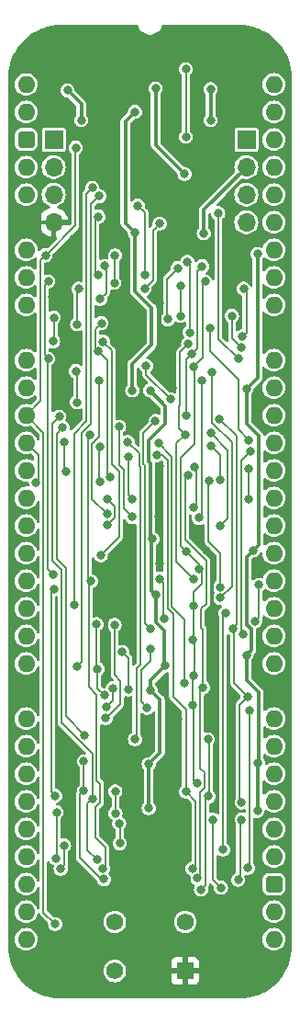
<source format=gbl>
%TF.GenerationSoftware,KiCad,Pcbnew,7.0.5*%
%TF.CreationDate,2024-02-19T14:06:35+02:00*%
%TF.ProjectId,Triple MPU Clock Generator,54726970-6c65-4204-9d50-5520436c6f63,V1*%
%TF.SameCoordinates,PX54c81a0PY37b6b20*%
%TF.FileFunction,Copper,L2,Bot*%
%TF.FilePolarity,Positive*%
%FSLAX46Y46*%
G04 Gerber Fmt 4.6, Leading zero omitted, Abs format (unit mm)*
G04 Created by KiCad (PCBNEW 7.0.5) date 2024-02-19 14:06:35*
%MOMM*%
%LPD*%
G01*
G04 APERTURE LIST*
G04 Aperture macros list*
%AMRoundRect*
0 Rectangle with rounded corners*
0 $1 Rounding radius*
0 $2 $3 $4 $5 $6 $7 $8 $9 X,Y pos of 4 corners*
0 Add a 4 corners polygon primitive as box body*
4,1,4,$2,$3,$4,$5,$6,$7,$8,$9,$2,$3,0*
0 Add four circle primitives for the rounded corners*
1,1,$1+$1,$2,$3*
1,1,$1+$1,$4,$5*
1,1,$1+$1,$6,$7*
1,1,$1+$1,$8,$9*
0 Add four rect primitives between the rounded corners*
20,1,$1+$1,$2,$3,$4,$5,0*
20,1,$1+$1,$4,$5,$6,$7,0*
20,1,$1+$1,$6,$7,$8,$9,0*
20,1,$1+$1,$8,$9,$2,$3,0*%
G04 Aperture macros list end*
%TA.AperFunction,ComponentPad*%
%ADD10O,1.600000X1.600000*%
%TD*%
%TA.AperFunction,ComponentPad*%
%ADD11RoundRect,0.400000X-0.400000X-0.400000X0.400000X-0.400000X0.400000X0.400000X-0.400000X0.400000X0*%
%TD*%
%TA.AperFunction,ComponentPad*%
%ADD12R,1.600000X1.600000*%
%TD*%
%TA.AperFunction,ComponentPad*%
%ADD13R,1.700000X1.700000*%
%TD*%
%TA.AperFunction,ComponentPad*%
%ADD14O,1.700000X1.700000*%
%TD*%
%TA.AperFunction,ComponentPad*%
%ADD15R,1.575000X1.575000*%
%TD*%
%TA.AperFunction,ComponentPad*%
%ADD16C,1.575000*%
%TD*%
%TA.AperFunction,ViaPad*%
%ADD17C,0.800000*%
%TD*%
%TA.AperFunction,Conductor*%
%ADD18C,0.380000*%
%TD*%
%TA.AperFunction,Conductor*%
%ADD19C,0.200000*%
%TD*%
G04 APERTURE END LIST*
D10*
%TO.P,J2,1,Pin_1*%
%TO.N,unconnected-(J2-Pin_1-Pad1)*%
X0Y0D03*
%TO.P,J2,2,Pin_2*%
%TO.N,unconnected-(J2-Pin_2-Pad2)*%
X0Y-2540000D03*
D11*
%TO.P,J2,3,Pin_3*%
%TO.N,/5V*%
X0Y-5080000D03*
D10*
%TO.P,J2,4,Pin_4*%
%TO.N,/~{Reset} CLK*%
X0Y-7620000D03*
%TO.P,J2,5,Pin_5*%
%TO.N,unconnected-(J2-Pin_5-Pad5)*%
X0Y-10160000D03*
%TO.P,J2,6,Pin_6*%
%TO.N,/GND*%
X0Y-12700000D03*
%TO.P,J2,7,Pin_7*%
%TO.N,unconnected-(J2-Pin_7-Pad7)*%
X0Y-15240000D03*
%TO.P,J2,8,Pin_8*%
%TO.N,unconnected-(J2-Pin_8-Pad8)*%
X0Y-17780000D03*
%TO.P,J2,9,Pin_9*%
%TO.N,/~{Reset}*%
X0Y-20320000D03*
D12*
%TO.P,J2,10,Pin_10*%
%TO.N,/GND*%
X0Y-22860000D03*
D10*
%TO.P,J2,11,Pin_11*%
%TO.N,/~{MPU Clock0}*%
X0Y-25400000D03*
%TO.P,J2,12,Pin_12*%
%TO.N,/~{Main Access0}*%
X0Y-27940000D03*
%TO.P,J2,13,Pin_13*%
%TO.N,/~{Reset Switch}*%
X0Y-30480000D03*
%TO.P,J2,14,Pin_14*%
%TO.N,/~{MPU Clock1}*%
X0Y-33020000D03*
%TO.P,J2,15,Pin_15*%
%TO.N,/~{Main Access1}*%
X0Y-35560000D03*
%TO.P,J2,16,Pin_16*%
%TO.N,unconnected-(J2-Pin_16-Pad16)*%
X0Y-38100000D03*
%TO.P,J2,17,Pin_17*%
%TO.N,/~{MPU Clock2}*%
X0Y-40640000D03*
%TO.P,J2,18,Pin_18*%
%TO.N,/~{Main Access2}*%
X0Y-43180000D03*
%TO.P,J2,19,Pin_19*%
%TO.N,unconnected-(J2-Pin_19-Pad19)*%
X0Y-45720000D03*
%TO.P,J2,20,Pin_20*%
%TO.N,/~{MPU Clock3}*%
X0Y-48260000D03*
%TO.P,J2,21,Pin_21*%
%TO.N,/~{Main Access3}*%
X0Y-50800000D03*
%TO.P,J2,22,Pin_22*%
%TO.N,unconnected-(J2-Pin_22-Pad22)*%
X0Y-53340000D03*
D12*
%TO.P,J2,23,Pin_23*%
%TO.N,/GND*%
X0Y-55880000D03*
D10*
%TO.P,J2,24,Pin_24*%
%TO.N,unconnected-(J2-Pin_24-Pad24)*%
X0Y-58420000D03*
%TO.P,J2,25,Pin_25*%
%TO.N,unconnected-(J2-Pin_25-Pad25)*%
X0Y-60960000D03*
%TO.P,J2,26,Pin_26*%
%TO.N,unconnected-(J2-Pin_26-Pad26)*%
X0Y-63500000D03*
%TO.P,J2,27,Pin_27*%
%TO.N,unconnected-(J2-Pin_27-Pad27)*%
X0Y-66040000D03*
%TO.P,J2,28,Pin_28*%
%TO.N,unconnected-(J2-Pin_28-Pad28)*%
X0Y-68580000D03*
%TO.P,J2,29,Pin_29*%
%TO.N,unconnected-(J2-Pin_29-Pad29)*%
X0Y-71120000D03*
%TO.P,J2,30,Pin_30*%
%TO.N,unconnected-(J2-Pin_30-Pad30)*%
X0Y-73660000D03*
%TO.P,J2,31,Pin_31*%
%TO.N,unconnected-(J2-Pin_31-Pad31)*%
X0Y-76200000D03*
%TO.P,J2,32,Pin_32*%
%TO.N,unconnected-(J2-Pin_32-Pad32)*%
X0Y-78740000D03*
%TO.P,J2,33,Pin_33*%
%TO.N,unconnected-(J2-Pin_33-Pad33)*%
X22860000Y-78740000D03*
%TO.P,J2,34,Pin_34*%
%TO.N,unconnected-(J2-Pin_34-Pad34)*%
X22860000Y-76200000D03*
D11*
%TO.P,J2,35,Pin_35*%
%TO.N,/5V*%
X22860000Y-73660000D03*
D10*
%TO.P,J2,36,Pin_36*%
%TO.N,unconnected-(J2-Pin_36-Pad36)*%
X22860000Y-71120000D03*
%TO.P,J2,37,Pin_37*%
%TO.N,unconnected-(J2-Pin_37-Pad37)*%
X22860000Y-68580000D03*
%TO.P,J2,38,Pin_38*%
%TO.N,unconnected-(J2-Pin_38-Pad38)*%
X22860000Y-66040000D03*
%TO.P,J2,39,Pin_39*%
%TO.N,unconnected-(J2-Pin_39-Pad39)*%
X22860000Y-63500000D03*
%TO.P,J2,40,Pin_40*%
%TO.N,unconnected-(J2-Pin_40-Pad40)*%
X22860000Y-60960000D03*
%TO.P,J2,41,Pin_41*%
%TO.N,unconnected-(J2-Pin_41-Pad41)*%
X22860000Y-58420000D03*
D12*
%TO.P,J2,42,Pin_42*%
%TO.N,/GND*%
X22860000Y-55880000D03*
D10*
%TO.P,J2,43,Pin_43*%
%TO.N,unconnected-(J2-Pin_43-Pad43)*%
X22860000Y-53340000D03*
%TO.P,J2,44,Pin_44*%
%TO.N,unconnected-(J2-Pin_44-Pad44)*%
X22860000Y-50800000D03*
%TO.P,J2,45,Pin_45*%
%TO.N,unconnected-(J2-Pin_45-Pad45)*%
X22860000Y-48260000D03*
%TO.P,J2,46,Pin_46*%
%TO.N,unconnected-(J2-Pin_46-Pad46)*%
X22860000Y-45720000D03*
%TO.P,J2,47,Pin_47*%
%TO.N,unconnected-(J2-Pin_47-Pad47)*%
X22860000Y-43180000D03*
%TO.P,J2,48,Pin_48*%
%TO.N,unconnected-(J2-Pin_48-Pad48)*%
X22860000Y-40640000D03*
%TO.P,J2,49,Pin_49*%
%TO.N,unconnected-(J2-Pin_49-Pad49)*%
X22860000Y-38100000D03*
%TO.P,J2,50,Pin_50*%
%TO.N,unconnected-(J2-Pin_50-Pad50)*%
X22860000Y-35560000D03*
%TO.P,J2,51,Pin_51*%
%TO.N,unconnected-(J2-Pin_51-Pad51)*%
X22860000Y-33020000D03*
%TO.P,J2,52,Pin_52*%
%TO.N,unconnected-(J2-Pin_52-Pad52)*%
X22860000Y-30480000D03*
%TO.P,J2,53,Pin_53*%
%TO.N,unconnected-(J2-Pin_53-Pad53)*%
X22860000Y-27940000D03*
%TO.P,J2,54,Pin_54*%
%TO.N,unconnected-(J2-Pin_54-Pad54)*%
X22860000Y-25400000D03*
D12*
%TO.P,J2,55,Pin_55*%
%TO.N,/GND*%
X22860000Y-22860000D03*
D10*
%TO.P,J2,56,Pin_56*%
%TO.N,unconnected-(J2-Pin_56-Pad56)*%
X22860000Y-20320000D03*
%TO.P,J2,57,Pin_57*%
%TO.N,unconnected-(J2-Pin_57-Pad57)*%
X22860000Y-17780000D03*
%TO.P,J2,58,Pin_58*%
%TO.N,unconnected-(J2-Pin_58-Pad58)*%
X22860000Y-15240000D03*
%TO.P,J2,59,Pin_59*%
%TO.N,/CLK*%
X22860000Y-12700000D03*
%TO.P,J2,60,Pin_60*%
%TO.N,unconnected-(J2-Pin_60-Pad60)*%
X22860000Y-10160000D03*
%TO.P,J2,61,Pin_61*%
%TO.N,/3.3V*%
X22860000Y-7620000D03*
%TO.P,J2,62,Pin_62*%
%TO.N,unconnected-(J2-Pin_62-Pad62)*%
X22860000Y-5080000D03*
%TO.P,J2,63,Pin_63*%
%TO.N,unconnected-(J2-Pin_63-Pad63)*%
X22860000Y-2540000D03*
%TO.P,J2,64,Pin_64*%
%TO.N,unconnected-(J2-Pin_64-Pad64)*%
X22860000Y0D03*
%TD*%
D13*
%TO.P,J5,1,Pin_1*%
%TO.N,unconnected-(J5-Pin_1-Pad1)*%
X20320000Y-5080000D03*
D14*
%TO.P,J5,2,Pin_2*%
%TO.N,/3.3V*%
X20320000Y-7620000D03*
%TO.P,J5,3,Pin_3*%
%TO.N,unconnected-(J5-Pin_3-Pad3)*%
X20320000Y-10160000D03*
%TO.P,J5,4,Pin_4*%
%TO.N,/CLK*%
X20320000Y-12700000D03*
%TD*%
D15*
%TO.P,S2,1,C1*%
%TO.N,/GND*%
X14680000Y-81661000D03*
D16*
%TO.P,S2,2,C2*%
%TO.N,unconnected-(S2-C2-Pad2)*%
X8180000Y-81661000D03*
%TO.P,S2,3,N1*%
%TO.N,/~{Reset Switch}*%
X14680000Y-77161000D03*
%TO.P,S2,4,N2*%
%TO.N,unconnected-(S2-N2-Pad4)*%
X8180000Y-77161000D03*
%TD*%
D13*
%TO.P,J4,1,Pin_1*%
%TO.N,/5V*%
X2540000Y-5080000D03*
D14*
%TO.P,J4,2,Pin_2*%
%TO.N,/~{Reset} CLK*%
X2540000Y-7620000D03*
%TO.P,J4,3,Pin_3*%
%TO.N,unconnected-(J4-Pin_3-Pad3)*%
X2540000Y-10160000D03*
%TO.P,J4,4,Pin_4*%
%TO.N,/GND*%
X2540000Y-12700000D03*
%TD*%
D17*
%TO.N,/5V*%
X5080000Y-3302000D03*
X17018000Y-442000D03*
X3810008Y-553006D03*
X17018000Y-3302000D03*
%TO.N,/GND*%
X9017000Y-30226000D03*
X7394012Y-54708988D03*
X13716008Y-63119000D03*
X11493494Y-71691494D03*
X12694377Y-13795666D03*
X3048000Y-28705000D03*
X11811000Y1397000D03*
X14224000Y-68199000D03*
X16764000Y-58293000D03*
X12343000Y-44170244D03*
X2413002Y-19558002D03*
X17210003Y-51503000D03*
X12278672Y-20193000D03*
X4361000Y-14224000D03*
X13462000Y-27940000D03*
X12264976Y-39820054D03*
X7349345Y-52750005D03*
X10680885Y-23761885D03*
X10160000Y-20955000D03*
X7286034Y-44302016D03*
X7953733Y-63404699D03*
X16652816Y-42910180D03*
X19050000Y1474000D03*
X7121805Y-68298161D03*
X21209000Y-30353000D03*
X3810000Y1016000D03*
X14031988Y-58419991D03*
X7962500Y-12915504D03*
X12934498Y-25654000D03*
X12319000Y-35179000D03*
X7366000Y-47020000D03*
X16850588Y-48706000D03*
%TO.N,/3.3V*%
X11938000Y-381000D03*
X10033000Y-2540000D03*
X11484565Y-55833163D03*
X14605002Y-8254998D03*
X21379310Y-62468747D03*
X21336000Y-66929000D03*
X11430002Y-28194000D03*
X11303000Y-66675000D03*
X10033000Y-13661365D03*
X20320000Y-52578000D03*
X9796429Y-28192194D03*
X16389500Y-13716000D03*
X11938000Y-47020000D03*
X11656000Y-41867650D03*
X12853285Y-53541945D03*
X20954991Y-42925991D03*
X21336000Y-15621000D03*
X20320000Y-28067000D03*
X11303000Y-62611000D03*
%TO.N,Net-(IC7-1Y)*%
X17907000Y-40640000D03*
X17018000Y-32131000D03*
%TO.N,Net-(IC7-2Y)*%
X17891591Y-36455380D03*
X17036808Y-33329607D03*
%TO.N,Net-(IC7-3Y)*%
X20520008Y-38188800D03*
X20520008Y-35433000D03*
%TO.N,Net-(IC11-1Y)*%
X9776125Y-39850000D03*
X8574000Y-31534325D03*
%TO.N,Net-(IC11-2Y)*%
X6829107Y-36572934D03*
X6774000Y-33396503D03*
%TO.N,Net-(IC11-3Y)*%
X9773395Y-38188797D03*
X9398000Y-34290000D03*
%TO.N,/~{Reset}*%
X7224683Y-16725055D03*
X6816510Y-19765000D03*
%TO.N,/CLK*%
X10922000Y-18796000D03*
X12319000Y-12827000D03*
%TO.N,/~{CLK}_{s}*%
X7071866Y-23691020D03*
X6885144Y-43382366D03*
%TO.N,/!(R\u22C5CLK)_{s}*%
X2667000Y-65532000D03*
X6669000Y-24606282D03*
X2540000Y-46482000D03*
X16894000Y-36524799D03*
X6944429Y-21997958D03*
X7727139Y-36133000D03*
X13068672Y-21637384D03*
X13999018Y-16926000D03*
X17906409Y-46306071D03*
%TO.N,/R\u22C5CLK_{s}*%
X20446998Y-56387998D03*
X13335000Y-29006615D03*
X19050000Y-50103000D03*
X4692056Y-29285000D03*
X17856797Y-30869906D03*
X11086732Y-25945726D03*
X19884240Y-66139000D03*
X4572000Y-26416000D03*
%TO.N,/~{Reset}_{2s}*%
X14731996Y-43002385D03*
X15432000Y-54483000D03*
X8236325Y-67133598D03*
X16510000Y-18161000D03*
X15367000Y-51181000D03*
X10922000Y-17526000D03*
X10287000Y-11176000D03*
X15748825Y-64389000D03*
X15435183Y-25976183D03*
X15364000Y-57150000D03*
X15916105Y-44674811D03*
X8226787Y-65134000D03*
X15452473Y-48003424D03*
%TO.N,/MA_{0s}*%
X15256914Y-24857389D03*
X14794000Y-30480000D03*
X16242155Y-16761000D03*
%TO.N,/MA_{2s}*%
X14957701Y-23903200D03*
X15469525Y-45606071D03*
X14667000Y-32258000D03*
%TO.N,/MA_{4s}*%
X20546000Y-32766000D03*
X14876947Y-16366000D03*
X16956004Y-22479000D03*
X15110000Y-22848973D03*
%TO.N,/MA_{1s}*%
X11929591Y-31022179D03*
X11455771Y-50165000D03*
X8158038Y-49790129D03*
X7364188Y-58377683D03*
%TO.N,/MA_{3s}*%
X8001000Y-55626000D03*
X14604996Y-55138000D03*
X7381296Y-57377826D03*
X12191493Y-33019759D03*
%TO.N,/MA_{5s}*%
X6480000Y-49719000D03*
X6575997Y-53848002D03*
X20673169Y-33765621D03*
X7232777Y-56266186D03*
X19986024Y-50645000D03*
%TO.N,/CK_{0s}*%
X3048000Y-30606994D03*
X6532116Y-71390232D03*
X6096000Y-65786000D03*
%TO.N,/MA_{4}*%
X17918494Y-47306000D03*
X17145000Y-26543000D03*
%TO.N,/MA_{0}*%
X18987996Y-21336000D03*
X14223996Y-18542000D03*
X19820742Y-24233986D03*
X14224000Y-21336000D03*
%TO.N,/CK_{0}*%
X2729140Y-71281576D03*
X2794000Y-67056000D03*
%TO.N,/CK_{4}*%
X18402289Y-48703000D03*
X18161000Y-70485000D03*
%TO.N,/MA_{1}*%
X8862932Y-52284031D03*
X9410007Y-55725105D03*
%TO.N,/CK_{1}*%
X17979502Y-73995298D03*
X17238998Y-67734000D03*
%TO.N,/CK_{5}*%
X20624475Y-57708475D03*
X20468873Y-72176920D03*
%TO.N,/MA_{2}*%
X19940500Y-23225482D03*
X20066000Y-18826000D03*
%TO.N,/CK_{2}*%
X8636008Y-69912000D03*
X3494002Y-70104000D03*
X8589918Y-68069000D03*
X3175000Y-72263000D03*
%TO.N,/MA_{3}*%
X11164966Y-57421801D03*
X11444977Y-52023108D03*
%TO.N,/CK_{3}*%
X19558000Y-73279000D03*
X19891733Y-67719000D03*
%TO.N,/CK_{2s}*%
X21154995Y-49435975D03*
X12732634Y-49207404D03*
X12343000Y-45553443D03*
X5969000Y-45782000D03*
X7091688Y-72219016D03*
X21491000Y-46098122D03*
X5902653Y-32287949D03*
%TO.N,/CK_{4s}*%
X9374329Y-32956541D03*
X7175500Y-73215500D03*
X5320938Y-65052000D03*
X10033000Y-60325000D03*
X5320938Y-62357000D03*
%TO.N,/CK_{1s}*%
X16836351Y-65594000D03*
X3370498Y-31623000D03*
X16129018Y-74168000D03*
X16764000Y-60325000D03*
X5409080Y-59944180D03*
%TO.N,/CK_{3s}*%
X16335696Y-55549870D03*
X3506161Y-32933810D03*
X15810000Y-73124431D03*
X3670246Y-35692025D03*
X14943000Y-36039825D03*
%TO.N,/CK_{5s}*%
X14732000Y-65151000D03*
X12094000Y-34128747D03*
X15352669Y-72235132D03*
%TO.N,/R\u22C5CLK*%
X2032000Y-18160995D03*
X2032000Y-25273000D03*
X2524182Y-45174000D03*
%TO.N,/~{Reset}_{2}*%
X6669000Y-17556452D03*
X17719225Y-11873000D03*
X19558000Y-25273008D03*
X6669000Y-12192000D03*
%TO.N,/!(R\u22C5CLK)*%
X4850000Y-18829892D03*
X4699000Y-22098000D03*
%TO.N,/~{CLK}*%
X2481202Y-23680800D03*
X2540000Y-21492270D03*
%TO.N,/Reset_{2}*%
X8204998Y-15757341D03*
X8128000Y-18288000D03*
%TO.N,/~{Main Access0}*%
X15945028Y-39934972D03*
X16194000Y-27277000D03*
%TO.N,/~{Main Access1}*%
X15502267Y-35210835D03*
X15413663Y-39007999D03*
%TO.N,/~{MPU Clock0}*%
X7481383Y-39604054D03*
X6731004Y-27305000D03*
%TO.N,/~{MPU Clock1}*%
X894000Y-36692568D03*
%TO.N,/~{MPU Clock2}*%
X7493000Y-38204054D03*
X7492079Y-40604000D03*
%TO.N,/~{Reset Switch}*%
X2667000Y-77343000D03*
X4572000Y-5842000D03*
X14732000Y1397000D03*
X14732000Y-4826000D03*
X1778000Y-15748000D03*
%TO.N,/~{MPU Clock3}*%
X6096000Y-9525000D03*
X4405000Y-47978000D03*
%TO.N,/~{Main Access3}*%
X4699000Y-53594000D03*
X6736186Y-10293223D03*
%TD*%
D18*
%TO.N,/5V*%
X17018000Y-442000D02*
X17018000Y-3302000D01*
X5080000Y-1822998D02*
X3810008Y-553006D01*
X5080000Y-3302000D02*
X5080000Y-1822998D01*
%TO.N,/GND*%
X12192000Y-20106328D02*
X12192000Y-14298043D01*
X17106105Y-43363469D02*
X17106105Y-48450483D01*
X7121805Y-68298161D02*
X7338000Y-68081966D01*
X-1190000Y-54690000D02*
X0Y-55880000D01*
X-1190000Y-13890000D02*
X-1190000Y-21670000D01*
X12694377Y-13795666D02*
X19050000Y-7440043D01*
X17399000Y-51691997D02*
X17210003Y-51503000D01*
X-492915Y1190000D02*
X-1190000Y492915D01*
X7368038Y-47022038D02*
X7366000Y-47020000D01*
X11811000Y1397000D02*
X4191000Y1397000D01*
X7874000Y-12827004D02*
X7962500Y-12915504D01*
X14224000Y-68199000D02*
X13716000Y-67691000D01*
X19050000Y-7440043D02*
X19050000Y1474000D01*
X16850588Y-51143585D02*
X16850588Y-48706000D01*
X22132771Y-72470000D02*
X14680000Y-79922771D01*
X7394012Y-52794672D02*
X7394012Y-54708988D01*
X4361000Y-17610004D02*
X2413002Y-19558002D01*
X12278672Y-23200672D02*
X12934498Y-23856498D01*
X24050000Y-57070000D02*
X24050000Y-72007229D01*
X22860000Y-22860000D02*
X24050000Y-24050000D01*
X7368038Y-52731312D02*
X7368038Y-47022038D01*
X14680000Y-79922771D02*
X14680000Y-81661000D01*
X-1190000Y-24050000D02*
X-1190000Y-54690000D01*
X24050000Y-54690000D02*
X22860000Y-55880000D01*
X23335000Y-29130000D02*
X24050000Y-29845000D01*
X10680885Y-21475885D02*
X10160000Y-20955000D01*
X13716008Y-58735971D02*
X14031988Y-58419991D01*
X7338000Y-64020432D02*
X7953733Y-63404699D01*
X7366000Y-47020000D02*
X7366000Y-44381982D01*
X21209000Y-30353000D02*
X22432000Y-29130000D01*
X12343000Y-44170244D02*
X12446000Y-44067244D01*
X2540000Y-12700000D02*
X0Y-12700000D01*
X0Y-12700000D02*
X-1190000Y-13890000D01*
X12264976Y-40712976D02*
X12446000Y-40894000D01*
X12192000Y-14298043D02*
X12694377Y-13795666D01*
X4361000Y-14224000D02*
X4361000Y-17610004D01*
X3810000Y1016000D02*
X3636000Y1190000D01*
X23352915Y-29130000D02*
X24050000Y-28432915D01*
X3429000Y-28324000D02*
X3429000Y-20574000D01*
X12319000Y-35179000D02*
X12319000Y-39766030D01*
X17106105Y-48450483D02*
X16850588Y-48706000D01*
X-1190000Y-11510000D02*
X0Y-12700000D01*
X10680885Y-23761885D02*
X10680885Y-21475885D01*
X14224000Y-68199000D02*
X11493494Y-70929506D01*
X24050000Y-29845000D02*
X24050000Y-54690000D01*
X22432000Y-29130000D02*
X23335000Y-29130000D01*
X17399000Y-57658000D02*
X17399000Y-51691997D01*
X12601000Y2187000D02*
X18337000Y2187000D01*
X13716000Y-67691000D02*
X13716000Y-63119008D01*
X4191000Y1397000D02*
X3810000Y1016000D01*
X11493494Y-70929506D02*
X11493494Y-71691494D01*
X7349345Y-52750005D02*
X7368038Y-52731312D01*
X3810000Y1016000D02*
X7874000Y-3048000D01*
X0Y-22860000D02*
X-1190000Y-24050000D01*
X3048000Y-28705000D02*
X3429000Y-28324000D01*
X11811000Y1397000D02*
X12601000Y2187000D01*
X16652816Y-42910180D02*
X17106105Y-43363469D01*
X3429000Y-20574000D02*
X2413002Y-19558002D01*
X13716008Y-63119000D02*
X13716008Y-58735971D01*
X-1190000Y492915D02*
X-1190000Y-11510000D01*
X12278672Y-20193000D02*
X12192000Y-20106328D01*
X22860000Y-55880000D02*
X24050000Y-57070000D01*
X24050000Y-72007229D02*
X23587229Y-72470000D01*
X18337000Y2187000D02*
X19050000Y1474000D01*
X8843502Y-25599268D02*
X10680885Y-23761885D01*
X-1190000Y-21670000D02*
X0Y-22860000D01*
X24050000Y-28432915D02*
X24050000Y-28194000D01*
X23335000Y-29130000D02*
X23352915Y-29130000D01*
X13716000Y-63119008D02*
X13716008Y-63119000D01*
X9017000Y-30226000D02*
X8843502Y-30052502D01*
X7874000Y-3048000D02*
X7874000Y-12827004D01*
X12319000Y-39766030D02*
X12264976Y-39820054D01*
X12934498Y-23856498D02*
X12934498Y-25654000D01*
X24050000Y-24050000D02*
X24050000Y-28194000D01*
X17210003Y-51503000D02*
X16850588Y-51143585D01*
X12278672Y-20193000D02*
X12278672Y-23200672D01*
X12934498Y-27412498D02*
X13462000Y-27940000D01*
X7366000Y-44381982D02*
X7286034Y-44302016D01*
X12934498Y-25654000D02*
X12934498Y-27412498D01*
X16764000Y-58293000D02*
X17399000Y-57658000D01*
X7338000Y-68081966D02*
X7338000Y-64020432D01*
X3636000Y1190000D02*
X-492915Y1190000D01*
X12264976Y-39820054D02*
X12264976Y-40712976D01*
X8843502Y-30052502D02*
X8843502Y-25599268D01*
X7349345Y-52750005D02*
X7394012Y-52794672D01*
X23587229Y-72470000D02*
X22132771Y-72470000D01*
X12446000Y-44067244D02*
X12446000Y-40894000D01*
%TO.N,/3.3V*%
X11303000Y-62611000D02*
X12347000Y-61567000D01*
X20365000Y-43515982D02*
X20954991Y-42925991D01*
X11656000Y-41867650D02*
X11475000Y-41686650D01*
X11938000Y-47020000D02*
X11938000Y-49529999D01*
X20320000Y-28067000D02*
X21336000Y-27051000D01*
X21463000Y-62385057D02*
X21379310Y-62468747D01*
X11475000Y-34944227D02*
X11304000Y-34773227D01*
X20320000Y-31242000D02*
X20320000Y-28067000D01*
X20320000Y-7620000D02*
X16389500Y-11550500D01*
X11585000Y-20627771D02*
X10033000Y-19075771D01*
X21379310Y-66885690D02*
X21336000Y-66929000D01*
X11938000Y-5587996D02*
X14605002Y-8254998D01*
X11304000Y-32765000D02*
X12834615Y-31234385D01*
X11553000Y-43843015D02*
X11557792Y-43838223D01*
X9796429Y-28192194D02*
X9796429Y-25763571D01*
X20320000Y-54864000D02*
X21463000Y-56007000D01*
X20776024Y-50185423D02*
X20364993Y-49774394D01*
X20776024Y-52121976D02*
X20776024Y-50185423D01*
X11557792Y-41965858D02*
X11656000Y-41867650D01*
X9796429Y-25763571D02*
X11585000Y-23975000D01*
X9144000Y-3429000D02*
X10033000Y-2540000D01*
X20320000Y-52578000D02*
X20320000Y-54864000D01*
X16389500Y-11550500D02*
X16389500Y-13716000D01*
X9144000Y-12772365D02*
X9144000Y-3429000D01*
X11938000Y-47020000D02*
X11553000Y-46635000D01*
X21379310Y-62468747D02*
X21379310Y-66885690D01*
X11430002Y-28218846D02*
X11430002Y-28194000D01*
X11303000Y-66675000D02*
X11303000Y-62611000D01*
X11938000Y-49529999D02*
X12717252Y-50309251D01*
X11484565Y-54910665D02*
X12853285Y-53541945D01*
X20954991Y-42925991D02*
X21463000Y-42417982D01*
X12347000Y-56695598D02*
X11484565Y-55833163D01*
X11553000Y-46635000D02*
X11553000Y-43843015D01*
X21336000Y-27051000D02*
X21336000Y-15621000D01*
X12717252Y-50309251D02*
X12717252Y-53405912D01*
X12834615Y-31234385D02*
X12834615Y-29623459D01*
X20364993Y-49774394D02*
X20365000Y-43515982D01*
X11475000Y-41686650D02*
X11475000Y-34944227D01*
X11585000Y-23975000D02*
X11585000Y-20627771D01*
X21463000Y-42417982D02*
X21463000Y-32385000D01*
X20320000Y-52578000D02*
X20776024Y-52121976D01*
X11484565Y-55833163D02*
X11484565Y-54910665D01*
X12347000Y-61567000D02*
X12347000Y-56695598D01*
X21463000Y-56007000D02*
X21463000Y-62385057D01*
X12834615Y-29623459D02*
X11430002Y-28218846D01*
X21463000Y-32385000D02*
X20320000Y-31242000D01*
X11938000Y-381000D02*
X11938000Y-5587996D01*
X11557792Y-43838223D02*
X11557792Y-41965858D01*
X12717252Y-53405912D02*
X12853285Y-53541945D01*
X11304000Y-34773227D02*
X11304000Y-32765000D01*
X10033000Y-19075771D02*
X10033000Y-13661365D01*
X10033000Y-13661365D02*
X9144000Y-12772365D01*
D19*
%TO.N,Net-(IC7-1Y)*%
X18591591Y-39955409D02*
X18591591Y-33704591D01*
X17907000Y-40640000D02*
X18591591Y-39955409D01*
X18591591Y-33704591D02*
X17018000Y-32131000D01*
%TO.N,Net-(IC7-2Y)*%
X17036808Y-33329607D02*
X17891591Y-34184390D01*
X17891591Y-34184390D02*
X17891591Y-36455380D01*
%TO.N,Net-(IC7-3Y)*%
X20520008Y-38188800D02*
X20520008Y-35433000D01*
%TO.N,Net-(IC11-1Y)*%
X9776125Y-39850000D02*
X8993001Y-39066876D01*
X8571193Y-35087021D02*
X8571193Y-31537132D01*
X8571193Y-31537132D02*
X8574000Y-31534325D01*
X8993001Y-35508829D02*
X8571193Y-35087021D01*
X8993001Y-39066876D02*
X8993001Y-35508829D01*
%TO.N,Net-(IC11-2Y)*%
X6689104Y-33481399D02*
X6689104Y-36432931D01*
X6774000Y-33396503D02*
X6689104Y-33481399D01*
X6689104Y-36432931D02*
X6829107Y-36572934D01*
%TO.N,Net-(IC11-3Y)*%
X9398000Y-34290000D02*
X9398000Y-37813402D01*
X9398000Y-37813402D02*
X9773395Y-38188797D01*
%TO.N,/~{Reset}*%
X7224683Y-16725055D02*
X7369000Y-16869372D01*
X7369000Y-19212510D02*
X6816510Y-19765000D01*
X7369000Y-16869372D02*
X7369000Y-19212510D01*
%TO.N,/CLK*%
X10922000Y-18796000D02*
X11684000Y-18034000D01*
X11684000Y-13462000D02*
X12319000Y-12827000D01*
X11684000Y-18034000D02*
X11684000Y-13462000D01*
%TO.N,/~{CLK}_{s}*%
X7071866Y-23691020D02*
X7880034Y-24499188D01*
X7874000Y-34955514D02*
X8593000Y-35674514D01*
X8593000Y-41674510D02*
X6885144Y-43382366D01*
X8593000Y-35674514D02*
X8593000Y-41674510D01*
X7880034Y-24499188D02*
X7880034Y-30754016D01*
X7880034Y-30754016D02*
X7874000Y-30760050D01*
X7874000Y-30760050D02*
X7874000Y-34955514D01*
%TO.N,/!(R\u22C5CLK)_{s}*%
X17906409Y-46306071D02*
X17906409Y-43173823D01*
X13999018Y-16926000D02*
X12978676Y-17946342D01*
X2305000Y-46717000D02*
X2540000Y-46482000D01*
X6669000Y-24606282D02*
X7474000Y-25411282D01*
X6369000Y-24306282D02*
X6369000Y-22573387D01*
X7474000Y-25411282D02*
X7474000Y-35879861D01*
X6669000Y-24606282D02*
X6369000Y-24306282D01*
X16814503Y-42081917D02*
X16814503Y-36604296D01*
X6369000Y-22573387D02*
X6944429Y-21997958D01*
X16814503Y-36604296D02*
X16894000Y-36524799D01*
X12978676Y-21547388D02*
X13068672Y-21637384D01*
X2667000Y-65532000D02*
X2305000Y-65170000D01*
X7474000Y-35879861D02*
X7727139Y-36133000D01*
X17906409Y-43173823D02*
X16814503Y-42081917D01*
X2305000Y-65170000D02*
X2305000Y-46717000D01*
X12978676Y-17946342D02*
X12978676Y-21547388D01*
%TO.N,/R\u22C5CLK_{s}*%
X19685000Y-57149996D02*
X19685000Y-65939760D01*
X19685000Y-65939760D02*
X19884240Y-66139000D01*
X11086732Y-25945726D02*
X11086732Y-26758347D01*
X4692056Y-26536056D02*
X4692056Y-29285000D01*
X19392262Y-49760738D02*
X19050000Y-50103000D01*
X19177000Y-55118000D02*
X19177000Y-50419000D01*
X4572000Y-26416000D02*
X4692056Y-26536056D01*
X19050000Y-50292000D02*
X19050000Y-50103000D01*
X11086732Y-26758347D02*
X13335000Y-29006615D01*
X20446998Y-56387998D02*
X19685000Y-57149996D01*
X20446998Y-56387998D02*
X19177000Y-55118000D01*
X17856797Y-30869906D02*
X19392262Y-32405371D01*
X19392262Y-32405371D02*
X19392262Y-49760738D01*
X19177000Y-50419000D02*
X19050000Y-50292000D01*
%TO.N,/~{Reset}_{2s}*%
X15494000Y-26035000D02*
X15435183Y-25976183D01*
X15367000Y-51181000D02*
X15450588Y-51097412D01*
X15451000Y-57237000D02*
X15451000Y-64091175D01*
X15451000Y-64091175D02*
X15748825Y-64389000D01*
X15494000Y-51308000D02*
X15367000Y-51181000D01*
X10922000Y-11811000D02*
X10287000Y-11176000D01*
X8236325Y-65143538D02*
X8236325Y-67133598D01*
X15494000Y-54421000D02*
X15494000Y-51308000D01*
X14731996Y-43002385D02*
X14243000Y-42513389D01*
X15367000Y-57147000D02*
X15367000Y-54548000D01*
X16256000Y-25155366D02*
X16256000Y-18415000D01*
X15494000Y-33147000D02*
X15494000Y-26035000D01*
X16194000Y-46009950D02*
X15452473Y-46751477D01*
X14243000Y-34398000D02*
X15494000Y-33147000D01*
X15916105Y-44674811D02*
X15916105Y-44186494D01*
X15916105Y-44186494D02*
X14731996Y-43002385D01*
X15364000Y-57150000D02*
X15451000Y-57237000D01*
X15364000Y-57150000D02*
X15367000Y-57147000D01*
X15367000Y-54548000D02*
X15432000Y-54483000D01*
X15435183Y-25976183D02*
X16256000Y-25155366D01*
X16256000Y-18415000D02*
X16510000Y-18161000D01*
X15450588Y-51097412D02*
X15450588Y-48005309D01*
X10922000Y-17526000D02*
X10922000Y-11811000D01*
X15916105Y-44674811D02*
X16194000Y-44952706D01*
X15432000Y-54483000D02*
X15494000Y-54421000D01*
X14243000Y-42513389D02*
X14243000Y-34398000D01*
X15452473Y-46751477D02*
X15452473Y-48003424D01*
X8226787Y-65134000D02*
X8236325Y-65143538D01*
X16194000Y-44952706D02*
X16194000Y-46009950D01*
X15450588Y-48005309D02*
X15452473Y-48003424D01*
%TO.N,/MA_{0s}*%
X14735183Y-25379120D02*
X14735183Y-30421183D01*
X15256914Y-24857389D02*
X14735183Y-25379120D01*
X15810000Y-24304303D02*
X15810000Y-17193155D01*
X14735183Y-30421183D02*
X14794000Y-30480000D01*
X15256914Y-24857389D02*
X15810000Y-24304303D01*
X15810000Y-17193155D02*
X16242155Y-16761000D01*
%TO.N,/MA_{2s}*%
X14094000Y-29694950D02*
X14212615Y-29576335D01*
X14667000Y-32258000D02*
X14094000Y-31685000D01*
X14212615Y-24648286D02*
X14957701Y-23903200D01*
X14094000Y-31685000D02*
X14094000Y-29694950D01*
X13843000Y-43979546D02*
X13843000Y-33082000D01*
X14212615Y-29576335D02*
X14212615Y-24648286D01*
X15469525Y-45606071D02*
X13843000Y-43979546D01*
X13843000Y-33082000D02*
X14667000Y-32258000D01*
%TO.N,/MA_{4s}*%
X15110000Y-16599053D02*
X14876947Y-16366000D01*
X16956004Y-24576004D02*
X16956004Y-22479000D01*
X15110000Y-22848973D02*
X15110000Y-16599053D01*
X19558000Y-31778000D02*
X19558000Y-27178000D01*
X20546000Y-32766000D02*
X19558000Y-31778000D01*
X19558000Y-27178000D02*
X16956004Y-24576004D01*
%TO.N,/MA_{1s}*%
X8158038Y-54412088D02*
X8701000Y-54955050D01*
X7371389Y-58377683D02*
X7364188Y-58377683D01*
X10922000Y-35084193D02*
X10814000Y-34976193D01*
X10814000Y-32137770D02*
X11929591Y-31022179D01*
X8158038Y-49790129D02*
X8158038Y-54412088D01*
X11455771Y-50165000D02*
X10922000Y-49631229D01*
X8701000Y-54955050D02*
X8701000Y-57048072D01*
X8701000Y-57048072D02*
X7371389Y-58377683D01*
X10922000Y-49631229D02*
X10922000Y-35084193D01*
X10814000Y-34976193D02*
X10814000Y-32137770D01*
%TO.N,/MA_{3s}*%
X14604996Y-49275995D02*
X14604996Y-55138000D01*
X7381296Y-57377826D02*
X8001000Y-56758122D01*
X13443000Y-34271266D02*
X13443000Y-48113999D01*
X12191493Y-33019759D02*
X13443000Y-34271266D01*
X8001000Y-56758122D02*
X8001000Y-55626000D01*
X13443000Y-48113999D02*
X14604996Y-49275995D01*
%TO.N,/MA_{5s}*%
X19820000Y-34618790D02*
X19820000Y-50478976D01*
X6575997Y-55609406D02*
X6575997Y-53848002D01*
X7232777Y-56266186D02*
X6575997Y-55609406D01*
X6480000Y-49719000D02*
X6480000Y-53752005D01*
X6480000Y-53752005D02*
X6575997Y-53848002D01*
X19820000Y-50478976D02*
X19986024Y-50645000D01*
X20673169Y-33765621D02*
X19820000Y-34618790D01*
%TO.N,/CK_{0s}*%
X6096000Y-65786000D02*
X6096000Y-61621050D01*
X3261405Y-44721091D02*
X2394000Y-43853685D01*
X2394000Y-31260994D02*
X3048000Y-30606994D01*
X5657984Y-66224016D02*
X6096000Y-65786000D01*
X2394000Y-43853685D02*
X2394000Y-31260994D01*
X5657984Y-70516100D02*
X5657984Y-66224016D01*
X6532116Y-71390232D02*
X5657984Y-70516100D01*
X6096000Y-61621050D02*
X3261405Y-58786455D01*
X3261405Y-58786455D02*
X3261405Y-44721091D01*
%TO.N,/MA_{4}*%
X18992262Y-46232232D02*
X18992262Y-32995321D01*
X17145000Y-31148059D02*
X17145000Y-26543000D01*
X17918494Y-47306000D02*
X18992262Y-46232232D01*
X18992262Y-32995321D02*
X17145000Y-31148059D01*
%TO.N,/MA_{0}*%
X14224000Y-18542004D02*
X14223996Y-18542000D01*
X18987996Y-23401240D02*
X18987996Y-21336000D01*
X19820742Y-24233986D02*
X18987996Y-23401240D01*
X14224000Y-21336000D02*
X14224000Y-18542004D01*
%TO.N,/CK_{0}*%
X2794000Y-67056000D02*
X2794000Y-71216716D01*
X2794000Y-71216716D02*
X2729140Y-71281576D01*
%TO.N,/CK_{4}*%
X18175470Y-70470530D02*
X18175470Y-48929819D01*
X18175470Y-48929819D02*
X18402289Y-48703000D01*
X18161000Y-70485000D02*
X18175470Y-70470530D01*
%TO.N,/MA_{1}*%
X9410007Y-52831106D02*
X9410007Y-55725105D01*
X8862932Y-52284031D02*
X9410007Y-52831106D01*
%TO.N,/CK_{1}*%
X17979502Y-73995298D02*
X17238998Y-73254794D01*
X17238998Y-73254794D02*
X17238998Y-67734000D01*
%TO.N,/CK_{5}*%
X20468873Y-72176920D02*
X20624475Y-72021318D01*
X20624475Y-72021318D02*
X20624475Y-57708475D01*
%TO.N,/MA_{2}*%
X20320000Y-19080000D02*
X20320000Y-22845982D01*
X20066000Y-18826000D02*
X20320000Y-19080000D01*
X20320000Y-22845982D02*
X19940500Y-23225482D01*
%TO.N,/CK_{2}*%
X8636008Y-68115090D02*
X8589918Y-68069000D01*
X3494002Y-70104000D02*
X3494002Y-71943998D01*
X3494002Y-71943998D02*
X3175000Y-72263000D01*
X8636008Y-69912000D02*
X8636008Y-68115090D01*
%TO.N,/MA_{3}*%
X10603000Y-56859835D02*
X10603000Y-53939050D01*
X11164966Y-57421801D02*
X10603000Y-56859835D01*
X10603000Y-53939050D02*
X11444977Y-53097073D01*
X11444977Y-53097073D02*
X11444977Y-52023108D01*
%TO.N,/CK_{3}*%
X19736315Y-73100685D02*
X19736315Y-67874418D01*
X19736315Y-67874418D02*
X19891733Y-67719000D01*
X19558000Y-73279000D02*
X19736315Y-73100685D01*
%TO.N,/CK_{2s}*%
X6415000Y-66583950D02*
X6848000Y-66150950D01*
X5969000Y-45782000D02*
X5696000Y-45509000D01*
X6496000Y-56210686D02*
X5776999Y-55491685D01*
X5776999Y-45974001D02*
X5969000Y-45782000D01*
X6496000Y-64096314D02*
X6496000Y-56210686D01*
X21491000Y-46098122D02*
X21491000Y-49099970D01*
X5674000Y-32516602D02*
X5902653Y-32287949D01*
X21491000Y-49099970D02*
X21154995Y-49435975D01*
X6848000Y-66150950D02*
X6848000Y-64448314D01*
X5674000Y-38746688D02*
X5674000Y-32516602D01*
X6415000Y-69399008D02*
X6415000Y-66583950D01*
X12643000Y-49117770D02*
X12643000Y-45853443D01*
X5696000Y-45509000D02*
X5696000Y-38768689D01*
X12643000Y-45853443D02*
X12343000Y-45553443D01*
X7304000Y-72006704D02*
X7304000Y-70288008D01*
X5696000Y-38768689D02*
X5674000Y-38746688D01*
X5776999Y-55491685D02*
X5776999Y-45974001D01*
X7091688Y-72219016D02*
X7304000Y-72006704D01*
X6848000Y-64448314D02*
X6496000Y-64096314D01*
X12732634Y-49207404D02*
X12643000Y-49117770D01*
X7304000Y-70288008D02*
X6415000Y-69399008D01*
%TO.N,/CK_{4s}*%
X10160000Y-60198000D02*
X10160000Y-53816364D01*
X10414000Y-35141879D02*
X10414000Y-33996212D01*
X10522000Y-35249879D02*
X10414000Y-35141879D01*
X10160000Y-53816364D02*
X10522000Y-53454364D01*
X4952996Y-65419942D02*
X5320938Y-65052000D01*
X7175500Y-73215500D02*
X6921500Y-73215500D01*
X4952996Y-71246996D02*
X4952996Y-65419942D01*
X10033000Y-60325000D02*
X10160000Y-60198000D01*
X6921500Y-73215500D02*
X4952996Y-71246996D01*
X10522000Y-53454364D02*
X10522000Y-35249879D01*
X10414000Y-33996212D02*
X9374329Y-32956541D01*
X5320938Y-65052000D02*
X5320938Y-62357000D01*
%TO.N,/CK_{1s}*%
X3370498Y-31623000D02*
X2794000Y-32199498D01*
X2794000Y-32199498D02*
X2794000Y-43688000D01*
X3661407Y-44555407D02*
X3661407Y-58196507D01*
X16836351Y-65594000D02*
X16891000Y-65539351D01*
X2794000Y-43688000D02*
X3661407Y-44555407D01*
X16510000Y-73787018D02*
X16510000Y-65920351D01*
X16891000Y-60452000D02*
X16764000Y-60325000D01*
X16129018Y-74168000D02*
X16510000Y-73787018D01*
X3661407Y-58196507D02*
X5409080Y-59944180D01*
X16510000Y-65920351D02*
X16836351Y-65594000D01*
X16891000Y-65539351D02*
X16891000Y-60452000D01*
%TO.N,/CK_{3s}*%
X16448835Y-63386387D02*
X16448835Y-64831165D01*
X16150588Y-50020638D02*
X16150588Y-48295259D01*
X16064000Y-55821566D02*
X16064000Y-63001552D01*
X16064000Y-63001552D02*
X16448835Y-63386387D01*
X16064000Y-72870431D02*
X15810000Y-73124431D01*
X16335696Y-55549870D02*
X16318000Y-55532174D01*
X16150588Y-48295259D02*
X16616105Y-47829742D01*
X16318000Y-55532174D02*
X16318000Y-50188050D01*
X16318000Y-50188050D02*
X16150588Y-50020638D01*
X16616105Y-47829742D02*
X16616105Y-43863419D01*
X16064000Y-65216000D02*
X16064000Y-72870431D01*
X14689000Y-36293825D02*
X14943000Y-36039825D01*
X16616105Y-43863419D02*
X14689000Y-41936314D01*
X14689000Y-41936314D02*
X14689000Y-36293825D01*
X3506161Y-35527940D02*
X3670246Y-35692025D01*
X16335696Y-55549870D02*
X16064000Y-55821566D01*
X16448835Y-64831165D02*
X16064000Y-65216000D01*
X3506161Y-32933810D02*
X3506161Y-35527940D01*
%TO.N,/CK_{5s}*%
X14732000Y-57557050D02*
X13553285Y-56378335D01*
X15609349Y-66028349D02*
X14732000Y-65151000D01*
X14732000Y-65151000D02*
X14732000Y-57557050D01*
X13553285Y-48789970D02*
X13043000Y-48279684D01*
X15352669Y-72235132D02*
X15609349Y-71978452D01*
X13553285Y-56378335D02*
X13553285Y-48789970D01*
X13043000Y-34633000D02*
X12538747Y-34128747D01*
X15609349Y-71978452D02*
X15609349Y-66028349D01*
X13043000Y-48279684D02*
X13043000Y-34633000D01*
X12538747Y-34128747D02*
X12094000Y-34128747D01*
%TO.N,/R\u22C5CLK*%
X2032000Y-18160995D02*
X1713000Y-18479995D01*
X1994000Y-25311000D02*
X1994000Y-44643818D01*
X2032000Y-25273000D02*
X1994000Y-25311000D01*
X1713000Y-18479995D02*
X1713000Y-24954000D01*
X1713000Y-24954000D02*
X2032000Y-25273000D01*
X1994000Y-44643818D02*
X2524182Y-45174000D01*
%TO.N,/~{Reset}_{2}*%
X17719226Y-23434234D02*
X17719225Y-11873000D01*
X6379206Y-17266658D02*
X6669000Y-17556452D01*
X6669000Y-12192000D02*
X6379206Y-12481794D01*
X19558000Y-25273008D02*
X17719226Y-23434234D01*
X6379206Y-12481794D02*
X6379206Y-17266658D01*
%TO.N,/!(R\u22C5CLK)*%
X4699000Y-22098000D02*
X4699000Y-18980892D01*
X4699000Y-18980892D02*
X4850000Y-18829892D01*
%TO.N,/~{CLK}*%
X2540000Y-21492270D02*
X2540000Y-23622002D01*
X2540000Y-23622002D02*
X2481202Y-23680800D01*
%TO.N,/Reset_{2}*%
X8128000Y-18288000D02*
X8204998Y-18211002D01*
X8204998Y-18211002D02*
X8204998Y-15757341D01*
%TO.N,/~{Main Access0}*%
X16202267Y-35500785D02*
X16202267Y-27285267D01*
X15945028Y-39934972D02*
X16194000Y-39686000D01*
X16194000Y-35509052D02*
X16202267Y-35500785D01*
X16202267Y-27285267D02*
X16194000Y-27277000D01*
X16194000Y-39686000D02*
X16194000Y-35509052D01*
%TO.N,/~{Main Access1}*%
X15413663Y-39007999D02*
X15686000Y-38735662D01*
X15686000Y-38735662D02*
X15686000Y-35394568D01*
X15686000Y-35394568D02*
X15502267Y-35210835D01*
%TO.N,/~{MPU Clock0}*%
X6731004Y-32449549D02*
X6731004Y-27305000D01*
X6074000Y-33106553D02*
X6731004Y-32449549D01*
X6074000Y-38196671D02*
X6074000Y-33106553D01*
X7481383Y-39604054D02*
X6074000Y-38196671D01*
%TO.N,/~{MPU Clock1}*%
X1100000Y-36486568D02*
X894000Y-36692568D01*
X0Y-33020000D02*
X1100000Y-34120000D01*
X1100000Y-34120000D02*
X1100000Y-36486568D01*
%TO.N,/~{MPU Clock2}*%
X8184450Y-39911629D02*
X8184450Y-38895504D01*
X8184450Y-38895504D02*
X7493000Y-38204054D01*
X7492079Y-40604000D02*
X8184450Y-39911629D01*
%TO.N,/~{Reset Switch}*%
X1594000Y-32074000D02*
X1594000Y-76270000D01*
X4534000Y-5880000D02*
X4572000Y-5842000D01*
X1313000Y-29167000D02*
X0Y-30480000D01*
X4534000Y-12992000D02*
X4534000Y-5880000D01*
X14732000Y1397000D02*
X14732000Y-4826000D01*
X1313000Y-16213000D02*
X1313000Y-29167000D01*
X1778000Y-15748000D02*
X4534000Y-12992000D01*
X1594000Y-76270000D02*
X2667000Y-77343000D01*
X0Y-30480000D02*
X1594000Y-32074000D01*
X1778000Y-15748000D02*
X1313000Y-16213000D01*
%TO.N,/~{MPU Clock3}*%
X5550000Y-10071000D02*
X6096000Y-9525000D01*
X4405000Y-47978000D02*
X4405000Y-32171000D01*
X4405000Y-32171000D02*
X5550000Y-31026000D01*
X5550000Y-31026000D02*
X5550000Y-10071000D01*
%TO.N,/~{Main Access3}*%
X5969000Y-31231652D02*
X5969000Y-11060409D01*
X4699000Y-53594000D02*
X5105000Y-53188000D01*
X5105000Y-32095652D02*
X5969000Y-31231652D01*
X5969000Y-11060409D02*
X6736186Y-10293223D01*
X5105000Y-53188000D02*
X5105000Y-32095652D01*
%TD*%
%TA.AperFunction,Conductor*%
%TO.N,/GND*%
G36*
X1397000Y-15216477D02*
G01*
X1287514Y-15313472D01*
X1281002Y-15322907D01*
X1226717Y-15366895D01*
X1157269Y-15374552D01*
X1094705Y-15343446D01*
X1058890Y-15283454D01*
X1056001Y-15246092D01*
X1055583Y-15246092D01*
X1055583Y-15240686D01*
X1055553Y-15240302D01*
X1055583Y-15240000D01*
X1035300Y-15034066D01*
X975232Y-14836046D01*
X877685Y-14653550D01*
X825702Y-14590209D01*
X746410Y-14493589D01*
X586452Y-14362317D01*
X586453Y-14362317D01*
X586450Y-14362315D01*
X403954Y-14264768D01*
X205934Y-14204700D01*
X205932Y-14204699D01*
X205934Y-14204699D01*
X18463Y-14186235D01*
X0Y-14184417D01*
X-1Y-14184417D01*
X-205933Y-14204699D01*
X-403957Y-14264769D01*
X-514102Y-14323643D01*
X-586450Y-14362315D01*
X-586452Y-14362316D01*
X-586453Y-14362317D01*
X-746411Y-14493589D01*
X-877683Y-14653547D01*
X-975231Y-14836043D01*
X-1035301Y-15034067D01*
X-1052502Y-15208717D01*
X-1055583Y-15240000D01*
X-1055515Y-15240686D01*
X-1035301Y-15445932D01*
X-1035300Y-15445934D01*
X-975232Y-15643954D01*
X-877685Y-15826450D01*
X-877683Y-15826452D01*
X-746411Y-15986410D01*
X-667838Y-16050892D01*
X-586450Y-16117685D01*
X-403954Y-16215232D01*
X-205934Y-16275300D01*
X-205935Y-16275300D01*
X-187471Y-16277118D01*
X0Y-16295583D01*
X205934Y-16275300D01*
X403954Y-16215232D01*
X586450Y-16117685D01*
X746410Y-15986410D01*
X777316Y-15948750D01*
X835059Y-15909417D01*
X904904Y-15907545D01*
X964673Y-15943731D01*
X995390Y-16006486D01*
X992013Y-16062798D01*
X979506Y-16104808D01*
X978725Y-16107246D01*
X962499Y-16154512D01*
X961294Y-16161733D01*
X960382Y-16169046D01*
X962447Y-16218948D01*
X962500Y-16221510D01*
X962500Y-16950339D01*
X942815Y-17017378D01*
X890011Y-17063133D01*
X820853Y-17073077D01*
X757297Y-17044052D01*
X751014Y-17037600D01*
X750718Y-17037897D01*
X746413Y-17033592D01*
X586452Y-16902317D01*
X586453Y-16902317D01*
X586450Y-16902315D01*
X403954Y-16804768D01*
X205934Y-16744700D01*
X205932Y-16744699D01*
X205934Y-16744699D01*
X0Y-16724417D01*
X-205933Y-16744699D01*
X-403957Y-16804769D01*
X-514102Y-16863643D01*
X-586450Y-16902315D01*
X-586452Y-16902316D01*
X-586453Y-16902317D01*
X-746411Y-17033589D01*
X-877683Y-17193547D01*
X-975231Y-17376043D01*
X-1035301Y-17574067D01*
X-1055583Y-17780000D01*
X-1035301Y-17985932D01*
X-1035300Y-17985934D01*
X-975232Y-18183954D01*
X-877685Y-18366450D01*
X-877683Y-18366452D01*
X-746411Y-18526410D01*
X-662193Y-18595525D01*
X-586450Y-18657685D01*
X-403954Y-18755232D01*
X-205934Y-18815300D01*
X-205935Y-18815300D01*
X-185652Y-18817297D01*
X0Y-18835583D01*
X205934Y-18815300D01*
X403954Y-18755232D01*
X586450Y-18657685D01*
X746410Y-18526410D01*
X746411Y-18526408D01*
X746413Y-18526407D01*
X750718Y-18522103D01*
X752796Y-18524181D01*
X799957Y-18491802D01*
X869794Y-18489674D01*
X929696Y-18525640D01*
X960643Y-18588282D01*
X962500Y-18609660D01*
X962500Y-19490339D01*
X942815Y-19557378D01*
X890011Y-19603133D01*
X820853Y-19613077D01*
X757297Y-19584052D01*
X751014Y-19577600D01*
X750718Y-19577897D01*
X746413Y-19573592D01*
X586452Y-19442317D01*
X586453Y-19442317D01*
X586450Y-19442315D01*
X403954Y-19344768D01*
X205934Y-19284700D01*
X205932Y-19284699D01*
X205934Y-19284699D01*
X18463Y-19266235D01*
X0Y-19264417D01*
X-1Y-19264417D01*
X-205933Y-19284699D01*
X-403957Y-19344769D01*
X-514102Y-19403643D01*
X-586450Y-19442315D01*
X-586452Y-19442316D01*
X-586453Y-19442317D01*
X-746411Y-19573589D01*
X-877683Y-19733547D01*
X-975231Y-19916043D01*
X-1035301Y-20114067D01*
X-1055583Y-20320000D01*
X-1035301Y-20525932D01*
X-1035300Y-20525934D01*
X-975232Y-20723954D01*
X-877685Y-20906450D01*
X-877683Y-20906452D01*
X-746411Y-21066410D01*
X-649791Y-21145702D01*
X-586450Y-21197685D01*
X-403954Y-21295232D01*
X-205934Y-21355300D01*
X-205935Y-21355300D01*
X-185653Y-21357297D01*
X0Y-21375583D01*
X205934Y-21355300D01*
X403954Y-21295232D01*
X586450Y-21197685D01*
X746410Y-21066410D01*
X746411Y-21066408D01*
X746413Y-21066407D01*
X750718Y-21062103D01*
X752796Y-21064181D01*
X799957Y-21031802D01*
X869794Y-21029674D01*
X929696Y-21065640D01*
X960643Y-21128282D01*
X962500Y-21149660D01*
X962500Y-24570339D01*
X942815Y-24637378D01*
X890011Y-24683133D01*
X820853Y-24693077D01*
X757297Y-24664052D01*
X751014Y-24657600D01*
X750718Y-24657897D01*
X746413Y-24653592D01*
X586452Y-24522317D01*
X586453Y-24522317D01*
X586450Y-24522315D01*
X403954Y-24424768D01*
X205934Y-24364700D01*
X205932Y-24364699D01*
X205934Y-24364699D01*
X18463Y-24346235D01*
X0Y-24344417D01*
X-1Y-24344417D01*
X-205933Y-24364699D01*
X-403957Y-24424769D01*
X-514102Y-24483643D01*
X-586450Y-24522315D01*
X-586452Y-24522316D01*
X-586453Y-24522317D01*
X-746411Y-24653589D01*
X-877683Y-24813547D01*
X-975231Y-24996043D01*
X-1035301Y-25194067D01*
X-1055583Y-25400000D01*
X-1035301Y-25605932D01*
X-1035300Y-25605934D01*
X-975232Y-25803954D01*
X-877685Y-25986450D01*
X-877683Y-25986452D01*
X-746411Y-26146410D01*
X-649791Y-26225702D01*
X-586450Y-26277685D01*
X-403954Y-26375232D01*
X-205934Y-26435300D01*
X-205935Y-26435300D01*
X-185653Y-26437297D01*
X0Y-26455583D01*
X205934Y-26435300D01*
X403954Y-26375232D01*
X586450Y-26277685D01*
X746410Y-26146410D01*
X746411Y-26146408D01*
X746413Y-26146407D01*
X750718Y-26142103D01*
X752796Y-26144181D01*
X799957Y-26111802D01*
X869794Y-26109674D01*
X929696Y-26145640D01*
X960643Y-26208282D01*
X962500Y-26229660D01*
X962500Y-27110339D01*
X942815Y-27177378D01*
X890011Y-27223133D01*
X820853Y-27233077D01*
X757297Y-27204052D01*
X751014Y-27197600D01*
X750718Y-27197897D01*
X746413Y-27193592D01*
X586452Y-27062317D01*
X586453Y-27062317D01*
X586450Y-27062315D01*
X403954Y-26964768D01*
X205934Y-26904700D01*
X205932Y-26904699D01*
X205934Y-26904699D01*
X18463Y-26886235D01*
X0Y-26884417D01*
X-1Y-26884417D01*
X-205933Y-26904699D01*
X-403957Y-26964769D01*
X-514102Y-27023643D01*
X-586450Y-27062315D01*
X-586452Y-27062316D01*
X-586453Y-27062317D01*
X-746411Y-27193589D01*
X-877683Y-27353547D01*
X-975231Y-27536043D01*
X-1035301Y-27734067D01*
X-1055583Y-27939999D01*
X-1035301Y-28145932D01*
X-1035300Y-28145934D01*
X-975232Y-28343954D01*
X-877685Y-28526450D01*
X-877683Y-28526452D01*
X-746411Y-28686410D01*
X-649791Y-28765702D01*
X-586450Y-28817685D01*
X-403954Y-28915232D01*
X-205934Y-28975300D01*
X-205935Y-28975300D01*
X-187471Y-28977118D01*
X0Y-28995583D01*
X205934Y-28975300D01*
X403954Y-28915232D01*
X586450Y-28817685D01*
X746410Y-28686410D01*
X746411Y-28686408D01*
X746413Y-28686407D01*
X750718Y-28682103D01*
X752796Y-28684181D01*
X799957Y-28651802D01*
X869794Y-28649674D01*
X929696Y-28685640D01*
X960643Y-28748282D01*
X962500Y-28769660D01*
X962500Y-28970455D01*
X942815Y-29037494D01*
X926181Y-29058136D01*
X514508Y-29469808D01*
X453185Y-29503293D01*
X390833Y-29500788D01*
X205934Y-29444700D01*
X205932Y-29444699D01*
X205934Y-29444699D01*
X0Y-29424417D01*
X-205933Y-29444699D01*
X-381308Y-29497898D01*
X-399091Y-29503293D01*
X-403957Y-29504769D01*
X-514102Y-29563643D01*
X-586450Y-29602315D01*
X-586452Y-29602316D01*
X-586453Y-29602317D01*
X-746411Y-29733589D01*
X-877683Y-29893547D01*
X-975231Y-30076043D01*
X-1035301Y-30274067D01*
X-1055583Y-30480000D01*
X-1035301Y-30685932D01*
X-1035300Y-30685934D01*
X-975232Y-30883954D01*
X-877685Y-31066450D01*
X-877683Y-31066452D01*
X-746411Y-31226410D01*
X-649791Y-31305702D01*
X-586450Y-31357685D01*
X-403954Y-31455232D01*
X-205934Y-31515300D01*
X-205935Y-31515300D01*
X-185653Y-31517297D01*
X0Y-31535583D01*
X205934Y-31515300D01*
X390836Y-31459210D01*
X460699Y-31458588D01*
X514509Y-31490191D01*
X1207181Y-32182863D01*
X1240666Y-32244186D01*
X1243500Y-32270544D01*
X1243500Y-32664468D01*
X1223815Y-32731507D01*
X1171011Y-32777262D01*
X1101853Y-32787206D01*
X1038297Y-32758181D01*
X1000839Y-32700463D01*
X989920Y-32664468D01*
X975232Y-32616046D01*
X877685Y-32433550D01*
X825702Y-32370209D01*
X746410Y-32273589D01*
X586452Y-32142317D01*
X586453Y-32142317D01*
X586450Y-32142315D01*
X403954Y-32044768D01*
X205934Y-31984700D01*
X205932Y-31984699D01*
X205934Y-31984699D01*
X0Y-31964417D01*
X-205933Y-31984699D01*
X-403957Y-32044769D01*
X-486116Y-32088685D01*
X-586450Y-32142315D01*
X-586452Y-32142316D01*
X-586453Y-32142317D01*
X-746411Y-32273589D01*
X-877683Y-32433547D01*
X-975231Y-32616043D01*
X-1035301Y-32814067D01*
X-1055583Y-33019999D01*
X-1035301Y-33225932D01*
X-1035300Y-33225934D01*
X-975232Y-33423954D01*
X-877685Y-33606450D01*
X-877683Y-33606452D01*
X-746411Y-33766410D01*
X-649791Y-33845702D01*
X-586450Y-33897685D01*
X-403954Y-33995232D01*
X-205934Y-34055300D01*
X-205935Y-34055300D01*
X-187471Y-34057118D01*
X0Y-34075583D01*
X205934Y-34055300D01*
X390836Y-33999210D01*
X460701Y-33998588D01*
X514510Y-34030191D01*
X713181Y-34228862D01*
X746666Y-34290185D01*
X749500Y-34316543D01*
X749500Y-34562585D01*
X729815Y-34629624D01*
X677011Y-34675379D01*
X607853Y-34685323D01*
X567047Y-34671943D01*
X403958Y-34584769D01*
X304944Y-34554733D01*
X205934Y-34524700D01*
X205932Y-34524699D01*
X205934Y-34524699D01*
X18463Y-34506235D01*
X0Y-34504417D01*
X-1Y-34504417D01*
X-205933Y-34524699D01*
X-403957Y-34584769D01*
X-487873Y-34629624D01*
X-586450Y-34682315D01*
X-586452Y-34682316D01*
X-586453Y-34682317D01*
X-746411Y-34813589D01*
X-877683Y-34973547D01*
X-975231Y-35156043D01*
X-1035301Y-35354067D01*
X-1055583Y-35559999D01*
X-1035301Y-35765932D01*
X-1035300Y-35765934D01*
X-975232Y-35963954D01*
X-877685Y-36146450D01*
X-877683Y-36146452D01*
X-746411Y-36306410D01*
X-649791Y-36385702D01*
X-586450Y-36437685D01*
X-403954Y-36535232D01*
X-205934Y-36595300D01*
X-205935Y-36595300D01*
X-185653Y-36597297D01*
X0Y-36615583D01*
X106025Y-36605140D01*
X174671Y-36618159D01*
X225381Y-36666223D01*
X241275Y-36713596D01*
X257762Y-36849385D01*
X273690Y-36891381D01*
X279057Y-36961044D01*
X245910Y-37022551D01*
X184772Y-37056372D01*
X145595Y-37058756D01*
X1Y-37044417D01*
X0Y-37044417D01*
X-20282Y-37046414D01*
X-205933Y-37064699D01*
X-403957Y-37124769D01*
X-514103Y-37183643D01*
X-586450Y-37222315D01*
X-586452Y-37222316D01*
X-586453Y-37222317D01*
X-746411Y-37353589D01*
X-877683Y-37513547D01*
X-975231Y-37696043D01*
X-1035301Y-37894067D01*
X-1055583Y-38099999D01*
X-1035301Y-38305932D01*
X-1018567Y-38361097D01*
X-975232Y-38503954D01*
X-877685Y-38686450D01*
X-877683Y-38686452D01*
X-746411Y-38846410D01*
X-649791Y-38925702D01*
X-586450Y-38977685D01*
X-403954Y-39075232D01*
X-205934Y-39135300D01*
X-205935Y-39135300D01*
X-185652Y-39137297D01*
X0Y-39155583D01*
X205934Y-39135300D01*
X403954Y-39075232D01*
X586450Y-38977685D01*
X746410Y-38846410D01*
X877685Y-38686450D01*
X975232Y-38503954D01*
X1000840Y-38419534D01*
X1039136Y-38361097D01*
X1102949Y-38332641D01*
X1172016Y-38343201D01*
X1224409Y-38389425D01*
X1243500Y-38455531D01*
X1243500Y-40284468D01*
X1223815Y-40351507D01*
X1171011Y-40397262D01*
X1101853Y-40407206D01*
X1038297Y-40378181D01*
X1000839Y-40320463D01*
X989920Y-40284468D01*
X975232Y-40236046D01*
X877685Y-40053550D01*
X825702Y-39990209D01*
X746410Y-39893589D01*
X586452Y-39762317D01*
X586453Y-39762317D01*
X586450Y-39762315D01*
X403954Y-39664768D01*
X205934Y-39604700D01*
X205932Y-39604699D01*
X205934Y-39604699D01*
X0Y-39584417D01*
X-205933Y-39604699D01*
X-403957Y-39664769D01*
X-514103Y-39723643D01*
X-586450Y-39762315D01*
X-586452Y-39762316D01*
X-586453Y-39762317D01*
X-746411Y-39893589D01*
X-877683Y-40053547D01*
X-975231Y-40236043D01*
X-1035301Y-40434067D01*
X-1055583Y-40640000D01*
X-1035301Y-40845932D01*
X-1018567Y-40901097D01*
X-975232Y-41043954D01*
X-877685Y-41226450D01*
X-877683Y-41226452D01*
X-746411Y-41386410D01*
X-649791Y-41465702D01*
X-586450Y-41517685D01*
X-403954Y-41615232D01*
X-205934Y-41675300D01*
X-205935Y-41675300D01*
X-185653Y-41677297D01*
X0Y-41695583D01*
X205934Y-41675300D01*
X403954Y-41615232D01*
X586450Y-41517685D01*
X746410Y-41386410D01*
X877685Y-41226450D01*
X975232Y-41043954D01*
X1000840Y-40959534D01*
X1039136Y-40901097D01*
X1102949Y-40872641D01*
X1172016Y-40883201D01*
X1224409Y-40929425D01*
X1243500Y-40995531D01*
X1243500Y-42824468D01*
X1223815Y-42891507D01*
X1171011Y-42937262D01*
X1101853Y-42947206D01*
X1038297Y-42918181D01*
X1000839Y-42860463D01*
X989920Y-42824468D01*
X975232Y-42776046D01*
X877685Y-42593550D01*
X825702Y-42530209D01*
X746410Y-42433589D01*
X586452Y-42302317D01*
X586453Y-42302317D01*
X586450Y-42302315D01*
X403954Y-42204768D01*
X205934Y-42144700D01*
X205932Y-42144699D01*
X205934Y-42144699D01*
X18463Y-42126235D01*
X0Y-42124417D01*
X-1Y-42124417D01*
X-205933Y-42144699D01*
X-403957Y-42204769D01*
X-514103Y-42263643D01*
X-586450Y-42302315D01*
X-586452Y-42302316D01*
X-586453Y-42302317D01*
X-746411Y-42433589D01*
X-877683Y-42593547D01*
X-975231Y-42776043D01*
X-1035301Y-42974067D01*
X-1055583Y-43180000D01*
X-1035301Y-43385932D01*
X-1018567Y-43441097D01*
X-975232Y-43583954D01*
X-877685Y-43766450D01*
X-877683Y-43766452D01*
X-746411Y-43926410D01*
X-649791Y-44005702D01*
X-586450Y-44057685D01*
X-403954Y-44155232D01*
X-205934Y-44215300D01*
X-205935Y-44215300D01*
X-187471Y-44217118D01*
X0Y-44235583D01*
X205934Y-44215300D01*
X403954Y-44155232D01*
X586450Y-44057685D01*
X746410Y-43926410D01*
X877685Y-43766450D01*
X975232Y-43583954D01*
X1000840Y-43499534D01*
X1039136Y-43441097D01*
X1102949Y-43412641D01*
X1172016Y-43423201D01*
X1224409Y-43469425D01*
X1243500Y-43535531D01*
X1243500Y-45364468D01*
X1223815Y-45431507D01*
X1171011Y-45477262D01*
X1101853Y-45487206D01*
X1038297Y-45458181D01*
X1000839Y-45400463D01*
X989920Y-45364468D01*
X975232Y-45316046D01*
X877685Y-45133550D01*
X825702Y-45070209D01*
X746410Y-44973589D01*
X586452Y-44842317D01*
X586453Y-44842317D01*
X586450Y-44842315D01*
X403954Y-44744768D01*
X205934Y-44684700D01*
X205932Y-44684699D01*
X205934Y-44684699D01*
X18463Y-44666235D01*
X0Y-44664417D01*
X-1Y-44664417D01*
X-205933Y-44684699D01*
X-403957Y-44744769D01*
X-514103Y-44803643D01*
X-586450Y-44842315D01*
X-586452Y-44842316D01*
X-586453Y-44842317D01*
X-746411Y-44973589D01*
X-877683Y-45133547D01*
X-975231Y-45316043D01*
X-1035301Y-45514067D01*
X-1055583Y-45720000D01*
X-1035301Y-45925932D01*
X-1018567Y-45981097D01*
X-975232Y-46123954D01*
X-877685Y-46306450D01*
X-877683Y-46306452D01*
X-746411Y-46466410D01*
X-649791Y-46545702D01*
X-586450Y-46597685D01*
X-403954Y-46695232D01*
X-205934Y-46755300D01*
X-205935Y-46755300D01*
X-185653Y-46757297D01*
X0Y-46775583D01*
X205934Y-46755300D01*
X403954Y-46695232D01*
X586450Y-46597685D01*
X746410Y-46466410D01*
X877685Y-46306450D01*
X975232Y-46123954D01*
X1000840Y-46039534D01*
X1039136Y-45981097D01*
X1102949Y-45952641D01*
X1172016Y-45963201D01*
X1224409Y-46009425D01*
X1243500Y-46075531D01*
X1243500Y-47904468D01*
X1223815Y-47971507D01*
X1171011Y-48017262D01*
X1101853Y-48027206D01*
X1038297Y-47998181D01*
X1000839Y-47940463D01*
X989920Y-47904468D01*
X975232Y-47856046D01*
X877685Y-47673550D01*
X825702Y-47610209D01*
X746410Y-47513589D01*
X586452Y-47382317D01*
X586453Y-47382317D01*
X586450Y-47382315D01*
X403954Y-47284768D01*
X205934Y-47224700D01*
X205932Y-47224699D01*
X205934Y-47224699D01*
X0Y-47204417D01*
X-205933Y-47224699D01*
X-403957Y-47284769D01*
X-514103Y-47343643D01*
X-586450Y-47382315D01*
X-586452Y-47382316D01*
X-586453Y-47382317D01*
X-746411Y-47513589D01*
X-877683Y-47673547D01*
X-975231Y-47856043D01*
X-1035301Y-48054067D01*
X-1055583Y-48259999D01*
X-1035301Y-48465932D01*
X-1018567Y-48521097D01*
X-975232Y-48663954D01*
X-877685Y-48846450D01*
X-877683Y-48846452D01*
X-746411Y-49006410D01*
X-649791Y-49085702D01*
X-586450Y-49137685D01*
X-403954Y-49235232D01*
X-205934Y-49295300D01*
X-205935Y-49295300D01*
X-187471Y-49297118D01*
X0Y-49315583D01*
X205934Y-49295300D01*
X403954Y-49235232D01*
X586450Y-49137685D01*
X746410Y-49006410D01*
X877685Y-48846450D01*
X975232Y-48663954D01*
X1000840Y-48579534D01*
X1039136Y-48521097D01*
X1102949Y-48492641D01*
X1172016Y-48503201D01*
X1224409Y-48549425D01*
X1243500Y-48615531D01*
X1243500Y-50444468D01*
X1223815Y-50511507D01*
X1171011Y-50557262D01*
X1101853Y-50567206D01*
X1038297Y-50538181D01*
X1000839Y-50480463D01*
X989920Y-50444468D01*
X975232Y-50396046D01*
X877685Y-50213550D01*
X825702Y-50150209D01*
X746410Y-50053589D01*
X586452Y-49922317D01*
X586453Y-49922317D01*
X586450Y-49922315D01*
X403954Y-49824768D01*
X205934Y-49764700D01*
X205932Y-49764699D01*
X205934Y-49764699D01*
X0Y-49744417D01*
X-205933Y-49764699D01*
X-403957Y-49824769D01*
X-514103Y-49883643D01*
X-586450Y-49922315D01*
X-586452Y-49922316D01*
X-586453Y-49922317D01*
X-746411Y-50053589D01*
X-877683Y-50213547D01*
X-975231Y-50396043D01*
X-1035301Y-50594067D01*
X-1055583Y-50799999D01*
X-1035301Y-51005932D01*
X-1018567Y-51061097D01*
X-975232Y-51203954D01*
X-877685Y-51386450D01*
X-877683Y-51386452D01*
X-746411Y-51546410D01*
X-649791Y-51625702D01*
X-586450Y-51677685D01*
X-403954Y-51775232D01*
X-205934Y-51835300D01*
X-205935Y-51835300D01*
X-187471Y-51837118D01*
X0Y-51855583D01*
X205934Y-51835300D01*
X403954Y-51775232D01*
X586450Y-51677685D01*
X746410Y-51546410D01*
X877685Y-51386450D01*
X975232Y-51203954D01*
X1000840Y-51119534D01*
X1039136Y-51061097D01*
X1102949Y-51032641D01*
X1172016Y-51043201D01*
X1224409Y-51089425D01*
X1243500Y-51155531D01*
X1243500Y-52984468D01*
X1223815Y-53051507D01*
X1171011Y-53097262D01*
X1101853Y-53107206D01*
X1038297Y-53078181D01*
X1000839Y-53020463D01*
X989920Y-52984468D01*
X975232Y-52936046D01*
X877685Y-52753550D01*
X825702Y-52690209D01*
X746410Y-52593589D01*
X586452Y-52462317D01*
X586453Y-52462317D01*
X586450Y-52462315D01*
X403954Y-52364768D01*
X205934Y-52304700D01*
X205932Y-52304699D01*
X205934Y-52304699D01*
X18463Y-52286235D01*
X0Y-52284417D01*
X-1Y-52284417D01*
X-205933Y-52304699D01*
X-403957Y-52364769D01*
X-514103Y-52423643D01*
X-586450Y-52462315D01*
X-586452Y-52462316D01*
X-586453Y-52462317D01*
X-746411Y-52593589D01*
X-877683Y-52753547D01*
X-975231Y-52936043D01*
X-1035301Y-53134067D01*
X-1055583Y-53340000D01*
X-1035301Y-53545932D01*
X-1018567Y-53601097D01*
X-975232Y-53743954D01*
X-877685Y-53926450D01*
X-877683Y-53926452D01*
X-746411Y-54086410D01*
X-649791Y-54165702D01*
X-586450Y-54217685D01*
X-403954Y-54315232D01*
X-205934Y-54375300D01*
X-205935Y-54375300D01*
X-187471Y-54377118D01*
X0Y-54395583D01*
X205934Y-54375300D01*
X403954Y-54315232D01*
X586450Y-54217685D01*
X746410Y-54086410D01*
X877685Y-53926450D01*
X975232Y-53743954D01*
X1000840Y-53659534D01*
X1039136Y-53601097D01*
X1102949Y-53572641D01*
X1172016Y-53583201D01*
X1224409Y-53629425D01*
X1243500Y-53695531D01*
X1243500Y-58064468D01*
X1223815Y-58131507D01*
X1171011Y-58177262D01*
X1101853Y-58187206D01*
X1038297Y-58158181D01*
X1000839Y-58100463D01*
X989920Y-58064468D01*
X975232Y-58016046D01*
X877685Y-57833550D01*
X825702Y-57770209D01*
X746410Y-57673589D01*
X586452Y-57542317D01*
X586453Y-57542317D01*
X586450Y-57542315D01*
X403954Y-57444768D01*
X205934Y-57384700D01*
X205932Y-57384699D01*
X205934Y-57384699D01*
X0Y-57364417D01*
X-205933Y-57384699D01*
X-403957Y-57444769D01*
X-514103Y-57503643D01*
X-586450Y-57542315D01*
X-586452Y-57542316D01*
X-586453Y-57542317D01*
X-746411Y-57673589D01*
X-877683Y-57833547D01*
X-975231Y-58016043D01*
X-1035301Y-58214067D01*
X-1055583Y-58419999D01*
X-1035301Y-58625932D01*
X-1018567Y-58681097D01*
X-975232Y-58823954D01*
X-877685Y-59006450D01*
X-877683Y-59006452D01*
X-746411Y-59166410D01*
X-649791Y-59245702D01*
X-586450Y-59297685D01*
X-403954Y-59395232D01*
X-205934Y-59455300D01*
X-205935Y-59455300D01*
X-187471Y-59457118D01*
X0Y-59475583D01*
X205934Y-59455300D01*
X403954Y-59395232D01*
X586450Y-59297685D01*
X746410Y-59166410D01*
X877685Y-59006450D01*
X975232Y-58823954D01*
X1000840Y-58739534D01*
X1039136Y-58681097D01*
X1102949Y-58652641D01*
X1172016Y-58663201D01*
X1224409Y-58709425D01*
X1243500Y-58775531D01*
X1243500Y-60604468D01*
X1223815Y-60671507D01*
X1171011Y-60717262D01*
X1101853Y-60727206D01*
X1038297Y-60698181D01*
X1000839Y-60640463D01*
X989920Y-60604468D01*
X975232Y-60556046D01*
X877685Y-60373550D01*
X825702Y-60310209D01*
X746410Y-60213589D01*
X586452Y-60082317D01*
X586453Y-60082317D01*
X586450Y-60082315D01*
X403954Y-59984768D01*
X205934Y-59924700D01*
X205932Y-59924699D01*
X205934Y-59924699D01*
X0Y-59904417D01*
X-205933Y-59924699D01*
X-403957Y-59984769D01*
X-514103Y-60043643D01*
X-586450Y-60082315D01*
X-586452Y-60082316D01*
X-586453Y-60082317D01*
X-746411Y-60213589D01*
X-877683Y-60373547D01*
X-975231Y-60556043D01*
X-1035301Y-60754067D01*
X-1055583Y-60959999D01*
X-1035301Y-61165932D01*
X-1018567Y-61221097D01*
X-975232Y-61363954D01*
X-877685Y-61546450D01*
X-877683Y-61546452D01*
X-746411Y-61706410D01*
X-649791Y-61785702D01*
X-586450Y-61837685D01*
X-403954Y-61935232D01*
X-205934Y-61995300D01*
X-205935Y-61995300D01*
X-187471Y-61997118D01*
X0Y-62015583D01*
X205934Y-61995300D01*
X403954Y-61935232D01*
X586450Y-61837685D01*
X746410Y-61706410D01*
X877685Y-61546450D01*
X975232Y-61363954D01*
X1000840Y-61279534D01*
X1039136Y-61221097D01*
X1102949Y-61192641D01*
X1172016Y-61203201D01*
X1224409Y-61249425D01*
X1243500Y-61315531D01*
X1243500Y-63144468D01*
X1223815Y-63211507D01*
X1171011Y-63257262D01*
X1101853Y-63267206D01*
X1038297Y-63238181D01*
X1000839Y-63180463D01*
X989920Y-63144468D01*
X975232Y-63096046D01*
X877685Y-62913550D01*
X825702Y-62850209D01*
X746410Y-62753589D01*
X586452Y-62622317D01*
X586453Y-62622317D01*
X586450Y-62622315D01*
X403954Y-62524768D01*
X205934Y-62464700D01*
X205932Y-62464699D01*
X205934Y-62464699D01*
X18463Y-62446235D01*
X0Y-62444417D01*
X-1Y-62444417D01*
X-205933Y-62464699D01*
X-403957Y-62524769D01*
X-514103Y-62583643D01*
X-586450Y-62622315D01*
X-586452Y-62622316D01*
X-586453Y-62622317D01*
X-746411Y-62753589D01*
X-877683Y-62913547D01*
X-975231Y-63096043D01*
X-1035301Y-63294067D01*
X-1055583Y-63500000D01*
X-1035301Y-63705932D01*
X-1018567Y-63761097D01*
X-975232Y-63903954D01*
X-877685Y-64086450D01*
X-877683Y-64086452D01*
X-746411Y-64246410D01*
X-649791Y-64325702D01*
X-586450Y-64377685D01*
X-403954Y-64475232D01*
X-205934Y-64535300D01*
X-205935Y-64535300D01*
X-185652Y-64537297D01*
X0Y-64555583D01*
X205934Y-64535300D01*
X403954Y-64475232D01*
X586450Y-64377685D01*
X746410Y-64246410D01*
X877685Y-64086450D01*
X975232Y-63903954D01*
X1000840Y-63819534D01*
X1039136Y-63761097D01*
X1102949Y-63732641D01*
X1172016Y-63743201D01*
X1224409Y-63789425D01*
X1243500Y-63855531D01*
X1243500Y-65684468D01*
X1223815Y-65751507D01*
X1171011Y-65797262D01*
X1101853Y-65807206D01*
X1038297Y-65778181D01*
X1000839Y-65720463D01*
X989920Y-65684468D01*
X975232Y-65636046D01*
X877685Y-65453550D01*
X825702Y-65390209D01*
X746410Y-65293589D01*
X586452Y-65162317D01*
X586453Y-65162317D01*
X586450Y-65162315D01*
X403954Y-65064768D01*
X205934Y-65004700D01*
X205932Y-65004699D01*
X205934Y-65004699D01*
X0Y-64984417D01*
X-205933Y-65004699D01*
X-403957Y-65064769D01*
X-514103Y-65123643D01*
X-586450Y-65162315D01*
X-586452Y-65162316D01*
X-586453Y-65162317D01*
X-746411Y-65293589D01*
X-877683Y-65453547D01*
X-975231Y-65636043D01*
X-1035301Y-65834067D01*
X-1055583Y-66040000D01*
X-1035301Y-66245932D01*
X-1018567Y-66301097D01*
X-975232Y-66443954D01*
X-877685Y-66626450D01*
X-877683Y-66626452D01*
X-746411Y-66786410D01*
X-649791Y-66865702D01*
X-586450Y-66917685D01*
X-403954Y-67015232D01*
X-205934Y-67075300D01*
X-205935Y-67075300D01*
X-187471Y-67077118D01*
X0Y-67095583D01*
X205934Y-67075300D01*
X403954Y-67015232D01*
X586450Y-66917685D01*
X746410Y-66786410D01*
X877685Y-66626450D01*
X975232Y-66443954D01*
X1000840Y-66359534D01*
X1039136Y-66301097D01*
X1102949Y-66272641D01*
X1172016Y-66283201D01*
X1224409Y-66329425D01*
X1243500Y-66395531D01*
X1243500Y-68224468D01*
X1223815Y-68291507D01*
X1171011Y-68337262D01*
X1101853Y-68347206D01*
X1038297Y-68318181D01*
X1000839Y-68260463D01*
X989920Y-68224468D01*
X975232Y-68176046D01*
X877685Y-67993550D01*
X825702Y-67930209D01*
X746410Y-67833589D01*
X586452Y-67702317D01*
X586453Y-67702317D01*
X586450Y-67702315D01*
X403954Y-67604768D01*
X205934Y-67544700D01*
X205932Y-67544699D01*
X205934Y-67544699D01*
X0Y-67524417D01*
X-205933Y-67544699D01*
X-403957Y-67604769D01*
X-514103Y-67663643D01*
X-586450Y-67702315D01*
X-586452Y-67702316D01*
X-586453Y-67702317D01*
X-746411Y-67833589D01*
X-877683Y-67993547D01*
X-975231Y-68176043D01*
X-1035301Y-68374067D01*
X-1055583Y-68580000D01*
X-1035301Y-68785932D01*
X-1018567Y-68841097D01*
X-975232Y-68983954D01*
X-877685Y-69166450D01*
X-877683Y-69166452D01*
X-746411Y-69326410D01*
X-649791Y-69405702D01*
X-586450Y-69457685D01*
X-403954Y-69555232D01*
X-205934Y-69615300D01*
X-205935Y-69615300D01*
X-187471Y-69617118D01*
X0Y-69635583D01*
X205934Y-69615300D01*
X403954Y-69555232D01*
X586450Y-69457685D01*
X746410Y-69326410D01*
X877685Y-69166450D01*
X975232Y-68983954D01*
X1000840Y-68899534D01*
X1039136Y-68841097D01*
X1102949Y-68812641D01*
X1172016Y-68823201D01*
X1224409Y-68869425D01*
X1243500Y-68935531D01*
X1243500Y-70764468D01*
X1223815Y-70831507D01*
X1171011Y-70877262D01*
X1101853Y-70887206D01*
X1038297Y-70858181D01*
X1000839Y-70800463D01*
X989920Y-70764468D01*
X975232Y-70716046D01*
X877685Y-70533550D01*
X825702Y-70470209D01*
X746410Y-70373589D01*
X586452Y-70242317D01*
X586453Y-70242317D01*
X586450Y-70242315D01*
X403954Y-70144768D01*
X205934Y-70084700D01*
X205932Y-70084699D01*
X205934Y-70084699D01*
X18463Y-70066235D01*
X0Y-70064417D01*
X-1Y-70064417D01*
X-205933Y-70084699D01*
X-403957Y-70144769D01*
X-514103Y-70203643D01*
X-586450Y-70242315D01*
X-586452Y-70242316D01*
X-586453Y-70242317D01*
X-746411Y-70373589D01*
X-877683Y-70533547D01*
X-975231Y-70716043D01*
X-1035301Y-70914067D01*
X-1055583Y-71119999D01*
X-1035301Y-71325932D01*
X-1018567Y-71381097D01*
X-975232Y-71523954D01*
X-877685Y-71706450D01*
X-877683Y-71706452D01*
X-746411Y-71866410D01*
X-649791Y-71945702D01*
X-586450Y-71997685D01*
X-403954Y-72095232D01*
X-205934Y-72155300D01*
X-205935Y-72155300D01*
X-187471Y-72157118D01*
X0Y-72175583D01*
X205934Y-72155300D01*
X403954Y-72095232D01*
X586450Y-71997685D01*
X746410Y-71866410D01*
X877685Y-71706450D01*
X975232Y-71523954D01*
X1000840Y-71439534D01*
X1039136Y-71381097D01*
X1102949Y-71352641D01*
X1172016Y-71363201D01*
X1224409Y-71409425D01*
X1243500Y-71475531D01*
X1243500Y-73304468D01*
X1223815Y-73371507D01*
X1171011Y-73417262D01*
X1101853Y-73427206D01*
X1038297Y-73398181D01*
X1000839Y-73340463D01*
X989920Y-73304468D01*
X975232Y-73256046D01*
X877685Y-73073550D01*
X825702Y-73010209D01*
X746410Y-72913589D01*
X586452Y-72782317D01*
X586453Y-72782317D01*
X586450Y-72782315D01*
X403954Y-72684768D01*
X205934Y-72624700D01*
X205932Y-72624699D01*
X205934Y-72624699D01*
X0Y-72604417D01*
X-205933Y-72624699D01*
X-403957Y-72684769D01*
X-514103Y-72743643D01*
X-586450Y-72782315D01*
X-586452Y-72782316D01*
X-586453Y-72782317D01*
X-746411Y-72913589D01*
X-877683Y-73073547D01*
X-975231Y-73256043D01*
X-1035301Y-73454067D01*
X-1055583Y-73659999D01*
X-1035301Y-73865932D01*
X-1018567Y-73921097D01*
X-975232Y-74063954D01*
X-877685Y-74246450D01*
X-877683Y-74246452D01*
X-746411Y-74406410D01*
X-649791Y-74485702D01*
X-586450Y-74537685D01*
X-403954Y-74635232D01*
X-205934Y-74695300D01*
X-205935Y-74695300D01*
X-185652Y-74697297D01*
X0Y-74715583D01*
X205934Y-74695300D01*
X403954Y-74635232D01*
X586450Y-74537685D01*
X746410Y-74406410D01*
X877685Y-74246450D01*
X975232Y-74063954D01*
X1000840Y-73979534D01*
X1039136Y-73921097D01*
X1102949Y-73892641D01*
X1172016Y-73903201D01*
X1224409Y-73949425D01*
X1243500Y-74015531D01*
X1243500Y-75844468D01*
X1223815Y-75911507D01*
X1171011Y-75957262D01*
X1101853Y-75967206D01*
X1038297Y-75938181D01*
X1000839Y-75880463D01*
X989920Y-75844468D01*
X975232Y-75796046D01*
X877685Y-75613550D01*
X825702Y-75550209D01*
X746410Y-75453589D01*
X586452Y-75322317D01*
X586453Y-75322317D01*
X586450Y-75322315D01*
X403954Y-75224768D01*
X205934Y-75164700D01*
X205932Y-75164699D01*
X205934Y-75164699D01*
X0Y-75144417D01*
X-205933Y-75164699D01*
X-403957Y-75224769D01*
X-514103Y-75283643D01*
X-586450Y-75322315D01*
X-586452Y-75322316D01*
X-586453Y-75322317D01*
X-746411Y-75453589D01*
X-877683Y-75613547D01*
X-975231Y-75796043D01*
X-1035301Y-75994067D01*
X-1055583Y-76200000D01*
X-1035301Y-76405932D01*
X-1028203Y-76429330D01*
X-975232Y-76603954D01*
X-877685Y-76786450D01*
X-877683Y-76786452D01*
X-746411Y-76946410D01*
X-649791Y-77025702D01*
X-586450Y-77077685D01*
X-403954Y-77175232D01*
X-205934Y-77235300D01*
X-205935Y-77235300D01*
X-187471Y-77237118D01*
X0Y-77255583D01*
X205934Y-77235300D01*
X403954Y-77175232D01*
X586450Y-77077685D01*
X746410Y-76946410D01*
X877685Y-76786450D01*
X975232Y-76603954D01*
X1032985Y-76413562D01*
X1071283Y-76355125D01*
X1135095Y-76326669D01*
X1204162Y-76337229D01*
X1256555Y-76383453D01*
X1260701Y-76390543D01*
X1281691Y-76429330D01*
X1282864Y-76431608D01*
X1304802Y-76476484D01*
X1304804Y-76476486D01*
X1309071Y-76482464D01*
X1313582Y-76488259D01*
X1350341Y-76522098D01*
X1352190Y-76523872D01*
X1397000Y-76568682D01*
X1397000Y-83860965D01*
X1136464Y-83753048D01*
X1131567Y-83750765D01*
X762635Y-83558712D01*
X757972Y-83556018D01*
X407194Y-83332548D01*
X402768Y-83329449D01*
X72802Y-83076258D01*
X68657Y-83072779D01*
X-237976Y-82791801D01*
X-241802Y-82787975D01*
X-522780Y-82481342D01*
X-526259Y-82477197D01*
X-779450Y-82147231D01*
X-782546Y-82142809D01*
X-1006024Y-81792020D01*
X-1008709Y-81787371D01*
X-1200771Y-81418422D01*
X-1203042Y-81413552D01*
X-1362211Y-81029286D01*
X-1364060Y-81024205D01*
X-1489133Y-80627525D01*
X-1490523Y-80622335D01*
X-1580546Y-80216268D01*
X-1581481Y-80210967D01*
X-1635771Y-79798589D01*
X-1636240Y-79793236D01*
X-1654441Y-79376350D01*
X-1654500Y-79373646D01*
X-1654500Y-78740000D01*
X-1055583Y-78740000D01*
X-1035301Y-78945932D01*
X-1035300Y-78945934D01*
X-975232Y-79143954D01*
X-877685Y-79326450D01*
X-877683Y-79326452D01*
X-746411Y-79486410D01*
X-649791Y-79565702D01*
X-586450Y-79617685D01*
X-403954Y-79715232D01*
X-205934Y-79775300D01*
X-205935Y-79775300D01*
X-187471Y-79777118D01*
X0Y-79795583D01*
X205934Y-79775300D01*
X403954Y-79715232D01*
X586450Y-79617685D01*
X746410Y-79486410D01*
X877685Y-79326450D01*
X975232Y-79143954D01*
X1035300Y-78945934D01*
X1055583Y-78740000D01*
X1035300Y-78534066D01*
X975232Y-78336046D01*
X877685Y-78153550D01*
X825702Y-78090209D01*
X746410Y-77993589D01*
X586452Y-77862317D01*
X586453Y-77862317D01*
X586450Y-77862315D01*
X403954Y-77764768D01*
X205934Y-77704700D01*
X205932Y-77704699D01*
X205934Y-77704699D01*
X0Y-77684417D01*
X-205933Y-77704699D01*
X-403957Y-77764769D01*
X-514103Y-77823643D01*
X-586450Y-77862315D01*
X-586452Y-77862316D01*
X-586453Y-77862317D01*
X-746411Y-77993589D01*
X-877683Y-78153547D01*
X-975231Y-78336043D01*
X-1035301Y-78534067D01*
X-1055583Y-78740000D01*
X-1654500Y-78740000D01*
X-1654500Y-10159999D01*
X-1055583Y-10159999D01*
X-1035301Y-10365932D01*
X-1035300Y-10365934D01*
X-975232Y-10563954D01*
X-877685Y-10746450D01*
X-877683Y-10746452D01*
X-746411Y-10906410D01*
X-649791Y-10985702D01*
X-586450Y-11037685D01*
X-403954Y-11135232D01*
X-205934Y-11195300D01*
X-205935Y-11195300D01*
X-187471Y-11197118D01*
X0Y-11215583D01*
X205934Y-11195300D01*
X403954Y-11135232D01*
X586450Y-11037685D01*
X746410Y-10906410D01*
X877685Y-10746450D01*
X975232Y-10563954D01*
X1035300Y-10365934D01*
X1055583Y-10160000D01*
X1035300Y-9954066D01*
X975232Y-9756046D01*
X877685Y-9573550D01*
X825702Y-9510209D01*
X746410Y-9413589D01*
X586452Y-9282317D01*
X586453Y-9282317D01*
X586450Y-9282315D01*
X403954Y-9184768D01*
X205934Y-9124700D01*
X205932Y-9124699D01*
X205934Y-9124699D01*
X18463Y-9106235D01*
X0Y-9104417D01*
X-1Y-9104417D01*
X-205933Y-9124699D01*
X-403957Y-9184769D01*
X-514102Y-9243643D01*
X-586450Y-9282315D01*
X-586452Y-9282316D01*
X-586453Y-9282317D01*
X-746411Y-9413589D01*
X-877683Y-9573547D01*
X-975231Y-9756043D01*
X-1035301Y-9954067D01*
X-1055583Y-10159999D01*
X-1654500Y-10159999D01*
X-1654500Y-7620000D01*
X-1055583Y-7620000D01*
X-1035301Y-7825932D01*
X-1035300Y-7825934D01*
X-975232Y-8023954D01*
X-877685Y-8206450D01*
X-877683Y-8206452D01*
X-746411Y-8366410D01*
X-649791Y-8445702D01*
X-586450Y-8497685D01*
X-403954Y-8595232D01*
X-205934Y-8655300D01*
X-205935Y-8655300D01*
X-185652Y-8657297D01*
X0Y-8675583D01*
X205934Y-8655300D01*
X403954Y-8595232D01*
X586450Y-8497685D01*
X746410Y-8366410D01*
X877685Y-8206450D01*
X975232Y-8023954D01*
X1035300Y-7825934D01*
X1055583Y-7620000D01*
X1035300Y-7414066D01*
X975232Y-7216046D01*
X877685Y-7033550D01*
X825702Y-6970209D01*
X746410Y-6873589D01*
X586452Y-6742317D01*
X586453Y-6742317D01*
X586450Y-6742315D01*
X403954Y-6644768D01*
X205934Y-6584700D01*
X205932Y-6584699D01*
X205934Y-6584699D01*
X0Y-6564417D01*
X-205933Y-6584699D01*
X-403957Y-6644769D01*
X-514102Y-6703643D01*
X-586450Y-6742315D01*
X-586452Y-6742316D01*
X-586453Y-6742317D01*
X-746411Y-6873589D01*
X-877683Y-7033547D01*
X-975231Y-7216043D01*
X-1035301Y-7414067D01*
X-1055583Y-7620000D01*
X-1654500Y-7620000D01*
X-1654500Y-5545701D01*
X-1050500Y-5545701D01*
X-1047599Y-5582567D01*
X-1047598Y-5582573D01*
X-1001746Y-5740393D01*
X-1001745Y-5740396D01*
X-918083Y-5881862D01*
X-918077Y-5881870D01*
X-801871Y-5998076D01*
X-801867Y-5998079D01*
X-801865Y-5998081D01*
X-660398Y-6081744D01*
X-618776Y-6093836D01*
X-502574Y-6127597D01*
X-502571Y-6127597D01*
X-502569Y-6127598D01*
X-465694Y-6130500D01*
X-465686Y-6130500D01*
X465686Y-6130500D01*
X465694Y-6130500D01*
X502569Y-6127598D01*
X502571Y-6127597D01*
X502573Y-6127597D01*
X544191Y-6115505D01*
X660398Y-6081744D01*
X801865Y-5998081D01*
X918081Y-5881865D01*
X1001744Y-5740398D01*
X1047598Y-5582569D01*
X1050500Y-5545694D01*
X1050500Y-4614306D01*
X1047598Y-4577431D01*
X1001744Y-4419602D01*
X918081Y-4278135D01*
X918079Y-4278133D01*
X918076Y-4278129D01*
X801870Y-4161923D01*
X801862Y-4161917D01*
X660396Y-4078255D01*
X660393Y-4078254D01*
X502573Y-4032402D01*
X502567Y-4032401D01*
X465701Y-4029500D01*
X465694Y-4029500D01*
X-465694Y-4029500D01*
X-465702Y-4029500D01*
X-502568Y-4032401D01*
X-502574Y-4032402D01*
X-660394Y-4078254D01*
X-660397Y-4078255D01*
X-801863Y-4161917D01*
X-801871Y-4161923D01*
X-918077Y-4278129D01*
X-918083Y-4278137D01*
X-1001745Y-4419603D01*
X-1001746Y-4419606D01*
X-1047598Y-4577426D01*
X-1047599Y-4577432D01*
X-1050500Y-4614298D01*
X-1050500Y-5545701D01*
X-1654500Y-5545701D01*
X-1654500Y-2540000D01*
X-1055583Y-2540000D01*
X-1035301Y-2745932D01*
X-1035300Y-2745934D01*
X-975232Y-2943954D01*
X-877685Y-3126450D01*
X-877683Y-3126452D01*
X-746411Y-3286410D01*
X-649791Y-3365702D01*
X-586450Y-3417685D01*
X-403954Y-3515232D01*
X-205934Y-3575300D01*
X-205935Y-3575300D01*
X-185653Y-3577297D01*
X0Y-3595583D01*
X205934Y-3575300D01*
X403954Y-3515232D01*
X586450Y-3417685D01*
X746410Y-3286410D01*
X877685Y-3126450D01*
X975232Y-2943954D01*
X1035300Y-2745934D01*
X1055583Y-2540000D01*
X1035300Y-2334066D01*
X975232Y-2136046D01*
X877685Y-1953550D01*
X825702Y-1890209D01*
X746410Y-1793589D01*
X586452Y-1662317D01*
X586453Y-1662317D01*
X586450Y-1662315D01*
X403954Y-1564768D01*
X205934Y-1504700D01*
X205932Y-1504699D01*
X205934Y-1504699D01*
X18463Y-1486235D01*
X0Y-1484417D01*
X-1Y-1484417D01*
X-205933Y-1504699D01*
X-403957Y-1564769D01*
X-514102Y-1623643D01*
X-586450Y-1662315D01*
X-586452Y-1662316D01*
X-586453Y-1662317D01*
X-746411Y-1793589D01*
X-877683Y-1953547D01*
X-975231Y-2136043D01*
X-1035301Y-2334067D01*
X-1055583Y-2540000D01*
X-1654500Y-2540000D01*
X-1654500Y0D01*
X-1055583Y0D01*
X-1035301Y-205932D01*
X-1035300Y-205934D01*
X-975232Y-403954D01*
X-877685Y-586450D01*
X-877683Y-586452D01*
X-746411Y-746410D01*
X-649791Y-825702D01*
X-586450Y-877685D01*
X-403954Y-975232D01*
X-205934Y-1035300D01*
X-205935Y-1035300D01*
X-185652Y-1037297D01*
X0Y-1055583D01*
X205934Y-1035300D01*
X403954Y-975232D01*
X586450Y-877685D01*
X746410Y-746410D01*
X877685Y-586450D01*
X975232Y-403954D01*
X1035300Y-205934D01*
X1055583Y0D01*
X1035300Y205934D01*
X975232Y403954D01*
X877685Y586450D01*
X817592Y659674D01*
X746410Y746411D01*
X586452Y877683D01*
X586453Y877683D01*
X586450Y877685D01*
X403954Y975232D01*
X205934Y1035300D01*
X205932Y1035301D01*
X205934Y1035301D01*
X0Y1055583D01*
X-205933Y1035301D01*
X-403957Y975231D01*
X-514102Y916357D01*
X-586450Y877685D01*
X-586452Y877684D01*
X-586453Y877683D01*
X-746411Y746411D01*
X-877683Y586453D01*
X-975231Y403957D01*
X-1035301Y205933D01*
X-1055583Y0D01*
X-1654500Y0D01*
X-1654500Y633648D01*
X-1654441Y636352D01*
X-1644874Y855471D01*
X-1636240Y1053239D01*
X-1635771Y1058588D01*
X-1581480Y1470972D01*
X-1580544Y1476275D01*
X-1524331Y1729836D01*
X-1490522Y1882342D01*
X-1489134Y1887521D01*
X-1364057Y2284217D01*
X-1362214Y2289279D01*
X-1203038Y2673562D01*
X-1200775Y2678414D01*
X-1008703Y3047382D01*
X-1006030Y3052011D01*
X-782539Y3402821D01*
X-779460Y3407219D01*
X-526247Y3737214D01*
X-522788Y3741335D01*
X-241791Y4047988D01*
X-237988Y4051791D01*
X68665Y4332788D01*
X72786Y4336247D01*
X402781Y4589460D01*
X407179Y4592539D01*
X757989Y4816030D01*
X762618Y4818703D01*
X1131586Y5010775D01*
X1136447Y5013042D01*
X1397000Y5120967D01*
X1397000Y-15216477D01*
G37*
%TD.AperFunction*%
%TD*%
%TA.AperFunction,Conductor*%
%TO.N,/GND*%
G36*
X21723552Y5013042D02*
G01*
X21728422Y5010771D01*
X22097371Y4818709D01*
X22102020Y4816024D01*
X22452809Y4592546D01*
X22457231Y4589450D01*
X22787197Y4336259D01*
X22791342Y4332780D01*
X23063881Y4083043D01*
X23097975Y4051802D01*
X23101801Y4047976D01*
X23382779Y3741343D01*
X23386258Y3737198D01*
X23639449Y3407232D01*
X23642548Y3402806D01*
X23866018Y3052028D01*
X23868712Y3047365D01*
X24060761Y2678441D01*
X24063048Y2673537D01*
X24222208Y2289291D01*
X24224059Y2284206D01*
X24349125Y1887550D01*
X24350525Y1882323D01*
X24440543Y1476275D01*
X24441483Y1470946D01*
X24495768Y1058607D01*
X24496240Y1053216D01*
X24514441Y636351D01*
X24514500Y633647D01*
X24514500Y-79373646D01*
X24514441Y-79376350D01*
X24496240Y-79793215D01*
X24495768Y-79798606D01*
X24441483Y-80210945D01*
X24440543Y-80216274D01*
X24350525Y-80622322D01*
X24349125Y-80627549D01*
X24224059Y-81024205D01*
X24222208Y-81029290D01*
X24063048Y-81413536D01*
X24060761Y-81418440D01*
X23868719Y-81787351D01*
X23866013Y-81792037D01*
X23642553Y-82142798D01*
X23639449Y-82147231D01*
X23386258Y-82477197D01*
X23382779Y-82481342D01*
X23101801Y-82787975D01*
X23097975Y-82791801D01*
X22791342Y-83072779D01*
X22787197Y-83076258D01*
X22457231Y-83329449D01*
X22452798Y-83332553D01*
X22102037Y-83556013D01*
X22097351Y-83558719D01*
X21728440Y-83750761D01*
X21723536Y-83753048D01*
X21463000Y-83860965D01*
X21463000Y-78739999D01*
X21804417Y-78739999D01*
X21824699Y-78945932D01*
X21824700Y-78945934D01*
X21884768Y-79143954D01*
X21982315Y-79326450D01*
X21982317Y-79326452D01*
X22113589Y-79486410D01*
X22210209Y-79565702D01*
X22273550Y-79617685D01*
X22456046Y-79715232D01*
X22654066Y-79775300D01*
X22654065Y-79775300D01*
X22672529Y-79777118D01*
X22860000Y-79795583D01*
X23065934Y-79775300D01*
X23263954Y-79715232D01*
X23446450Y-79617685D01*
X23606410Y-79486410D01*
X23737685Y-79326450D01*
X23835232Y-79143954D01*
X23895300Y-78945934D01*
X23915583Y-78740000D01*
X23895300Y-78534066D01*
X23835232Y-78336046D01*
X23737685Y-78153550D01*
X23685702Y-78090209D01*
X23606410Y-77993589D01*
X23446452Y-77862317D01*
X23446453Y-77862317D01*
X23446450Y-77862315D01*
X23263954Y-77764768D01*
X23065934Y-77704700D01*
X23065932Y-77704699D01*
X23065934Y-77704699D01*
X22860000Y-77684417D01*
X22654067Y-77704699D01*
X22456043Y-77764769D01*
X22345897Y-77823643D01*
X22273550Y-77862315D01*
X22273548Y-77862316D01*
X22273547Y-77862317D01*
X22113589Y-77993589D01*
X21982317Y-78153547D01*
X21884769Y-78336043D01*
X21824699Y-78534067D01*
X21804417Y-78739999D01*
X21463000Y-78739999D01*
X21463000Y-76199999D01*
X21804417Y-76199999D01*
X21824699Y-76405932D01*
X21824700Y-76405934D01*
X21884768Y-76603954D01*
X21982315Y-76786450D01*
X21982317Y-76786452D01*
X22113589Y-76946410D01*
X22210209Y-77025702D01*
X22273550Y-77077685D01*
X22456046Y-77175232D01*
X22654066Y-77235300D01*
X22654065Y-77235300D01*
X22672529Y-77237118D01*
X22860000Y-77255583D01*
X23065934Y-77235300D01*
X23263954Y-77175232D01*
X23446450Y-77077685D01*
X23606410Y-76946410D01*
X23737685Y-76786450D01*
X23835232Y-76603954D01*
X23895300Y-76405934D01*
X23915583Y-76200000D01*
X23895300Y-75994066D01*
X23835232Y-75796046D01*
X23737685Y-75613550D01*
X23685702Y-75550209D01*
X23606410Y-75453589D01*
X23446452Y-75322317D01*
X23446453Y-75322317D01*
X23446450Y-75322315D01*
X23263954Y-75224768D01*
X23065934Y-75164700D01*
X23065932Y-75164699D01*
X23065934Y-75164699D01*
X22860000Y-75144417D01*
X22654067Y-75164699D01*
X22456043Y-75224769D01*
X22345897Y-75283643D01*
X22273550Y-75322315D01*
X22273548Y-75322316D01*
X22273547Y-75322317D01*
X22113589Y-75453589D01*
X21982317Y-75613547D01*
X21884769Y-75796043D01*
X21824699Y-75994067D01*
X21804417Y-76199999D01*
X21463000Y-76199999D01*
X21463000Y-74125701D01*
X21809500Y-74125701D01*
X21812401Y-74162567D01*
X21812402Y-74162573D01*
X21858254Y-74320393D01*
X21858255Y-74320396D01*
X21941917Y-74461862D01*
X21941923Y-74461870D01*
X22058129Y-74578076D01*
X22058133Y-74578079D01*
X22058135Y-74578081D01*
X22199602Y-74661744D01*
X22241224Y-74673836D01*
X22357426Y-74707597D01*
X22357429Y-74707597D01*
X22357431Y-74707598D01*
X22394306Y-74710500D01*
X22394314Y-74710500D01*
X23325686Y-74710500D01*
X23325694Y-74710500D01*
X23362569Y-74707598D01*
X23362571Y-74707597D01*
X23362573Y-74707597D01*
X23404191Y-74695505D01*
X23520398Y-74661744D01*
X23661865Y-74578081D01*
X23778081Y-74461865D01*
X23861744Y-74320398D01*
X23907598Y-74162569D01*
X23910500Y-74125694D01*
X23910500Y-73194306D01*
X23907598Y-73157431D01*
X23861744Y-72999602D01*
X23778081Y-72858135D01*
X23778079Y-72858133D01*
X23778076Y-72858129D01*
X23661870Y-72741923D01*
X23661862Y-72741917D01*
X23520396Y-72658255D01*
X23520393Y-72658254D01*
X23362573Y-72612402D01*
X23362567Y-72612401D01*
X23325701Y-72609500D01*
X23325694Y-72609500D01*
X22394306Y-72609500D01*
X22394298Y-72609500D01*
X22357432Y-72612401D01*
X22357426Y-72612402D01*
X22199606Y-72658254D01*
X22199603Y-72658255D01*
X22058137Y-72741917D01*
X22058129Y-72741923D01*
X21941923Y-72858129D01*
X21941917Y-72858137D01*
X21858255Y-72999603D01*
X21858254Y-72999606D01*
X21812402Y-73157426D01*
X21812401Y-73157432D01*
X21809500Y-73194298D01*
X21809500Y-74125701D01*
X21463000Y-74125701D01*
X21463000Y-71120000D01*
X21804417Y-71120000D01*
X21824699Y-71325932D01*
X21824700Y-71325934D01*
X21884768Y-71523954D01*
X21982315Y-71706450D01*
X21982317Y-71706452D01*
X22113589Y-71866410D01*
X22210209Y-71945702D01*
X22273550Y-71997685D01*
X22456046Y-72095232D01*
X22654066Y-72155300D01*
X22654065Y-72155300D01*
X22672529Y-72157118D01*
X22860000Y-72175583D01*
X23065934Y-72155300D01*
X23263954Y-72095232D01*
X23446450Y-71997685D01*
X23606410Y-71866410D01*
X23737685Y-71706450D01*
X23835232Y-71523954D01*
X23895300Y-71325934D01*
X23915583Y-71120000D01*
X23895300Y-70914066D01*
X23835232Y-70716046D01*
X23737685Y-70533550D01*
X23685702Y-70470209D01*
X23606410Y-70373589D01*
X23446452Y-70242317D01*
X23446453Y-70242317D01*
X23446450Y-70242315D01*
X23263954Y-70144768D01*
X23065934Y-70084700D01*
X23065932Y-70084699D01*
X23065934Y-70084699D01*
X22878463Y-70066235D01*
X22860000Y-70064417D01*
X22859999Y-70064417D01*
X22654067Y-70084699D01*
X22456043Y-70144769D01*
X22345897Y-70203643D01*
X22273550Y-70242315D01*
X22273548Y-70242316D01*
X22273547Y-70242317D01*
X22113589Y-70373589D01*
X21982317Y-70533547D01*
X21884769Y-70716043D01*
X21824699Y-70914067D01*
X21804417Y-71120000D01*
X21463000Y-71120000D01*
X21463000Y-68579999D01*
X21804417Y-68579999D01*
X21824699Y-68785932D01*
X21824700Y-68785934D01*
X21884768Y-68983954D01*
X21982315Y-69166450D01*
X21982317Y-69166452D01*
X22113589Y-69326410D01*
X22210209Y-69405702D01*
X22273550Y-69457685D01*
X22456046Y-69555232D01*
X22654066Y-69615300D01*
X22654065Y-69615300D01*
X22672529Y-69617118D01*
X22860000Y-69635583D01*
X23065934Y-69615300D01*
X23263954Y-69555232D01*
X23446450Y-69457685D01*
X23606410Y-69326410D01*
X23737685Y-69166450D01*
X23835232Y-68983954D01*
X23895300Y-68785934D01*
X23915583Y-68580000D01*
X23895300Y-68374066D01*
X23835232Y-68176046D01*
X23737685Y-67993550D01*
X23685702Y-67930209D01*
X23606410Y-67833589D01*
X23446452Y-67702317D01*
X23446453Y-67702317D01*
X23446450Y-67702315D01*
X23263954Y-67604768D01*
X23065934Y-67544700D01*
X23065932Y-67544699D01*
X23065934Y-67544699D01*
X22860000Y-67524417D01*
X22654067Y-67544699D01*
X22456043Y-67604769D01*
X22345897Y-67663643D01*
X22273550Y-67702315D01*
X22273548Y-67702316D01*
X22273547Y-67702317D01*
X22113589Y-67833589D01*
X21982317Y-67993547D01*
X21884769Y-68176043D01*
X21824699Y-68374067D01*
X21804417Y-68579999D01*
X21463000Y-68579999D01*
X21463000Y-67567665D01*
X21568365Y-67541696D01*
X21708240Y-67468283D01*
X21826483Y-67363530D01*
X21916220Y-67233523D01*
X21972237Y-67085818D01*
X21990889Y-66932198D01*
X22018511Y-66868022D01*
X22076444Y-66828965D01*
X22146297Y-66827430D01*
X22192650Y-66851292D01*
X22273550Y-66917685D01*
X22456046Y-67015232D01*
X22654066Y-67075300D01*
X22654065Y-67075300D01*
X22672529Y-67077118D01*
X22860000Y-67095583D01*
X23065934Y-67075300D01*
X23263954Y-67015232D01*
X23446450Y-66917685D01*
X23606410Y-66786410D01*
X23737685Y-66626450D01*
X23835232Y-66443954D01*
X23895300Y-66245934D01*
X23915583Y-66040000D01*
X23895300Y-65834066D01*
X23835232Y-65636046D01*
X23737685Y-65453550D01*
X23680336Y-65383670D01*
X23606410Y-65293589D01*
X23446452Y-65162317D01*
X23446453Y-65162317D01*
X23446450Y-65162315D01*
X23263954Y-65064768D01*
X23065934Y-65004700D01*
X23065932Y-65004699D01*
X23065934Y-65004699D01*
X22860000Y-64984417D01*
X22654067Y-65004699D01*
X22456043Y-65064769D01*
X22345897Y-65123643D01*
X22273550Y-65162315D01*
X22273548Y-65162316D01*
X22273547Y-65162317D01*
X22113589Y-65293590D01*
X22039663Y-65383670D01*
X21981918Y-65423004D01*
X21912073Y-65424875D01*
X21852305Y-65388688D01*
X21821589Y-65325932D01*
X21819810Y-65305005D01*
X21819810Y-64234994D01*
X21839495Y-64167955D01*
X21892299Y-64122200D01*
X21961457Y-64112256D01*
X22025013Y-64141281D01*
X22039664Y-64156330D01*
X22113589Y-64246410D01*
X22210209Y-64325702D01*
X22273550Y-64377685D01*
X22456046Y-64475232D01*
X22654066Y-64535300D01*
X22654065Y-64535300D01*
X22674348Y-64537297D01*
X22860000Y-64555583D01*
X23065934Y-64535300D01*
X23263954Y-64475232D01*
X23446450Y-64377685D01*
X23606410Y-64246410D01*
X23737685Y-64086450D01*
X23835232Y-63903954D01*
X23895300Y-63705934D01*
X23915583Y-63500000D01*
X23895300Y-63294066D01*
X23835232Y-63096046D01*
X23737685Y-62913550D01*
X23685702Y-62850209D01*
X23606410Y-62753589D01*
X23488677Y-62656969D01*
X23446450Y-62622315D01*
X23263954Y-62524768D01*
X23065934Y-62464700D01*
X23065932Y-62464699D01*
X23065934Y-62464699D01*
X22878463Y-62446235D01*
X22860000Y-62444417D01*
X22859999Y-62444417D01*
X22654067Y-62464699D01*
X22456043Y-62524769D01*
X22273546Y-62622317D01*
X22226463Y-62660957D01*
X22162152Y-62688269D01*
X22093285Y-62676477D01*
X22041725Y-62629324D01*
X22023843Y-62561782D01*
X22024703Y-62550156D01*
X22034588Y-62468746D01*
X22015547Y-62311928D01*
X21994302Y-62255910D01*
X21959530Y-62164224D01*
X21925450Y-62114850D01*
X21903567Y-62048495D01*
X21903500Y-62044410D01*
X21903500Y-61795683D01*
X21923185Y-61728644D01*
X21975989Y-61682889D01*
X22045147Y-61672945D01*
X22108703Y-61701970D01*
X22112592Y-61705592D01*
X22218413Y-61792435D01*
X22273550Y-61837685D01*
X22456046Y-61935232D01*
X22654066Y-61995300D01*
X22654065Y-61995300D01*
X22672529Y-61997118D01*
X22860000Y-62015583D01*
X23065934Y-61995300D01*
X23263954Y-61935232D01*
X23446450Y-61837685D01*
X23606410Y-61706410D01*
X23737685Y-61546450D01*
X23835232Y-61363954D01*
X23895300Y-61165934D01*
X23915583Y-60960000D01*
X23895300Y-60754066D01*
X23835232Y-60556046D01*
X23737685Y-60373550D01*
X23628494Y-60240499D01*
X23606410Y-60213589D01*
X23446452Y-60082317D01*
X23446453Y-60082317D01*
X23446450Y-60082315D01*
X23263954Y-59984768D01*
X23065934Y-59924700D01*
X23065932Y-59924699D01*
X23065934Y-59924699D01*
X22860000Y-59904417D01*
X22654067Y-59924699D01*
X22456043Y-59984769D01*
X22345897Y-60043643D01*
X22273550Y-60082315D01*
X22273548Y-60082316D01*
X22273547Y-60082317D01*
X22108880Y-60217455D01*
X22107737Y-60216062D01*
X22053858Y-60245483D01*
X21984166Y-60240499D01*
X21928233Y-60198627D01*
X21903816Y-60133163D01*
X21903500Y-60124317D01*
X21903500Y-59255683D01*
X21923185Y-59188644D01*
X21975989Y-59142889D01*
X22045147Y-59132945D01*
X22108703Y-59161970D01*
X22112592Y-59165592D01*
X22218413Y-59252435D01*
X22273550Y-59297685D01*
X22456046Y-59395232D01*
X22654066Y-59455300D01*
X22654065Y-59455300D01*
X22672529Y-59457118D01*
X22860000Y-59475583D01*
X23065934Y-59455300D01*
X23263954Y-59395232D01*
X23446450Y-59297685D01*
X23606410Y-59166410D01*
X23737685Y-59006450D01*
X23835232Y-58823954D01*
X23895300Y-58625934D01*
X23915583Y-58420000D01*
X23895300Y-58214066D01*
X23835232Y-58016046D01*
X23737685Y-57833550D01*
X23628494Y-57700499D01*
X23606410Y-57673589D01*
X23446452Y-57542317D01*
X23446453Y-57542317D01*
X23446450Y-57542315D01*
X23263954Y-57444768D01*
X23065934Y-57384700D01*
X23065932Y-57384699D01*
X23065934Y-57384699D01*
X22860000Y-57364417D01*
X22654067Y-57384699D01*
X22456043Y-57444769D01*
X22345897Y-57503643D01*
X22273550Y-57542315D01*
X22273548Y-57542316D01*
X22273547Y-57542317D01*
X22108880Y-57677455D01*
X22107737Y-57676062D01*
X22053858Y-57705483D01*
X21984166Y-57700499D01*
X21928233Y-57658627D01*
X21903816Y-57593163D01*
X21903500Y-57584317D01*
X21903500Y-56035228D01*
X21903890Y-56028280D01*
X21908165Y-55990344D01*
X21897566Y-55934332D01*
X21897177Y-55932042D01*
X21888685Y-55875694D01*
X21886238Y-55867763D01*
X21883477Y-55859872D01*
X21883477Y-55859869D01*
X21856848Y-55809485D01*
X21855824Y-55807457D01*
X21831070Y-55756054D01*
X21831068Y-55756049D01*
X21826408Y-55749215D01*
X21821427Y-55742465D01*
X21781147Y-55702186D01*
X21779539Y-55700516D01*
X21740751Y-55658714D01*
X21733482Y-55652917D01*
X21734017Y-55652245D01*
X21721926Y-55642965D01*
X21463000Y-55384039D01*
X21463000Y-53339999D01*
X21804417Y-53339999D01*
X21824699Y-53545932D01*
X21824700Y-53545934D01*
X21884768Y-53743954D01*
X21982315Y-53926450D01*
X21982317Y-53926452D01*
X22113589Y-54086410D01*
X22210209Y-54165702D01*
X22273550Y-54217685D01*
X22456046Y-54315232D01*
X22654066Y-54375300D01*
X22654065Y-54375300D01*
X22672529Y-54377118D01*
X22860000Y-54395583D01*
X23065934Y-54375300D01*
X23263954Y-54315232D01*
X23446450Y-54217685D01*
X23606410Y-54086410D01*
X23737685Y-53926450D01*
X23835232Y-53743954D01*
X23895300Y-53545934D01*
X23915583Y-53340000D01*
X23895300Y-53134066D01*
X23835232Y-52936046D01*
X23737685Y-52753550D01*
X23685702Y-52690209D01*
X23606410Y-52593589D01*
X23446452Y-52462317D01*
X23446453Y-52462317D01*
X23446450Y-52462315D01*
X23263954Y-52364768D01*
X23065934Y-52304700D01*
X23065932Y-52304699D01*
X23065934Y-52304699D01*
X22878463Y-52286235D01*
X22860000Y-52284417D01*
X22859999Y-52284417D01*
X22654067Y-52304699D01*
X22456043Y-52364769D01*
X22345897Y-52423643D01*
X22273550Y-52462315D01*
X22273548Y-52462316D01*
X22273547Y-52462317D01*
X22113589Y-52593589D01*
X21982317Y-52753547D01*
X21884769Y-52936043D01*
X21824699Y-53134067D01*
X21804417Y-53339999D01*
X21463000Y-53339999D01*
X21463000Y-50800000D01*
X21804417Y-50800000D01*
X21824699Y-51005932D01*
X21824700Y-51005934D01*
X21884768Y-51203954D01*
X21982315Y-51386450D01*
X21982317Y-51386452D01*
X22113589Y-51546410D01*
X22210209Y-51625702D01*
X22273550Y-51677685D01*
X22456046Y-51775232D01*
X22654066Y-51835300D01*
X22654065Y-51835300D01*
X22672529Y-51837118D01*
X22860000Y-51855583D01*
X23065934Y-51835300D01*
X23263954Y-51775232D01*
X23446450Y-51677685D01*
X23606410Y-51546410D01*
X23737685Y-51386450D01*
X23835232Y-51203954D01*
X23895300Y-51005934D01*
X23915583Y-50800000D01*
X23895300Y-50594066D01*
X23835232Y-50396046D01*
X23737685Y-50213550D01*
X23633398Y-50086475D01*
X23606410Y-50053589D01*
X23446452Y-49922317D01*
X23446453Y-49922317D01*
X23446450Y-49922315D01*
X23263954Y-49824768D01*
X23065934Y-49764700D01*
X23065932Y-49764699D01*
X23065934Y-49764699D01*
X22860000Y-49744417D01*
X22654067Y-49764699D01*
X22456043Y-49824769D01*
X22370479Y-49870505D01*
X22273550Y-49922315D01*
X22273548Y-49922316D01*
X22273547Y-49922317D01*
X22113589Y-50053589D01*
X21982317Y-50213547D01*
X21884769Y-50396043D01*
X21824699Y-50594067D01*
X21804417Y-50800000D01*
X21463000Y-50800000D01*
X21463000Y-50008971D01*
X21527235Y-49975258D01*
X21645478Y-49870505D01*
X21735215Y-49740498D01*
X21791232Y-49592793D01*
X21810273Y-49435975D01*
X21797188Y-49328213D01*
X21807539Y-49265959D01*
X21807307Y-49265890D01*
X21807859Y-49264032D01*
X21808648Y-49259293D01*
X21808891Y-49258793D01*
X21810233Y-49256044D01*
X21810240Y-49256036D01*
X21824506Y-49208114D01*
X21825264Y-49205747D01*
X21841500Y-49158458D01*
X21841500Y-49158451D01*
X21842706Y-49151226D01*
X21843617Y-49143922D01*
X21841552Y-49094009D01*
X21841499Y-49091446D01*
X21841499Y-49021423D01*
X21861184Y-48954384D01*
X21913988Y-48908629D01*
X21983146Y-48898685D01*
X22046702Y-48927710D01*
X22061353Y-48942759D01*
X22113589Y-49006410D01*
X22210209Y-49085702D01*
X22273550Y-49137685D01*
X22456046Y-49235232D01*
X22654066Y-49295300D01*
X22654065Y-49295300D01*
X22674347Y-49297297D01*
X22860000Y-49315583D01*
X23065934Y-49295300D01*
X23263954Y-49235232D01*
X23446450Y-49137685D01*
X23606410Y-49006410D01*
X23737685Y-48846450D01*
X23835232Y-48663954D01*
X23895300Y-48465934D01*
X23915583Y-48260000D01*
X23895300Y-48054066D01*
X23835232Y-47856046D01*
X23737685Y-47673550D01*
X23658646Y-47577240D01*
X23606410Y-47513589D01*
X23446452Y-47382317D01*
X23446453Y-47382317D01*
X23446450Y-47382315D01*
X23263954Y-47284768D01*
X23065934Y-47224700D01*
X23065932Y-47224699D01*
X23065934Y-47224699D01*
X22860000Y-47204417D01*
X22654067Y-47224699D01*
X22456043Y-47284769D01*
X22345897Y-47343643D01*
X22273550Y-47382315D01*
X22273548Y-47382316D01*
X22273547Y-47382317D01*
X22113589Y-47513590D01*
X22061353Y-47577240D01*
X22003607Y-47616574D01*
X21933763Y-47618445D01*
X21873994Y-47582257D01*
X21843279Y-47519501D01*
X21841500Y-47498575D01*
X21841500Y-46712472D01*
X21861185Y-46645433D01*
X21883271Y-46619658D01*
X21981483Y-46532652D01*
X21981894Y-46532055D01*
X21982309Y-46531719D01*
X21986457Y-46527038D01*
X21987235Y-46527727D01*
X22036175Y-46488064D01*
X22105623Y-46480402D01*
X22162610Y-46506639D01*
X22273550Y-46597685D01*
X22456046Y-46695232D01*
X22654066Y-46755300D01*
X22654065Y-46755300D01*
X22674348Y-46757297D01*
X22860000Y-46775583D01*
X23065934Y-46755300D01*
X23263954Y-46695232D01*
X23446450Y-46597685D01*
X23606410Y-46466410D01*
X23737685Y-46306450D01*
X23835232Y-46123954D01*
X23895300Y-45925934D01*
X23915583Y-45720000D01*
X23895300Y-45514066D01*
X23835232Y-45316046D01*
X23737685Y-45133550D01*
X23685702Y-45070209D01*
X23606410Y-44973589D01*
X23446452Y-44842317D01*
X23446453Y-44842317D01*
X23446450Y-44842315D01*
X23263954Y-44744768D01*
X23065934Y-44684700D01*
X23065932Y-44684699D01*
X23065934Y-44684699D01*
X22878463Y-44666235D01*
X22860000Y-44664417D01*
X22859999Y-44664417D01*
X22654067Y-44684699D01*
X22456043Y-44744769D01*
X22345897Y-44803643D01*
X22273550Y-44842315D01*
X22273548Y-44842316D01*
X22273547Y-44842317D01*
X22113589Y-44973589D01*
X21982317Y-45133547D01*
X21884769Y-45316043D01*
X21859875Y-45398109D01*
X21821577Y-45456548D01*
X21757765Y-45485004D01*
X21711540Y-45482511D01*
X21569986Y-45447622D01*
X21569985Y-45447622D01*
X21463000Y-45447622D01*
X21463000Y-43335130D01*
X21535211Y-43230514D01*
X21565353Y-43151034D01*
X21607531Y-43095332D01*
X21673128Y-43071275D01*
X21741319Y-43086502D01*
X21790452Y-43136178D01*
X21804698Y-43182852D01*
X21824699Y-43385932D01*
X21824700Y-43385934D01*
X21884768Y-43583954D01*
X21982315Y-43766450D01*
X21982317Y-43766452D01*
X22113589Y-43926410D01*
X22210209Y-44005702D01*
X22273550Y-44057685D01*
X22456046Y-44155232D01*
X22654066Y-44215300D01*
X22654065Y-44215300D01*
X22672529Y-44217118D01*
X22860000Y-44235583D01*
X23065934Y-44215300D01*
X23263954Y-44155232D01*
X23446450Y-44057685D01*
X23606410Y-43926410D01*
X23737685Y-43766450D01*
X23835232Y-43583954D01*
X23895300Y-43385934D01*
X23915583Y-43180000D01*
X23895300Y-42974066D01*
X23835232Y-42776046D01*
X23737685Y-42593550D01*
X23685702Y-42530209D01*
X23606410Y-42433589D01*
X23446452Y-42302317D01*
X23446453Y-42302317D01*
X23446450Y-42302315D01*
X23263954Y-42204768D01*
X23065934Y-42144700D01*
X23065932Y-42144699D01*
X23065934Y-42144699D01*
X22860000Y-42124417D01*
X22654067Y-42144699D01*
X22456043Y-42204769D01*
X22345897Y-42263643D01*
X22273550Y-42302315D01*
X22273548Y-42302316D01*
X22273547Y-42302317D01*
X22108880Y-42437455D01*
X22107704Y-42436022D01*
X22053972Y-42465350D01*
X21984281Y-42460352D01*
X21928355Y-42418470D01*
X21907863Y-42376274D01*
X21907725Y-42375759D01*
X21903499Y-42343671D01*
X21903499Y-41475680D01*
X21923184Y-41408643D01*
X21975988Y-41362888D01*
X22045146Y-41352944D01*
X22108702Y-41381969D01*
X22112593Y-41385592D01*
X22113590Y-41386410D01*
X22273550Y-41517685D01*
X22456046Y-41615232D01*
X22654066Y-41675300D01*
X22654065Y-41675300D01*
X22674347Y-41677297D01*
X22860000Y-41695583D01*
X23065934Y-41675300D01*
X23263954Y-41615232D01*
X23446450Y-41517685D01*
X23606410Y-41386410D01*
X23737685Y-41226450D01*
X23835232Y-41043954D01*
X23895300Y-40845934D01*
X23915583Y-40640000D01*
X23895300Y-40434066D01*
X23835232Y-40236046D01*
X23737685Y-40053550D01*
X23628488Y-39920492D01*
X23606410Y-39893589D01*
X23446452Y-39762317D01*
X23446453Y-39762317D01*
X23446450Y-39762315D01*
X23263954Y-39664768D01*
X23065934Y-39604700D01*
X23065932Y-39604699D01*
X23065934Y-39604699D01*
X22860000Y-39584417D01*
X22654067Y-39604699D01*
X22456043Y-39664769D01*
X22345897Y-39723643D01*
X22273550Y-39762315D01*
X22273548Y-39762316D01*
X22273547Y-39762317D01*
X22108880Y-39897455D01*
X22107740Y-39896066D01*
X22053834Y-39925489D01*
X21984143Y-39920492D01*
X21928217Y-39878610D01*
X21903812Y-39813141D01*
X21903499Y-39804346D01*
X21903499Y-38935677D01*
X21923183Y-38868642D01*
X21975987Y-38822887D01*
X22045145Y-38812943D01*
X22108701Y-38841968D01*
X22112594Y-38845593D01*
X22113590Y-38846410D01*
X22273550Y-38977685D01*
X22456046Y-39075232D01*
X22654066Y-39135300D01*
X22654065Y-39135300D01*
X22674347Y-39137297D01*
X22860000Y-39155583D01*
X23065934Y-39135300D01*
X23263954Y-39075232D01*
X23446450Y-38977685D01*
X23606410Y-38846410D01*
X23737685Y-38686450D01*
X23835232Y-38503954D01*
X23895300Y-38305934D01*
X23915583Y-38100000D01*
X23895300Y-37894066D01*
X23835232Y-37696046D01*
X23737685Y-37513550D01*
X23628488Y-37380492D01*
X23606410Y-37353589D01*
X23446452Y-37222317D01*
X23446453Y-37222317D01*
X23446450Y-37222315D01*
X23263954Y-37124768D01*
X23065934Y-37064700D01*
X23065932Y-37064699D01*
X23065934Y-37064699D01*
X22878463Y-37046235D01*
X22860000Y-37044417D01*
X22859999Y-37044417D01*
X22654067Y-37064699D01*
X22456043Y-37124769D01*
X22345897Y-37183643D01*
X22273550Y-37222315D01*
X22273548Y-37222316D01*
X22273547Y-37222317D01*
X22108880Y-37357455D01*
X22107740Y-37356066D01*
X22053834Y-37385489D01*
X21984143Y-37380492D01*
X21928217Y-37338610D01*
X21903812Y-37273141D01*
X21903499Y-37264346D01*
X21903499Y-36395678D01*
X21923183Y-36328643D01*
X21975987Y-36282888D01*
X22045145Y-36272944D01*
X22108701Y-36301969D01*
X22112591Y-36305590D01*
X22113589Y-36306409D01*
X22113590Y-36306410D01*
X22273550Y-36437685D01*
X22456046Y-36535232D01*
X22654066Y-36595300D01*
X22654065Y-36595300D01*
X22672529Y-36597118D01*
X22860000Y-36615583D01*
X23065934Y-36595300D01*
X23263954Y-36535232D01*
X23446450Y-36437685D01*
X23606410Y-36306410D01*
X23737685Y-36146450D01*
X23835232Y-35963954D01*
X23895300Y-35765934D01*
X23915583Y-35560000D01*
X23895300Y-35354066D01*
X23835232Y-35156046D01*
X23737685Y-34973550D01*
X23628488Y-34840492D01*
X23606410Y-34813589D01*
X23446452Y-34682317D01*
X23446453Y-34682317D01*
X23446450Y-34682315D01*
X23263954Y-34584768D01*
X23065934Y-34524700D01*
X23065932Y-34524699D01*
X23065934Y-34524699D01*
X22878463Y-34506235D01*
X22860000Y-34504417D01*
X22859999Y-34504417D01*
X22654067Y-34524699D01*
X22456043Y-34584769D01*
X22345897Y-34643643D01*
X22273550Y-34682315D01*
X22273548Y-34682316D01*
X22273547Y-34682317D01*
X22108880Y-34817455D01*
X22107740Y-34816066D01*
X22053834Y-34845489D01*
X21984143Y-34840492D01*
X21928217Y-34798610D01*
X21903812Y-34733141D01*
X21903499Y-34724346D01*
X21903499Y-33855678D01*
X21923183Y-33788643D01*
X21975987Y-33742888D01*
X22045145Y-33732944D01*
X22108701Y-33761969D01*
X22112591Y-33765590D01*
X22113589Y-33766409D01*
X22113590Y-33766410D01*
X22273550Y-33897685D01*
X22456046Y-33995232D01*
X22654066Y-34055300D01*
X22654065Y-34055300D01*
X22672529Y-34057118D01*
X22860000Y-34075583D01*
X23065934Y-34055300D01*
X23263954Y-33995232D01*
X23446450Y-33897685D01*
X23606410Y-33766410D01*
X23737685Y-33606450D01*
X23835232Y-33423954D01*
X23895300Y-33225934D01*
X23915583Y-33020000D01*
X23895300Y-32814066D01*
X23835232Y-32616046D01*
X23737685Y-32433550D01*
X23623185Y-32294030D01*
X23606410Y-32273589D01*
X23446452Y-32142317D01*
X23446453Y-32142317D01*
X23446450Y-32142315D01*
X23263954Y-32044768D01*
X23065934Y-31984700D01*
X23065932Y-31984699D01*
X23065934Y-31984699D01*
X22860000Y-31964417D01*
X22654067Y-31984699D01*
X22456043Y-32044769D01*
X22392908Y-32078516D01*
X22273550Y-32142315D01*
X22273548Y-32142316D01*
X22273547Y-32142317D01*
X22113589Y-32273590D01*
X22100932Y-32289013D01*
X22043186Y-32328347D01*
X21973342Y-32330218D01*
X21913573Y-32294030D01*
X21894706Y-32261076D01*
X21892704Y-32262040D01*
X21892111Y-32260808D01*
X21888812Y-32250782D01*
X21886587Y-32246894D01*
X21886236Y-32245756D01*
X21883477Y-32237872D01*
X21883477Y-32237869D01*
X21856848Y-32187485D01*
X21855824Y-32185457D01*
X21831070Y-32134054D01*
X21831068Y-32134049D01*
X21826408Y-32127215D01*
X21821427Y-32120465D01*
X21781147Y-32080186D01*
X21779539Y-32078516D01*
X21740751Y-32036714D01*
X21733482Y-32030917D01*
X21734017Y-32030245D01*
X21721926Y-32020965D01*
X21463000Y-31762039D01*
X21463000Y-30479999D01*
X21804417Y-30479999D01*
X21824699Y-30685932D01*
X21824700Y-30685934D01*
X21884768Y-30883954D01*
X21982315Y-31066450D01*
X21982317Y-31066452D01*
X22113589Y-31226410D01*
X22152883Y-31258657D01*
X22273550Y-31357685D01*
X22456046Y-31455232D01*
X22654066Y-31515300D01*
X22654065Y-31515300D01*
X22674347Y-31517297D01*
X22860000Y-31535583D01*
X23065934Y-31515300D01*
X23263954Y-31455232D01*
X23446450Y-31357685D01*
X23606410Y-31226410D01*
X23737685Y-31066450D01*
X23835232Y-30883954D01*
X23895300Y-30685934D01*
X23915583Y-30480000D01*
X23895300Y-30274066D01*
X23835232Y-30076046D01*
X23737685Y-29893550D01*
X23685702Y-29830209D01*
X23606410Y-29733589D01*
X23446452Y-29602317D01*
X23446453Y-29602317D01*
X23446450Y-29602315D01*
X23263954Y-29504768D01*
X23065934Y-29444700D01*
X23065932Y-29444699D01*
X23065934Y-29444699D01*
X22860000Y-29424417D01*
X22654067Y-29444699D01*
X22456043Y-29504769D01*
X22345897Y-29563643D01*
X22273550Y-29602315D01*
X22273548Y-29602316D01*
X22273547Y-29602317D01*
X22113589Y-29733589D01*
X21982317Y-29893547D01*
X21884769Y-30076043D01*
X21824699Y-30274067D01*
X21804417Y-30479999D01*
X21463000Y-30479999D01*
X21463000Y-27940000D01*
X21804417Y-27940000D01*
X21824699Y-28145932D01*
X21824700Y-28145934D01*
X21884768Y-28343954D01*
X21982315Y-28526450D01*
X21982317Y-28526452D01*
X22113589Y-28686410D01*
X22210209Y-28765702D01*
X22273550Y-28817685D01*
X22456046Y-28915232D01*
X22654066Y-28975300D01*
X22654065Y-28975300D01*
X22674347Y-28977297D01*
X22860000Y-28995583D01*
X23065934Y-28975300D01*
X23263954Y-28915232D01*
X23446450Y-28817685D01*
X23606410Y-28686410D01*
X23737685Y-28526450D01*
X23835232Y-28343954D01*
X23895300Y-28145934D01*
X23915583Y-27940000D01*
X23895300Y-27734066D01*
X23835232Y-27536046D01*
X23737685Y-27353550D01*
X23660219Y-27259157D01*
X23606410Y-27193589D01*
X23446452Y-27062317D01*
X23446453Y-27062317D01*
X23446450Y-27062315D01*
X23263954Y-26964768D01*
X23065934Y-26904700D01*
X23065932Y-26904699D01*
X23065934Y-26904699D01*
X22878463Y-26886235D01*
X22860000Y-26884417D01*
X22859999Y-26884417D01*
X22654067Y-26904699D01*
X22456043Y-26964769D01*
X22388031Y-27001123D01*
X22273550Y-27062315D01*
X22273548Y-27062316D01*
X22273547Y-27062317D01*
X22113589Y-27193589D01*
X21982317Y-27353547D01*
X21982315Y-27353550D01*
X21966873Y-27382440D01*
X21884769Y-27536043D01*
X21824699Y-27734067D01*
X21804417Y-27940000D01*
X21463000Y-27940000D01*
X21463000Y-27546960D01*
X21627528Y-27382431D01*
X21632696Y-27377812D01*
X21662557Y-27354001D01*
X21694694Y-27306862D01*
X21695982Y-27305046D01*
X21729852Y-27259157D01*
X21729853Y-27259155D01*
X21733743Y-27251794D01*
X21737356Y-27244289D01*
X21737360Y-27244285D01*
X21754161Y-27189811D01*
X21754885Y-27187614D01*
X21773710Y-27133819D01*
X21773710Y-27133812D01*
X21775255Y-27125650D01*
X21776500Y-27117394D01*
X21776500Y-27060403D01*
X21776542Y-27058121D01*
X21778675Y-27001123D01*
X21778674Y-27001122D01*
X21777635Y-26991894D01*
X21778488Y-26991797D01*
X21776500Y-26976682D01*
X21776500Y-26082221D01*
X21796185Y-26015182D01*
X21848989Y-25969427D01*
X21918147Y-25959483D01*
X21981703Y-25988508D01*
X21996354Y-26003557D01*
X22113589Y-26146410D01*
X22210209Y-26225702D01*
X22273550Y-26277685D01*
X22456046Y-26375232D01*
X22654066Y-26435300D01*
X22654065Y-26435300D01*
X22674348Y-26437297D01*
X22860000Y-26455583D01*
X23065934Y-26435300D01*
X23263954Y-26375232D01*
X23446450Y-26277685D01*
X23606410Y-26146410D01*
X23737685Y-25986450D01*
X23835232Y-25803954D01*
X23895300Y-25605934D01*
X23915583Y-25400000D01*
X23895300Y-25194066D01*
X23835232Y-24996046D01*
X23737685Y-24813550D01*
X23676262Y-24738705D01*
X23606410Y-24653589D01*
X23446452Y-24522317D01*
X23446453Y-24522317D01*
X23446450Y-24522315D01*
X23263954Y-24424768D01*
X23065934Y-24364700D01*
X23065932Y-24364699D01*
X23065934Y-24364699D01*
X22860000Y-24344417D01*
X22654067Y-24364699D01*
X22456043Y-24424769D01*
X22345897Y-24483643D01*
X22273550Y-24522315D01*
X22273548Y-24522316D01*
X22273547Y-24522317D01*
X22113589Y-24653590D01*
X21996353Y-24796443D01*
X21938608Y-24835777D01*
X21868763Y-24837648D01*
X21808995Y-24801460D01*
X21778279Y-24738705D01*
X21776500Y-24717778D01*
X21776500Y-21002221D01*
X21796185Y-20935182D01*
X21848989Y-20889427D01*
X21918147Y-20879483D01*
X21981703Y-20908508D01*
X21996354Y-20923557D01*
X22113589Y-21066410D01*
X22210209Y-21145702D01*
X22273550Y-21197685D01*
X22456046Y-21295232D01*
X22654066Y-21355300D01*
X22654065Y-21355300D01*
X22672529Y-21357118D01*
X22860000Y-21375583D01*
X23065934Y-21355300D01*
X23263954Y-21295232D01*
X23446450Y-21197685D01*
X23606410Y-21066410D01*
X23737685Y-20906450D01*
X23835232Y-20723954D01*
X23895300Y-20525934D01*
X23915583Y-20320000D01*
X23895300Y-20114066D01*
X23835232Y-19916046D01*
X23737685Y-19733550D01*
X23676262Y-19658705D01*
X23606410Y-19573589D01*
X23446452Y-19442317D01*
X23446453Y-19442317D01*
X23446450Y-19442315D01*
X23263954Y-19344768D01*
X23065934Y-19284700D01*
X23065932Y-19284699D01*
X23065934Y-19284699D01*
X22878463Y-19266235D01*
X22860000Y-19264417D01*
X22859999Y-19264417D01*
X22654067Y-19284699D01*
X22456043Y-19344769D01*
X22345898Y-19403643D01*
X22273550Y-19442315D01*
X22273548Y-19442316D01*
X22273547Y-19442317D01*
X22113589Y-19573590D01*
X21996353Y-19716443D01*
X21938608Y-19755777D01*
X21868763Y-19757648D01*
X21808995Y-19721460D01*
X21778279Y-19658705D01*
X21776500Y-19637778D01*
X21776500Y-18462221D01*
X21796185Y-18395182D01*
X21848989Y-18349427D01*
X21918147Y-18339483D01*
X21981703Y-18368508D01*
X21996354Y-18383557D01*
X22113589Y-18526410D01*
X22210209Y-18605702D01*
X22273550Y-18657685D01*
X22456046Y-18755232D01*
X22654066Y-18815300D01*
X22654065Y-18815300D01*
X22674347Y-18817297D01*
X22860000Y-18835583D01*
X23065934Y-18815300D01*
X23263954Y-18755232D01*
X23446450Y-18657685D01*
X23606410Y-18526410D01*
X23737685Y-18366450D01*
X23835232Y-18183954D01*
X23895300Y-17985934D01*
X23915583Y-17780000D01*
X23895300Y-17574066D01*
X23835232Y-17376046D01*
X23737685Y-17193550D01*
X23676262Y-17118705D01*
X23606410Y-17033589D01*
X23446452Y-16902317D01*
X23446453Y-16902317D01*
X23446450Y-16902315D01*
X23263954Y-16804768D01*
X23065934Y-16744700D01*
X23065932Y-16744699D01*
X23065934Y-16744699D01*
X22860000Y-16724417D01*
X22654067Y-16744699D01*
X22456043Y-16804769D01*
X22345898Y-16863643D01*
X22273550Y-16902315D01*
X22273548Y-16902316D01*
X22273547Y-16902317D01*
X22113589Y-17033590D01*
X21996353Y-17176443D01*
X21938608Y-17215777D01*
X21868763Y-17217648D01*
X21808995Y-17181460D01*
X21778279Y-17118705D01*
X21776500Y-17097778D01*
X21776500Y-16155618D01*
X21796185Y-16088579D01*
X21818274Y-16062801D01*
X21826483Y-16055530D01*
X21890065Y-15963414D01*
X21944348Y-15919425D01*
X22013796Y-15911765D01*
X22076361Y-15942868D01*
X22087969Y-15955191D01*
X22113589Y-15986410D01*
X22197812Y-16055529D01*
X22273550Y-16117685D01*
X22456046Y-16215232D01*
X22654066Y-16275300D01*
X22654065Y-16275300D01*
X22672529Y-16277118D01*
X22860000Y-16295583D01*
X23065934Y-16275300D01*
X23263954Y-16215232D01*
X23446450Y-16117685D01*
X23606410Y-15986410D01*
X23737685Y-15826450D01*
X23835232Y-15643954D01*
X23895300Y-15445934D01*
X23915583Y-15240000D01*
X23895300Y-15034066D01*
X23835232Y-14836046D01*
X23737685Y-14653550D01*
X23685702Y-14590209D01*
X23606410Y-14493589D01*
X23446452Y-14362317D01*
X23446453Y-14362317D01*
X23446450Y-14362315D01*
X23263954Y-14264768D01*
X23065934Y-14204700D01*
X23065932Y-14204699D01*
X23065934Y-14204699D01*
X22878463Y-14186235D01*
X22860000Y-14184417D01*
X22859999Y-14184417D01*
X22654067Y-14204699D01*
X22456043Y-14264769D01*
X22345898Y-14323643D01*
X22273550Y-14362315D01*
X22273548Y-14362316D01*
X22273547Y-14362317D01*
X22113589Y-14493589D01*
X21982317Y-14653547D01*
X21884769Y-14836043D01*
X21839760Y-14984419D01*
X21801462Y-15042858D01*
X21737650Y-15071314D01*
X21668583Y-15060754D01*
X21663473Y-15058221D01*
X21634201Y-15042858D01*
X21568365Y-15008304D01*
X21568362Y-15008303D01*
X21463000Y-14982334D01*
X21463000Y-12700000D01*
X21804417Y-12700000D01*
X21824699Y-12905932D01*
X21824700Y-12905934D01*
X21884768Y-13103954D01*
X21982315Y-13286450D01*
X21982317Y-13286452D01*
X22113589Y-13446410D01*
X22210209Y-13525702D01*
X22273550Y-13577685D01*
X22456046Y-13675232D01*
X22654066Y-13735300D01*
X22654065Y-13735300D01*
X22674347Y-13737297D01*
X22860000Y-13755583D01*
X23065934Y-13735300D01*
X23263954Y-13675232D01*
X23446450Y-13577685D01*
X23606410Y-13446410D01*
X23737685Y-13286450D01*
X23835232Y-13103954D01*
X23895300Y-12905934D01*
X23915583Y-12700000D01*
X23895300Y-12494066D01*
X23835232Y-12296046D01*
X23737685Y-12113550D01*
X23685702Y-12050209D01*
X23606410Y-11953589D01*
X23446452Y-11822317D01*
X23446453Y-11822317D01*
X23446450Y-11822315D01*
X23263954Y-11724768D01*
X23065934Y-11664700D01*
X23065932Y-11664699D01*
X23065934Y-11664699D01*
X22860000Y-11644417D01*
X22654067Y-11664699D01*
X22456043Y-11724769D01*
X22345898Y-11783643D01*
X22273550Y-11822315D01*
X22273548Y-11822316D01*
X22273547Y-11822317D01*
X22113589Y-11953589D01*
X21982317Y-12113547D01*
X21884769Y-12296043D01*
X21824699Y-12494067D01*
X21804417Y-12700000D01*
X21463000Y-12700000D01*
X21462999Y-10159999D01*
X21804417Y-10159999D01*
X21824699Y-10365932D01*
X21824700Y-10365934D01*
X21884768Y-10563954D01*
X21982315Y-10746450D01*
X21982317Y-10746452D01*
X22113589Y-10906410D01*
X22210209Y-10985702D01*
X22273550Y-11037685D01*
X22456046Y-11135232D01*
X22654066Y-11195300D01*
X22654065Y-11195300D01*
X22672529Y-11197118D01*
X22860000Y-11215583D01*
X23065934Y-11195300D01*
X23263954Y-11135232D01*
X23446450Y-11037685D01*
X23606410Y-10906410D01*
X23737685Y-10746450D01*
X23835232Y-10563954D01*
X23895300Y-10365934D01*
X23915583Y-10160000D01*
X23895300Y-9954066D01*
X23835232Y-9756046D01*
X23737685Y-9573550D01*
X23685702Y-9510209D01*
X23606410Y-9413589D01*
X23446452Y-9282317D01*
X23446453Y-9282317D01*
X23446450Y-9282315D01*
X23263954Y-9184768D01*
X23065934Y-9124700D01*
X23065932Y-9124699D01*
X23065934Y-9124699D01*
X22878463Y-9106235D01*
X22860000Y-9104417D01*
X22859999Y-9104417D01*
X22654067Y-9124699D01*
X22456043Y-9184769D01*
X22345898Y-9243643D01*
X22273550Y-9282315D01*
X22273548Y-9282316D01*
X22273547Y-9282317D01*
X22113589Y-9413589D01*
X21982317Y-9573547D01*
X21884769Y-9756043D01*
X21824699Y-9954067D01*
X21804417Y-10159999D01*
X21462999Y-10159999D01*
X21462999Y-7619999D01*
X21804417Y-7619999D01*
X21824699Y-7825932D01*
X21824700Y-7825934D01*
X21884768Y-8023954D01*
X21982315Y-8206450D01*
X21982317Y-8206452D01*
X22113589Y-8366410D01*
X22210209Y-8445702D01*
X22273550Y-8497685D01*
X22456046Y-8595232D01*
X22654066Y-8655300D01*
X22654065Y-8655300D01*
X22674347Y-8657297D01*
X22860000Y-8675583D01*
X23065934Y-8655300D01*
X23263954Y-8595232D01*
X23446450Y-8497685D01*
X23606410Y-8366410D01*
X23737685Y-8206450D01*
X23835232Y-8023954D01*
X23895300Y-7825934D01*
X23915583Y-7620000D01*
X23895300Y-7414066D01*
X23835232Y-7216046D01*
X23737685Y-7033550D01*
X23685702Y-6970209D01*
X23606410Y-6873589D01*
X23446452Y-6742317D01*
X23446453Y-6742317D01*
X23446450Y-6742315D01*
X23263954Y-6644768D01*
X23065934Y-6584700D01*
X23065932Y-6584699D01*
X23065934Y-6584699D01*
X22860000Y-6564417D01*
X22654067Y-6584699D01*
X22456043Y-6644769D01*
X22345898Y-6703643D01*
X22273550Y-6742315D01*
X22273548Y-6742316D01*
X22273547Y-6742317D01*
X22113589Y-6873589D01*
X21982317Y-7033547D01*
X21884769Y-7216043D01*
X21824699Y-7414067D01*
X21804417Y-7619999D01*
X21462999Y-7619999D01*
X21462999Y-5080000D01*
X21804417Y-5080000D01*
X21824699Y-5285932D01*
X21824700Y-5285934D01*
X21884768Y-5483954D01*
X21982315Y-5666450D01*
X21982317Y-5666452D01*
X22113589Y-5826410D01*
X22210209Y-5905702D01*
X22273550Y-5957685D01*
X22456046Y-6055232D01*
X22654066Y-6115300D01*
X22654065Y-6115300D01*
X22672529Y-6117118D01*
X22860000Y-6135583D01*
X23065934Y-6115300D01*
X23263954Y-6055232D01*
X23446450Y-5957685D01*
X23606410Y-5826410D01*
X23737685Y-5666450D01*
X23835232Y-5483954D01*
X23895300Y-5285934D01*
X23915583Y-5080000D01*
X23895300Y-4874066D01*
X23835232Y-4676046D01*
X23737685Y-4493550D01*
X23685702Y-4430209D01*
X23606410Y-4333589D01*
X23446452Y-4202317D01*
X23446453Y-4202317D01*
X23446450Y-4202315D01*
X23263954Y-4104768D01*
X23065934Y-4044700D01*
X23065932Y-4044699D01*
X23065934Y-4044699D01*
X22878463Y-4026235D01*
X22860000Y-4024417D01*
X22859999Y-4024417D01*
X22654067Y-4044699D01*
X22456043Y-4104769D01*
X22345898Y-4163643D01*
X22273550Y-4202315D01*
X22273548Y-4202316D01*
X22273547Y-4202317D01*
X22113589Y-4333589D01*
X21982317Y-4493547D01*
X21884769Y-4676043D01*
X21824699Y-4874067D01*
X21804417Y-5080000D01*
X21462999Y-5080000D01*
X21462999Y-2540000D01*
X21804417Y-2540000D01*
X21824699Y-2745932D01*
X21824700Y-2745934D01*
X21884768Y-2943954D01*
X21982315Y-3126450D01*
X21982317Y-3126452D01*
X22113589Y-3286410D01*
X22210209Y-3365702D01*
X22273550Y-3417685D01*
X22456046Y-3515232D01*
X22654066Y-3575300D01*
X22654065Y-3575300D01*
X22674348Y-3577297D01*
X22860000Y-3595583D01*
X23065934Y-3575300D01*
X23263954Y-3515232D01*
X23446450Y-3417685D01*
X23606410Y-3286410D01*
X23737685Y-3126450D01*
X23835232Y-2943954D01*
X23895300Y-2745934D01*
X23915583Y-2540000D01*
X23895300Y-2334066D01*
X23835232Y-2136046D01*
X23737685Y-1953550D01*
X23685702Y-1890209D01*
X23606410Y-1793589D01*
X23446452Y-1662317D01*
X23446453Y-1662317D01*
X23446450Y-1662315D01*
X23263954Y-1564768D01*
X23065934Y-1504700D01*
X23065932Y-1504699D01*
X23065934Y-1504699D01*
X22878463Y-1486235D01*
X22860000Y-1484417D01*
X22859999Y-1484417D01*
X22654067Y-1504699D01*
X22456043Y-1564769D01*
X22345898Y-1623643D01*
X22273550Y-1662315D01*
X22273548Y-1662316D01*
X22273547Y-1662317D01*
X22113589Y-1793589D01*
X21982317Y-1953547D01*
X21884769Y-2136043D01*
X21824699Y-2334067D01*
X21804417Y-2540000D01*
X21462999Y-2540000D01*
X21462999Y0D01*
X21804417Y0D01*
X21824699Y-205932D01*
X21824700Y-205934D01*
X21884768Y-403954D01*
X21982315Y-586450D01*
X21982317Y-586452D01*
X22113589Y-746410D01*
X22210209Y-825702D01*
X22273550Y-877685D01*
X22456046Y-975232D01*
X22654066Y-1035300D01*
X22654065Y-1035300D01*
X22672529Y-1037118D01*
X22860000Y-1055583D01*
X23065934Y-1035300D01*
X23263954Y-975232D01*
X23446450Y-877685D01*
X23606410Y-746410D01*
X23737685Y-586450D01*
X23835232Y-403954D01*
X23895300Y-205934D01*
X23915583Y0D01*
X23895300Y205934D01*
X23835232Y403954D01*
X23737685Y586450D01*
X23677592Y659674D01*
X23606410Y746411D01*
X23446452Y877683D01*
X23446453Y877683D01*
X23446450Y877685D01*
X23263954Y975232D01*
X23065934Y1035300D01*
X23065932Y1035301D01*
X23065934Y1035301D01*
X22860000Y1055583D01*
X22654067Y1035301D01*
X22456043Y975231D01*
X22345898Y916357D01*
X22273550Y877685D01*
X22273548Y877684D01*
X22273547Y877683D01*
X22113589Y746411D01*
X21982317Y586453D01*
X21884769Y403957D01*
X21824699Y205933D01*
X21804417Y0D01*
X21462999Y0D01*
X21462999Y5120967D01*
X21723552Y5013042D01*
G37*
%TD.AperFunction*%
%TD*%
%TA.AperFunction,Conductor*%
%TO.N,/GND*%
G36*
X2827035Y-47101496D02*
G01*
X2884096Y-47141817D01*
X2910300Y-47206587D01*
X2910905Y-47218823D01*
X2910905Y-58737243D01*
X2908266Y-58762687D01*
X2906362Y-58771766D01*
X2906362Y-58771772D01*
X2910428Y-58804392D01*
X2910905Y-58812069D01*
X2910905Y-58815495D01*
X2913637Y-58831875D01*
X2914281Y-58835731D01*
X2914650Y-58838263D01*
X2920832Y-58887848D01*
X2922925Y-58894881D01*
X2925312Y-58901834D01*
X2925313Y-58901836D01*
X2933013Y-58916064D01*
X2949096Y-58945785D01*
X2950269Y-58948063D01*
X2972207Y-58992939D01*
X2972209Y-58992941D01*
X2976476Y-58998919D01*
X2980987Y-59004714D01*
X3017746Y-59038553D01*
X3019595Y-59040327D01*
X5474087Y-61494819D01*
X5507572Y-61556142D01*
X5502588Y-61625834D01*
X5460716Y-61681767D01*
X5395252Y-61706184D01*
X5386406Y-61706500D01*
X5241952Y-61706500D01*
X5088572Y-61744303D01*
X4948700Y-61817715D01*
X4830454Y-61922471D01*
X4740719Y-62052475D01*
X4740718Y-62052476D01*
X4684700Y-62200181D01*
X4665660Y-62356999D01*
X4665660Y-62357000D01*
X4684700Y-62513818D01*
X4740718Y-62661523D01*
X4740719Y-62661524D01*
X4830455Y-62791531D01*
X4891047Y-62845210D01*
X4928664Y-62878535D01*
X4965791Y-62937723D01*
X4970438Y-62971350D01*
X4970438Y-64437649D01*
X4950753Y-64504688D01*
X4928666Y-64530462D01*
X4846012Y-64603688D01*
X4830454Y-64617471D01*
X4740719Y-64747475D01*
X4740718Y-64747476D01*
X4684701Y-64895181D01*
X4665660Y-65052000D01*
X4676981Y-65145240D01*
X4665520Y-65214163D01*
X4651741Y-65236346D01*
X4640477Y-65250818D01*
X4636971Y-65257295D01*
X4633757Y-65263873D01*
X4633756Y-65263875D01*
X4633756Y-65263876D01*
X4624991Y-65293315D01*
X4619502Y-65311751D01*
X4618721Y-65314188D01*
X4602495Y-65361454D01*
X4601290Y-65368675D01*
X4600378Y-65375988D01*
X4602443Y-65425890D01*
X4602496Y-65428452D01*
X4602496Y-71197784D01*
X4599857Y-71223228D01*
X4597953Y-71232307D01*
X4597953Y-71232313D01*
X4602019Y-71264933D01*
X4602496Y-71272610D01*
X4602496Y-71276036D01*
X4605228Y-71292416D01*
X4605872Y-71296272D01*
X4606241Y-71298804D01*
X4612423Y-71348389D01*
X4614516Y-71355422D01*
X4616903Y-71362375D01*
X4616904Y-71362377D01*
X4624604Y-71376605D01*
X4640687Y-71406326D01*
X4641860Y-71408604D01*
X4663798Y-71453480D01*
X4663800Y-71453482D01*
X4668067Y-71459460D01*
X4672578Y-71465255D01*
X4709337Y-71499094D01*
X4711186Y-71500868D01*
X6503010Y-73292692D01*
X6536495Y-73354015D01*
X6538424Y-73365419D01*
X6539261Y-73372315D01*
X6563345Y-73435818D01*
X6595280Y-73520023D01*
X6685017Y-73650030D01*
X6803260Y-73754783D01*
X6803262Y-73754784D01*
X6943134Y-73828196D01*
X7096514Y-73866000D01*
X7096515Y-73866000D01*
X7254485Y-73866000D01*
X7407865Y-73828196D01*
X7426752Y-73818283D01*
X7547740Y-73754783D01*
X7665983Y-73650030D01*
X7755720Y-73520023D01*
X7811737Y-73372318D01*
X7830778Y-73215500D01*
X7811737Y-73058682D01*
X7755720Y-72910977D01*
X7680694Y-72802283D01*
X7665982Y-72780968D01*
X7641623Y-72759389D01*
X7604496Y-72700200D01*
X7605262Y-72630335D01*
X7621797Y-72596136D01*
X7671908Y-72523539D01*
X7727925Y-72375834D01*
X7746966Y-72219016D01*
X7727925Y-72062198D01*
X7723504Y-72050542D01*
X7705279Y-72002485D01*
X7671908Y-71914493D01*
X7671904Y-71914487D01*
X7668701Y-71908382D01*
X7654500Y-71850761D01*
X7654500Y-70337219D01*
X7657139Y-70311772D01*
X7659043Y-70302693D01*
X7657270Y-70288471D01*
X7654977Y-70270069D01*
X7654500Y-70262393D01*
X7654500Y-70258970D01*
X7654500Y-70258968D01*
X7651118Y-70238707D01*
X7650754Y-70236198D01*
X7644573Y-70186615D01*
X7642477Y-70179576D01*
X7640091Y-70172624D01*
X7616317Y-70128696D01*
X7615157Y-70126445D01*
X7601949Y-70099426D01*
X7593200Y-70081527D01*
X7588919Y-70075532D01*
X7584420Y-70069752D01*
X7584418Y-70069750D01*
X7547642Y-70035895D01*
X7545820Y-70034146D01*
X6801819Y-69290145D01*
X6768334Y-69228822D01*
X6765500Y-69202464D01*
X6765500Y-66780493D01*
X6785185Y-66713454D01*
X6801815Y-66692816D01*
X7061046Y-66433584D01*
X7080902Y-66417461D01*
X7088669Y-66412387D01*
X7108873Y-66386427D01*
X7113941Y-66380689D01*
X7116375Y-66378257D01*
X7128313Y-66361535D01*
X7129809Y-66359528D01*
X7160517Y-66320076D01*
X7160518Y-66320070D01*
X7164017Y-66313606D01*
X7167235Y-66307021D01*
X7167239Y-66307017D01*
X7181500Y-66259113D01*
X7182270Y-66256713D01*
X7190344Y-66233193D01*
X7198500Y-66209438D01*
X7198500Y-66209433D01*
X7199706Y-66202206D01*
X7200617Y-66194902D01*
X7198553Y-66145001D01*
X7198500Y-66142439D01*
X7198500Y-65134000D01*
X7571509Y-65134000D01*
X7590549Y-65290818D01*
X7646567Y-65438523D01*
X7646568Y-65438524D01*
X7736304Y-65568531D01*
X7771507Y-65599717D01*
X7844051Y-65663985D01*
X7881178Y-65723173D01*
X7885825Y-65756800D01*
X7885825Y-66519247D01*
X7866140Y-66586286D01*
X7844053Y-66612060D01*
X7769304Y-66678283D01*
X7745841Y-66699069D01*
X7656106Y-66829073D01*
X7656105Y-66829074D01*
X7600087Y-66976779D01*
X7581047Y-67133597D01*
X7581047Y-67133598D01*
X7600087Y-67290416D01*
X7647138Y-67414477D01*
X7656105Y-67438121D01*
X7745842Y-67568128D01*
X7820729Y-67634471D01*
X7864087Y-67672883D01*
X7917225Y-67700772D01*
X7967438Y-67749357D01*
X7983412Y-67817376D01*
X7975541Y-67854538D01*
X7953681Y-67912177D01*
X7953681Y-67912180D01*
X7934640Y-68068999D01*
X7934640Y-68069000D01*
X7953680Y-68225818D01*
X7976009Y-68284693D01*
X8009698Y-68373523D01*
X8099435Y-68503530D01*
X8217678Y-68608283D01*
X8219128Y-68609044D01*
X8219994Y-68609882D01*
X8223852Y-68612545D01*
X8223409Y-68613186D01*
X8269343Y-68657624D01*
X8285508Y-68718843D01*
X8285508Y-69297649D01*
X8265823Y-69364688D01*
X8243736Y-69390462D01*
X8201312Y-69428048D01*
X8145524Y-69477471D01*
X8055789Y-69607475D01*
X8055788Y-69607476D01*
X7999770Y-69755181D01*
X7980730Y-69911999D01*
X7980730Y-69912000D01*
X7999770Y-70068818D01*
X8044445Y-70186615D01*
X8055788Y-70216523D01*
X8145525Y-70346530D01*
X8263768Y-70451283D01*
X8263770Y-70451284D01*
X8403642Y-70524696D01*
X8557022Y-70562500D01*
X8557023Y-70562500D01*
X8714993Y-70562500D01*
X8868373Y-70524696D01*
X8944008Y-70484999D01*
X9008248Y-70451283D01*
X9126491Y-70346530D01*
X9216228Y-70216523D01*
X9272245Y-70068818D01*
X9291286Y-69912000D01*
X9287822Y-69883467D01*
X9272245Y-69755181D01*
X9239739Y-69669470D01*
X9216228Y-69607477D01*
X9126491Y-69477470D01*
X9028280Y-69390463D01*
X8991155Y-69331276D01*
X8986508Y-69297649D01*
X8986508Y-68642519D01*
X9006193Y-68575480D01*
X9028282Y-68549703D01*
X9080400Y-68503531D01*
X9080402Y-68503528D01*
X9170138Y-68373523D01*
X9226155Y-68225818D01*
X9245196Y-68069000D01*
X9241496Y-68038523D01*
X9226155Y-67912181D01*
X9190200Y-67817376D01*
X9170138Y-67764477D01*
X9080401Y-67634470D01*
X8962158Y-67529717D01*
X8957900Y-67527482D01*
X8909016Y-67501825D01*
X8858804Y-67453240D01*
X8842830Y-67385220D01*
X8850700Y-67348061D01*
X8872562Y-67290416D01*
X8891603Y-67133598D01*
X8888681Y-67109528D01*
X8872562Y-66976779D01*
X8843133Y-66899182D01*
X8816545Y-66829075D01*
X8726808Y-66699068D01*
X8628597Y-66612061D01*
X8591472Y-66552874D01*
X8586825Y-66519247D01*
X8586825Y-66133283D01*
X8586825Y-65739897D01*
X8606508Y-65672862D01*
X8628595Y-65647087D01*
X8717270Y-65568530D01*
X8807007Y-65438523D01*
X8863024Y-65290818D01*
X8882065Y-65134000D01*
X8882023Y-65133649D01*
X8863024Y-64977181D01*
X8841074Y-64919304D01*
X8807007Y-64829477D01*
X8717270Y-64699470D01*
X8599027Y-64594717D01*
X8599025Y-64594716D01*
X8599024Y-64594715D01*
X8459152Y-64521303D01*
X8305773Y-64483500D01*
X8305772Y-64483500D01*
X8147802Y-64483500D01*
X8147801Y-64483500D01*
X7994421Y-64521303D01*
X7854549Y-64594715D01*
X7736303Y-64699471D01*
X7646568Y-64829475D01*
X7646567Y-64829476D01*
X7590549Y-64977181D01*
X7571509Y-65133999D01*
X7571509Y-65134000D01*
X7198500Y-65134000D01*
X7198500Y-64497520D01*
X7201139Y-64472074D01*
X7203042Y-64462999D01*
X7200782Y-64444875D01*
X7198977Y-64430382D01*
X7198500Y-64422705D01*
X7198500Y-64419277D01*
X7198499Y-64419271D01*
X7195123Y-64399042D01*
X7194753Y-64396502D01*
X7193418Y-64385798D01*
X7188573Y-64346921D01*
X7188572Y-64346918D01*
X7186481Y-64339893D01*
X7184091Y-64332930D01*
X7160317Y-64289002D01*
X7159157Y-64286751D01*
X7145949Y-64259732D01*
X7137200Y-64241833D01*
X7132919Y-64235838D01*
X7128420Y-64230058D01*
X7128418Y-64230056D01*
X7091642Y-64196201D01*
X7089820Y-64194452D01*
X6882819Y-63987450D01*
X6849334Y-63926127D01*
X6846500Y-63899769D01*
X6846500Y-59045750D01*
X6866185Y-58978711D01*
X6918989Y-58932956D01*
X6988147Y-58923012D01*
X7028124Y-58935953D01*
X7131823Y-58990379D01*
X7166472Y-58998919D01*
X7285202Y-59028183D01*
X7285203Y-59028183D01*
X7443173Y-59028183D01*
X7596553Y-58990379D01*
X7679396Y-58946899D01*
X7736428Y-58916966D01*
X7854671Y-58812213D01*
X7944408Y-58682206D01*
X8000425Y-58534501D01*
X8019466Y-58377683D01*
X8010242Y-58301721D01*
X8021702Y-58232800D01*
X8045654Y-58199098D01*
X8914043Y-57330708D01*
X8933894Y-57314588D01*
X8941669Y-57309509D01*
X8961864Y-57283560D01*
X8966942Y-57277809D01*
X8969375Y-57275378D01*
X8981301Y-57258672D01*
X8982804Y-57256656D01*
X9013517Y-57217198D01*
X9013519Y-57217189D01*
X9017017Y-57210727D01*
X9020241Y-57204135D01*
X9023843Y-57192035D01*
X9034506Y-57156216D01*
X9035264Y-57153849D01*
X9051500Y-57106560D01*
X9051500Y-57106553D01*
X9052706Y-57099328D01*
X9053617Y-57092024D01*
X9051553Y-57042122D01*
X9051500Y-57039560D01*
X9051500Y-56464984D01*
X9071185Y-56397945D01*
X9123989Y-56352190D01*
X9193147Y-56342246D01*
X9205172Y-56344586D01*
X9331022Y-56375605D01*
X9488992Y-56375605D01*
X9649656Y-56336006D01*
X9650016Y-56337469D01*
X9711175Y-56332749D01*
X9772686Y-56365888D01*
X9806516Y-56427021D01*
X9809500Y-56454062D01*
X9809500Y-59632690D01*
X9789815Y-59699729D01*
X9743127Y-59742486D01*
X9660761Y-59785716D01*
X9542516Y-59890471D01*
X9452781Y-60020475D01*
X9452780Y-60020476D01*
X9396762Y-60168181D01*
X9377722Y-60324999D01*
X9377722Y-60325000D01*
X9396762Y-60481818D01*
X9435606Y-60584240D01*
X9452780Y-60629523D01*
X9542517Y-60759530D01*
X9660760Y-60864283D01*
X9660762Y-60864284D01*
X9800634Y-60937696D01*
X9954014Y-60975500D01*
X9954015Y-60975500D01*
X10111985Y-60975500D01*
X10265365Y-60937696D01*
X10405240Y-60864283D01*
X10523483Y-60759530D01*
X10613220Y-60629523D01*
X10669237Y-60481818D01*
X10688278Y-60325000D01*
X10669237Y-60168182D01*
X10613220Y-60020477D01*
X10589752Y-59986477D01*
X10532448Y-59903457D01*
X10510566Y-59837103D01*
X10510499Y-59833018D01*
X10510499Y-58682206D01*
X10510499Y-57986567D01*
X10530184Y-57919531D01*
X10582988Y-57873776D01*
X10652146Y-57863832D01*
X10715702Y-57892857D01*
X10716663Y-57893699D01*
X10745822Y-57919531D01*
X10792728Y-57961086D01*
X10932600Y-58034497D01*
X11085980Y-58072301D01*
X11085981Y-58072301D01*
X11243951Y-58072301D01*
X11397331Y-58034497D01*
X11463131Y-57999962D01*
X11537206Y-57961084D01*
X11655449Y-57856331D01*
X11680450Y-57820109D01*
X11734732Y-57776120D01*
X11804180Y-57768460D01*
X11866746Y-57799563D01*
X11902563Y-57859553D01*
X11906500Y-57890550D01*
X11906500Y-61333177D01*
X11886815Y-61400216D01*
X11870181Y-61420858D01*
X11366858Y-61924181D01*
X11305535Y-61957666D01*
X11279177Y-61960500D01*
X11224014Y-61960500D01*
X11070634Y-61998303D01*
X10930762Y-62071715D01*
X10812516Y-62176471D01*
X10722781Y-62306475D01*
X10722780Y-62306476D01*
X10666762Y-62454181D01*
X10647722Y-62610999D01*
X10647722Y-62611000D01*
X10666762Y-62767818D01*
X10700346Y-62856370D01*
X10722780Y-62915523D01*
X10812517Y-63045530D01*
X10820726Y-63052803D01*
X10857853Y-63111992D01*
X10862499Y-63145618D01*
X10862499Y-66140381D01*
X10842814Y-66207420D01*
X10820730Y-66233193D01*
X10812520Y-66240466D01*
X10812515Y-66240472D01*
X10722781Y-66370475D01*
X10722780Y-66370476D01*
X10666762Y-66518181D01*
X10647722Y-66674999D01*
X10647722Y-66675000D01*
X10666762Y-66831818D01*
X10703619Y-66929000D01*
X10722780Y-66979523D01*
X10812517Y-67109530D01*
X10930760Y-67214283D01*
X10930762Y-67214284D01*
X11070634Y-67287696D01*
X11224014Y-67325500D01*
X11224015Y-67325500D01*
X11381985Y-67325500D01*
X11535365Y-67287696D01*
X11544000Y-67283164D01*
X11675240Y-67214283D01*
X11793483Y-67109530D01*
X11883220Y-66979523D01*
X11939237Y-66831818D01*
X11958278Y-66675000D01*
X11952144Y-66624477D01*
X11939237Y-66518181D01*
X11910923Y-66443523D01*
X11883220Y-66370477D01*
X11793483Y-66240470D01*
X11785270Y-66233194D01*
X11748145Y-66174005D01*
X11743499Y-66140380D01*
X11743499Y-63145619D01*
X11763184Y-63078580D01*
X11785274Y-63052801D01*
X11793483Y-63045530D01*
X11883220Y-62915523D01*
X11939237Y-62767818D01*
X11957587Y-62616690D01*
X11985207Y-62552515D01*
X11992990Y-62543969D01*
X12638528Y-61898431D01*
X12643696Y-61893812D01*
X12673557Y-61870001D01*
X12705694Y-61822862D01*
X12706982Y-61821046D01*
X12740852Y-61775157D01*
X12740853Y-61775155D01*
X12744743Y-61767794D01*
X12748356Y-61760289D01*
X12748360Y-61760285D01*
X12765161Y-61705811D01*
X12765885Y-61703614D01*
X12773530Y-61681767D01*
X12784710Y-61649819D01*
X12784710Y-61649812D01*
X12786255Y-61641650D01*
X12787500Y-61633394D01*
X12787500Y-61576403D01*
X12787542Y-61574121D01*
X12789675Y-61517123D01*
X12789674Y-61517122D01*
X12788635Y-61507894D01*
X12789488Y-61507797D01*
X12787500Y-61492682D01*
X12787500Y-59259222D01*
X12787500Y-56723807D01*
X12787887Y-56716906D01*
X12792165Y-56678941D01*
X12781564Y-56622919D01*
X12781177Y-56620640D01*
X12776569Y-56590067D01*
X12772685Y-56564292D01*
X12770238Y-56556361D01*
X12767477Y-56548470D01*
X12767477Y-56548467D01*
X12740848Y-56498083D01*
X12739824Y-56496055D01*
X12719602Y-56454062D01*
X12715068Y-56444647D01*
X12710408Y-56437813D01*
X12705427Y-56431063D01*
X12665147Y-56390784D01*
X12663539Y-56389114D01*
X12624751Y-56347312D01*
X12617482Y-56341515D01*
X12618017Y-56340843D01*
X12605926Y-56331563D01*
X12174566Y-55900203D01*
X12141081Y-55838880D01*
X12139152Y-55827478D01*
X12120802Y-55676345D01*
X12064785Y-55528640D01*
X11975048Y-55398633D01*
X11975046Y-55398631D01*
X11966838Y-55391359D01*
X11929711Y-55332170D01*
X11925065Y-55298544D01*
X11925065Y-55144488D01*
X11944750Y-55077449D01*
X11961384Y-55056807D01*
X12789427Y-54228764D01*
X12850750Y-54195279D01*
X12877108Y-54192445D01*
X12932270Y-54192445D01*
X13049110Y-54163647D01*
X13118913Y-54166716D01*
X13175975Y-54207036D01*
X13202180Y-54271806D01*
X13202785Y-54284044D01*
X13202785Y-56329123D01*
X13200146Y-56354567D01*
X13198242Y-56363646D01*
X13198242Y-56363652D01*
X13202308Y-56396272D01*
X13202785Y-56403949D01*
X13202785Y-56407375D01*
X13205517Y-56423755D01*
X13206161Y-56427611D01*
X13206530Y-56430143D01*
X13212712Y-56479728D01*
X13214805Y-56486761D01*
X13217192Y-56493714D01*
X13217193Y-56493716D01*
X13222406Y-56503348D01*
X13240976Y-56537665D01*
X13242149Y-56539943D01*
X13264087Y-56584819D01*
X13264089Y-56584821D01*
X13268356Y-56590799D01*
X13272867Y-56596594D01*
X13309626Y-56630433D01*
X13311475Y-56632207D01*
X13837772Y-57158504D01*
X14345181Y-57665912D01*
X14378666Y-57727235D01*
X14381500Y-57753593D01*
X14381500Y-64536649D01*
X14361815Y-64603688D01*
X14339728Y-64629462D01*
X14309551Y-64656198D01*
X14241516Y-64716471D01*
X14151781Y-64846475D01*
X14151780Y-64846476D01*
X14095762Y-64994181D01*
X14076722Y-65150999D01*
X14076722Y-65151000D01*
X14095762Y-65307818D01*
X14140256Y-65425137D01*
X14151780Y-65455523D01*
X14241517Y-65585530D01*
X14359760Y-65690283D01*
X14359762Y-65690284D01*
X14499634Y-65763696D01*
X14653014Y-65801500D01*
X14653015Y-65801500D01*
X14810989Y-65801500D01*
X14818435Y-65800596D01*
X14818843Y-65803962D01*
X14873333Y-65806178D01*
X14921275Y-65835956D01*
X15222530Y-66137211D01*
X15256014Y-66198533D01*
X15258848Y-66224891D01*
X15258848Y-71491139D01*
X15239163Y-71558178D01*
X15186359Y-71603933D01*
X15164525Y-71611535D01*
X15120306Y-71622434D01*
X15120303Y-71622435D01*
X14980431Y-71695847D01*
X14862185Y-71800603D01*
X14772450Y-71930607D01*
X14772449Y-71930608D01*
X14716431Y-72078313D01*
X14697391Y-72235131D01*
X14697391Y-72235132D01*
X14716431Y-72391950D01*
X14766337Y-72523539D01*
X14772449Y-72539655D01*
X14862186Y-72669662D01*
X14980429Y-72774415D01*
X15108449Y-72841605D01*
X15158658Y-72890188D01*
X15174633Y-72958207D01*
X15173916Y-72966346D01*
X15154722Y-73124430D01*
X15154722Y-73124431D01*
X15173762Y-73281249D01*
X15212201Y-73382602D01*
X15229780Y-73428954D01*
X15319517Y-73558961D01*
X15437760Y-73663714D01*
X15497223Y-73694923D01*
X15547433Y-73743506D01*
X15563408Y-73811525D01*
X15551059Y-73856312D01*
X15551458Y-73856464D01*
X15549843Y-73860720D01*
X15549401Y-73862326D01*
X15548801Y-73863469D01*
X15492780Y-74011181D01*
X15473740Y-74167999D01*
X15473740Y-74168000D01*
X15492780Y-74324818D01*
X15532605Y-74429826D01*
X15548798Y-74472523D01*
X15638535Y-74602530D01*
X15756778Y-74707283D01*
X15756780Y-74707284D01*
X15896652Y-74780696D01*
X16050032Y-74818500D01*
X16050033Y-74818500D01*
X16208003Y-74818500D01*
X16361383Y-74780696D01*
X16361382Y-74780695D01*
X16501258Y-74707283D01*
X16619501Y-74602530D01*
X16709238Y-74472523D01*
X16765255Y-74324818D01*
X16784296Y-74168000D01*
X16773364Y-74077970D01*
X16784824Y-74009048D01*
X16798605Y-73986864D01*
X16822517Y-73956144D01*
X16822519Y-73956136D01*
X16826017Y-73949673D01*
X16829241Y-73943081D01*
X16833284Y-73929500D01*
X16843506Y-73895162D01*
X16844264Y-73892795D01*
X16860500Y-73845506D01*
X16860500Y-73845499D01*
X16861706Y-73838274D01*
X16862617Y-73830971D01*
X16862092Y-73818283D01*
X16860550Y-73781016D01*
X16860500Y-73778553D01*
X16860500Y-73671337D01*
X16880185Y-73604299D01*
X16932990Y-73558544D01*
X17002148Y-73548601D01*
X17065704Y-73577627D01*
X17072169Y-73583647D01*
X17179296Y-73690773D01*
X17298811Y-73810288D01*
X17332296Y-73871611D01*
X17334226Y-73912914D01*
X17324224Y-73995297D01*
X17324224Y-73995298D01*
X17343264Y-74152116D01*
X17399281Y-74299820D01*
X17399282Y-74299821D01*
X17489019Y-74429828D01*
X17607262Y-74534581D01*
X17607264Y-74534582D01*
X17747136Y-74607994D01*
X17900516Y-74645798D01*
X17900517Y-74645798D01*
X18058487Y-74645798D01*
X18211867Y-74607994D01*
X18222281Y-74602528D01*
X18351742Y-74534581D01*
X18469985Y-74429828D01*
X18559722Y-74299821D01*
X18615739Y-74152116D01*
X18634780Y-73995298D01*
X18618635Y-73862326D01*
X18615739Y-73838479D01*
X18577301Y-73737127D01*
X18559722Y-73690775D01*
X18469985Y-73560768D01*
X18351742Y-73456015D01*
X18351740Y-73456014D01*
X18351739Y-73456013D01*
X18211867Y-73382601D01*
X18058488Y-73344798D01*
X18058487Y-73344798D01*
X17900517Y-73344798D01*
X17900515Y-73344798D01*
X17893074Y-73345702D01*
X17892683Y-73342486D01*
X17837286Y-73339817D01*
X17790227Y-73310340D01*
X17625817Y-73145930D01*
X17592332Y-73084607D01*
X17589498Y-73058249D01*
X17589498Y-71123004D01*
X17609183Y-71055965D01*
X17661987Y-71010210D01*
X17731145Y-71000266D01*
X17783942Y-71020957D01*
X17788763Y-71024285D01*
X17928634Y-71097696D01*
X18082014Y-71135500D01*
X18082015Y-71135500D01*
X18239985Y-71135500D01*
X18393365Y-71097696D01*
X18433161Y-71076809D01*
X18533240Y-71024283D01*
X18651483Y-70919530D01*
X18741220Y-70789523D01*
X18797237Y-70641818D01*
X18816278Y-70485000D01*
X18816224Y-70484551D01*
X18797237Y-70328181D01*
X18762352Y-70236198D01*
X18741220Y-70180477D01*
X18651483Y-70050470D01*
X18567741Y-69976282D01*
X18530615Y-69917093D01*
X18525969Y-69883467D01*
X18525969Y-60248703D01*
X18525969Y-50767734D01*
X18545654Y-50700699D01*
X18598458Y-50654944D01*
X18667616Y-50645000D01*
X18707594Y-50657941D01*
X18760127Y-50685513D01*
X18810339Y-50734098D01*
X18826500Y-50795309D01*
X18826500Y-55068788D01*
X18823861Y-55094232D01*
X18821957Y-55103311D01*
X18821957Y-55103317D01*
X18826023Y-55135937D01*
X18826500Y-55143614D01*
X18826500Y-55147040D01*
X18829232Y-55163420D01*
X18829876Y-55167276D01*
X18830245Y-55169808D01*
X18836427Y-55219393D01*
X18838520Y-55226426D01*
X18840907Y-55233379D01*
X18840908Y-55233381D01*
X18847383Y-55245345D01*
X18864691Y-55277330D01*
X18865864Y-55279608D01*
X18887802Y-55324484D01*
X18887804Y-55324486D01*
X18892071Y-55330464D01*
X18896582Y-55336259D01*
X18933341Y-55370098D01*
X18935190Y-55371872D01*
X19766307Y-56202989D01*
X19799792Y-56264312D01*
X19801722Y-56305615D01*
X19791720Y-56387997D01*
X19791720Y-56387998D01*
X19801722Y-56470378D01*
X19790261Y-56539302D01*
X19766307Y-56573005D01*
X19471955Y-56867357D01*
X19452106Y-56883478D01*
X19444331Y-56888558D01*
X19424143Y-56914494D01*
X19419067Y-56920244D01*
X19416634Y-56922677D01*
X19416624Y-56922690D01*
X19404695Y-56939397D01*
X19403164Y-56941449D01*
X19372483Y-56980868D01*
X19368975Y-56987349D01*
X19365761Y-56993927D01*
X19351506Y-57041805D01*
X19350725Y-57044242D01*
X19334499Y-57091507D01*
X19333292Y-57098744D01*
X19332382Y-57106039D01*
X19334446Y-57155942D01*
X19334499Y-57158504D01*
X19334499Y-65751679D01*
X19314814Y-65818718D01*
X19312553Y-65822113D01*
X19304020Y-65834475D01*
X19248002Y-65982181D01*
X19228962Y-66138999D01*
X19228962Y-66139000D01*
X19248002Y-66295818D01*
X19303937Y-66443303D01*
X19304020Y-66443523D01*
X19393757Y-66573530D01*
X19512000Y-66678283D01*
X19512002Y-66678284D01*
X19651874Y-66751696D01*
X19805254Y-66789500D01*
X19805255Y-66789500D01*
X19963225Y-66789500D01*
X20116605Y-66751696D01*
X20116605Y-66751695D01*
X20120300Y-66750785D01*
X20190103Y-66753854D01*
X20247165Y-66794174D01*
X20273370Y-66858944D01*
X20273975Y-66871182D01*
X20273975Y-66984970D01*
X20254290Y-67052009D01*
X20201486Y-67097764D01*
X20132328Y-67107708D01*
X20120301Y-67105367D01*
X19970719Y-67068500D01*
X19970718Y-67068500D01*
X19812748Y-67068500D01*
X19812747Y-67068500D01*
X19659367Y-67106303D01*
X19519495Y-67179715D01*
X19401249Y-67284471D01*
X19311514Y-67414475D01*
X19311513Y-67414476D01*
X19255495Y-67562181D01*
X19236455Y-67718999D01*
X19236455Y-67719000D01*
X19255495Y-67875818D01*
X19311512Y-68023521D01*
X19311513Y-68023523D01*
X19363866Y-68099369D01*
X19385748Y-68165721D01*
X19385815Y-68169807D01*
X19385815Y-72559758D01*
X19366130Y-72626797D01*
X19319441Y-72669554D01*
X19185762Y-72739714D01*
X19067516Y-72844471D01*
X18977781Y-72974475D01*
X18977780Y-72974476D01*
X18921762Y-73122181D01*
X18902722Y-73278999D01*
X18902722Y-73279000D01*
X18921762Y-73435818D01*
X18975544Y-73577627D01*
X18977780Y-73583523D01*
X19067517Y-73713530D01*
X19185760Y-73818283D01*
X19185762Y-73818284D01*
X19325634Y-73891696D01*
X19479014Y-73929500D01*
X19479015Y-73929500D01*
X19636985Y-73929500D01*
X19790365Y-73891696D01*
X19857493Y-73856464D01*
X19930240Y-73818283D01*
X20048483Y-73713530D01*
X20138220Y-73583523D01*
X20194237Y-73435818D01*
X20213278Y-73279000D01*
X20194237Y-73122182D01*
X20189469Y-73109611D01*
X20135560Y-72967464D01*
X20137875Y-72966585D01*
X20126489Y-72909789D01*
X20151972Y-72844733D01*
X20208582Y-72803781D01*
X20278346Y-72799936D01*
X20279616Y-72800241D01*
X20389888Y-72827420D01*
X20547858Y-72827420D01*
X20701238Y-72789616D01*
X20717715Y-72780968D01*
X20841113Y-72716203D01*
X20959356Y-72611450D01*
X21049093Y-72481443D01*
X21105110Y-72333738D01*
X21124151Y-72176920D01*
X21115300Y-72104020D01*
X21105110Y-72020101D01*
X21049093Y-71872398D01*
X21049093Y-71872397D01*
X20996922Y-71796814D01*
X20975041Y-71730464D01*
X20974975Y-71726438D01*
X20974975Y-67668254D01*
X20994659Y-67601219D01*
X21047463Y-67555464D01*
X21116621Y-67545520D01*
X21128643Y-67547859D01*
X21257015Y-67579500D01*
X21414985Y-67579500D01*
X21463000Y-67567665D01*
X21463000Y-83860965D01*
X21339290Y-83912208D01*
X21334205Y-83914059D01*
X20937549Y-84039125D01*
X20932322Y-84040525D01*
X20526274Y-84130543D01*
X20520945Y-84131483D01*
X20108606Y-84185768D01*
X20103215Y-84186240D01*
X19686351Y-84204441D01*
X19683647Y-84204500D01*
X3176353Y-84204500D01*
X3173649Y-84204441D01*
X2756784Y-84186240D01*
X2751393Y-84185768D01*
X2545223Y-84158625D01*
X2339051Y-84131482D01*
X2333725Y-84130543D01*
X1927677Y-84040525D01*
X1922458Y-84039127D01*
X1736218Y-83980405D01*
X1525794Y-83914059D01*
X1520709Y-83912208D01*
X1397000Y-83860965D01*
X1397000Y-81660999D01*
X7136978Y-81660999D01*
X7157018Y-81864481D01*
X7216374Y-82060151D01*
X7312755Y-82240466D01*
X7312760Y-82240473D01*
X7442471Y-82398528D01*
X7552459Y-82488792D01*
X7600528Y-82528241D01*
X7600531Y-82528242D01*
X7600533Y-82528244D01*
X7780848Y-82624625D01*
X7780850Y-82624625D01*
X7780853Y-82624627D01*
X7976517Y-82683981D01*
X8180000Y-82704022D01*
X8383483Y-82683981D01*
X8579147Y-82624627D01*
X8759472Y-82528241D01*
X8798339Y-82496344D01*
X13392500Y-82496344D01*
X13398901Y-82555872D01*
X13398903Y-82555879D01*
X13449145Y-82690586D01*
X13449149Y-82690593D01*
X13535309Y-82805687D01*
X13535312Y-82805690D01*
X13650406Y-82891850D01*
X13650413Y-82891854D01*
X13785120Y-82942096D01*
X13785127Y-82942098D01*
X13844655Y-82948499D01*
X13844672Y-82948500D01*
X14430000Y-82948500D01*
X14430000Y-82096501D01*
X14537685Y-82145680D01*
X14644237Y-82161000D01*
X14715763Y-82161000D01*
X14822315Y-82145680D01*
X14930000Y-82096501D01*
X14930000Y-82948500D01*
X15515328Y-82948500D01*
X15515344Y-82948499D01*
X15574872Y-82942098D01*
X15574879Y-82942096D01*
X15709586Y-82891854D01*
X15709593Y-82891850D01*
X15824687Y-82805690D01*
X15824690Y-82805687D01*
X15910850Y-82690593D01*
X15910854Y-82690586D01*
X15961096Y-82555879D01*
X15961098Y-82555872D01*
X15967499Y-82496344D01*
X15967500Y-82496327D01*
X15967500Y-81911000D01*
X15113686Y-81911000D01*
X15139493Y-81870844D01*
X15180000Y-81732889D01*
X15180000Y-81589111D01*
X15139493Y-81451156D01*
X15113686Y-81411000D01*
X15967500Y-81411000D01*
X15967500Y-80825672D01*
X15967499Y-80825655D01*
X15961098Y-80766127D01*
X15961096Y-80766120D01*
X15910854Y-80631413D01*
X15910850Y-80631406D01*
X15824690Y-80516312D01*
X15824687Y-80516309D01*
X15709593Y-80430149D01*
X15709586Y-80430145D01*
X15574879Y-80379903D01*
X15574872Y-80379901D01*
X15515344Y-80373500D01*
X14930000Y-80373500D01*
X14930000Y-81225498D01*
X14822315Y-81176320D01*
X14715763Y-81161000D01*
X14644237Y-81161000D01*
X14537685Y-81176320D01*
X14430000Y-81225498D01*
X14430000Y-80373500D01*
X13844655Y-80373500D01*
X13785127Y-80379901D01*
X13785120Y-80379903D01*
X13650413Y-80430145D01*
X13650406Y-80430149D01*
X13535312Y-80516309D01*
X13535309Y-80516312D01*
X13449149Y-80631406D01*
X13449145Y-80631413D01*
X13398903Y-80766120D01*
X13398901Y-80766127D01*
X13392500Y-80825655D01*
X13392500Y-81411000D01*
X14246314Y-81411000D01*
X14220507Y-81451156D01*
X14180000Y-81589111D01*
X14180000Y-81732889D01*
X14220507Y-81870844D01*
X14246314Y-81911000D01*
X13392500Y-81911000D01*
X13392500Y-82496344D01*
X8798339Y-82496344D01*
X8917528Y-82398528D01*
X9047241Y-82240472D01*
X9143627Y-82060147D01*
X9202981Y-81864483D01*
X9223022Y-81661000D01*
X9202981Y-81457517D01*
X9143627Y-81261853D01*
X9143625Y-81261850D01*
X9143625Y-81261848D01*
X9047244Y-81081533D01*
X9047242Y-81081531D01*
X9047241Y-81081528D01*
X9007792Y-81033459D01*
X8917528Y-80923471D01*
X8759473Y-80793760D01*
X8759466Y-80793755D01*
X8579151Y-80697374D01*
X8383481Y-80638018D01*
X8180000Y-80617978D01*
X7976518Y-80638018D01*
X7780848Y-80697374D01*
X7600533Y-80793755D01*
X7600526Y-80793760D01*
X7442471Y-80923471D01*
X7312760Y-81081526D01*
X7312755Y-81081533D01*
X7216374Y-81261848D01*
X7157018Y-81457518D01*
X7136978Y-81660999D01*
X1397000Y-81660999D01*
X1397000Y-76568682D01*
X1986309Y-77157991D01*
X2019794Y-77219314D01*
X2021724Y-77260617D01*
X2011722Y-77342999D01*
X2011722Y-77343000D01*
X2030762Y-77499818D01*
X2053644Y-77560151D01*
X2086780Y-77647523D01*
X2176517Y-77777530D01*
X2294760Y-77882283D01*
X2294762Y-77882284D01*
X2434634Y-77955696D01*
X2588014Y-77993500D01*
X2588015Y-77993500D01*
X2745985Y-77993500D01*
X2899365Y-77955696D01*
X2899364Y-77955696D01*
X3039240Y-77882283D01*
X3157483Y-77777530D01*
X3247220Y-77647523D01*
X3303237Y-77499818D01*
X3322278Y-77343000D01*
X3303237Y-77186182D01*
X3293686Y-77161000D01*
X7136978Y-77161000D01*
X7157018Y-77364481D01*
X7216374Y-77560151D01*
X7312755Y-77740466D01*
X7312760Y-77740473D01*
X7442471Y-77898528D01*
X7552459Y-77988792D01*
X7600528Y-78028241D01*
X7600531Y-78028242D01*
X7600533Y-78028244D01*
X7780848Y-78124625D01*
X7780850Y-78124625D01*
X7780853Y-78124627D01*
X7976517Y-78183981D01*
X8180000Y-78204022D01*
X8383483Y-78183981D01*
X8579147Y-78124627D01*
X8759472Y-78028241D01*
X8917528Y-77898528D01*
X9047241Y-77740472D01*
X9143627Y-77560147D01*
X9202981Y-77364483D01*
X9223022Y-77161000D01*
X13636978Y-77161000D01*
X13657018Y-77364481D01*
X13716374Y-77560151D01*
X13812755Y-77740466D01*
X13812760Y-77740473D01*
X13942471Y-77898528D01*
X14052459Y-77988792D01*
X14100528Y-78028241D01*
X14100531Y-78028242D01*
X14100533Y-78028244D01*
X14280848Y-78124625D01*
X14280850Y-78124625D01*
X14280853Y-78124627D01*
X14476517Y-78183981D01*
X14680000Y-78204022D01*
X14883483Y-78183981D01*
X15079147Y-78124627D01*
X15259472Y-78028241D01*
X15417528Y-77898528D01*
X15547241Y-77740472D01*
X15643627Y-77560147D01*
X15702981Y-77364483D01*
X15723022Y-77161000D01*
X15702981Y-76957517D01*
X15643627Y-76761853D01*
X15643625Y-76761850D01*
X15643625Y-76761848D01*
X15547244Y-76581533D01*
X15547242Y-76581531D01*
X15547241Y-76581528D01*
X15499173Y-76522957D01*
X15417528Y-76423471D01*
X15259473Y-76293760D01*
X15259466Y-76293755D01*
X15079151Y-76197374D01*
X14883481Y-76138018D01*
X14680000Y-76117978D01*
X14476518Y-76138018D01*
X14280848Y-76197374D01*
X14100533Y-76293755D01*
X14100526Y-76293760D01*
X13942471Y-76423471D01*
X13812760Y-76581526D01*
X13812755Y-76581533D01*
X13716374Y-76761848D01*
X13657018Y-76957518D01*
X13636978Y-77161000D01*
X9223022Y-77161000D01*
X9202981Y-76957517D01*
X9143627Y-76761853D01*
X9143625Y-76761850D01*
X9143625Y-76761848D01*
X9047244Y-76581533D01*
X9047242Y-76581531D01*
X9047241Y-76581528D01*
X8999173Y-76522957D01*
X8917528Y-76423471D01*
X8759473Y-76293760D01*
X8759466Y-76293755D01*
X8579151Y-76197374D01*
X8383481Y-76138018D01*
X8180000Y-76117978D01*
X7976518Y-76138018D01*
X7780848Y-76197374D01*
X7600533Y-76293755D01*
X7600526Y-76293760D01*
X7442471Y-76423471D01*
X7312760Y-76581526D01*
X7312755Y-76581533D01*
X7216374Y-76761848D01*
X7157018Y-76957518D01*
X7136978Y-77161000D01*
X3293686Y-77161000D01*
X3293686Y-77160999D01*
X3281992Y-77130163D01*
X3247220Y-77038477D01*
X3157483Y-76908470D01*
X3039240Y-76803717D01*
X3039238Y-76803716D01*
X3039237Y-76803715D01*
X2899365Y-76730303D01*
X2745986Y-76692500D01*
X2745985Y-76692500D01*
X2588015Y-76692500D01*
X2588013Y-76692500D01*
X2580572Y-76693404D01*
X2580184Y-76690209D01*
X2524662Y-76687476D01*
X2477724Y-76658042D01*
X1980819Y-76161137D01*
X1947334Y-76099814D01*
X1944500Y-76073456D01*
X1944500Y-71687875D01*
X1964185Y-71620836D01*
X2016989Y-71575081D01*
X2086147Y-71565137D01*
X2149703Y-71594162D01*
X2170548Y-71617433D01*
X2174001Y-71622435D01*
X2224674Y-71695849D01*
X2238657Y-71716106D01*
X2356900Y-71820859D01*
X2496775Y-71894272D01*
X2496780Y-71894273D01*
X2501547Y-71896775D01*
X2551759Y-71945360D01*
X2567734Y-72013379D01*
X2559863Y-72050542D01*
X2538763Y-72106177D01*
X2538763Y-72106180D01*
X2519722Y-72262999D01*
X2519722Y-72263000D01*
X2538762Y-72419818D01*
X2578099Y-72523539D01*
X2594780Y-72567523D01*
X2684517Y-72697530D01*
X2802760Y-72802283D01*
X2802762Y-72802284D01*
X2942634Y-72875696D01*
X3096014Y-72913500D01*
X3096015Y-72913500D01*
X3253985Y-72913500D01*
X3407365Y-72875696D01*
X3466359Y-72844733D01*
X3547240Y-72802283D01*
X3665483Y-72697530D01*
X3755220Y-72567523D01*
X3811237Y-72419818D01*
X3830278Y-72263000D01*
X3814399Y-72132224D01*
X3818648Y-72081902D01*
X3827508Y-72052142D01*
X3828266Y-72049775D01*
X3844502Y-72002486D01*
X3844502Y-72002479D01*
X3845708Y-71995254D01*
X3846619Y-71987950D01*
X3844555Y-71938048D01*
X3844502Y-71935486D01*
X3844502Y-70718350D01*
X3864187Y-70651311D01*
X3886273Y-70625536D01*
X3984485Y-70538530D01*
X4074222Y-70408523D01*
X4130239Y-70260818D01*
X4149280Y-70104000D01*
X4145824Y-70075532D01*
X4130239Y-69947181D01*
X4106075Y-69883467D01*
X4074222Y-69799477D01*
X3984485Y-69669470D01*
X3866242Y-69564717D01*
X3866240Y-69564716D01*
X3866239Y-69564715D01*
X3726367Y-69491303D01*
X3572988Y-69453500D01*
X3572987Y-69453500D01*
X3415017Y-69453500D01*
X3415016Y-69453500D01*
X3298174Y-69482298D01*
X3228372Y-69479228D01*
X3171310Y-69438908D01*
X3145105Y-69374139D01*
X3144500Y-69361901D01*
X3144500Y-67670350D01*
X3164185Y-67603311D01*
X3186271Y-67577536D01*
X3284483Y-67490530D01*
X3374220Y-67360523D01*
X3430237Y-67212818D01*
X3449278Y-67056000D01*
X3448794Y-67052009D01*
X3430237Y-66899181D01*
X3403558Y-66828835D01*
X3374220Y-66751477D01*
X3284483Y-66621470D01*
X3166240Y-66516717D01*
X3166238Y-66516716D01*
X3166237Y-66516715D01*
X3026365Y-66443303D01*
X2872986Y-66405500D01*
X2872985Y-66405500D01*
X2862473Y-66405500D01*
X2795434Y-66385815D01*
X2749679Y-66333011D01*
X2739735Y-66263853D01*
X2768760Y-66200297D01*
X2827538Y-66162523D01*
X2832798Y-66161103D01*
X2836492Y-66160192D01*
X2899365Y-66144696D01*
X3039240Y-66071283D01*
X3157483Y-65966530D01*
X3247220Y-65836523D01*
X3303237Y-65688818D01*
X3322278Y-65532000D01*
X3321587Y-65526304D01*
X3303237Y-65375181D01*
X3270733Y-65289476D01*
X3247220Y-65227477D01*
X3157483Y-65097470D01*
X3039240Y-64992717D01*
X3039238Y-64992716D01*
X3039237Y-64992715D01*
X2899366Y-64919304D01*
X2749825Y-64882446D01*
X2689444Y-64847290D01*
X2657656Y-64785070D01*
X2655500Y-64762049D01*
X2655500Y-47220648D01*
X2675185Y-47153609D01*
X2727989Y-47107854D01*
X2749827Y-47100251D01*
X2757232Y-47098426D01*
X2827035Y-47101496D01*
G37*
%TD.AperFunction*%
%TA.AperFunction,Conductor*%
G36*
X15193174Y-39623622D02*
G01*
X15217679Y-39629662D01*
X15278060Y-39664819D01*
X15309848Y-39727038D01*
X15308654Y-39770581D01*
X15309695Y-39770708D01*
X15289750Y-39934971D01*
X15289750Y-39934972D01*
X15308790Y-40091790D01*
X15350936Y-40202917D01*
X15364808Y-40239495D01*
X15454545Y-40369502D01*
X15572788Y-40474255D01*
X15572790Y-40474256D01*
X15712662Y-40547668D01*
X15866042Y-40585472D01*
X15866043Y-40585472D01*
X16024013Y-40585472D01*
X16177393Y-40547668D01*
X16282378Y-40492566D01*
X16350884Y-40478841D01*
X16415938Y-40504333D01*
X16456882Y-40560948D01*
X16464003Y-40602363D01*
X16464003Y-42032705D01*
X16461364Y-42058149D01*
X16459460Y-42067228D01*
X16459460Y-42067234D01*
X16463526Y-42099854D01*
X16464003Y-42107531D01*
X16464003Y-42110957D01*
X16466735Y-42127337D01*
X16467379Y-42131193D01*
X16467748Y-42133725D01*
X16473930Y-42183310D01*
X16476023Y-42190343D01*
X16478410Y-42197296D01*
X16478411Y-42197298D01*
X16486111Y-42211526D01*
X16502194Y-42241247D01*
X16503367Y-42243525D01*
X16525305Y-42288401D01*
X16525307Y-42288403D01*
X16529574Y-42294381D01*
X16534085Y-42300176D01*
X16570844Y-42334015D01*
X16572693Y-42335789D01*
X17519590Y-43282686D01*
X17553075Y-43344009D01*
X17555909Y-43370367D01*
X17555909Y-45691720D01*
X17536224Y-45758759D01*
X17514137Y-45784533D01*
X17418451Y-45869304D01*
X17415925Y-45871542D01*
X17326190Y-46001546D01*
X17326189Y-46001547D01*
X17270171Y-46149252D01*
X17251131Y-46306070D01*
X17251131Y-46306071D01*
X17270171Y-46462889D01*
X17300394Y-46542579D01*
X17326189Y-46610594D01*
X17352571Y-46648815D01*
X17418513Y-46744349D01*
X17440396Y-46810704D01*
X17422931Y-46878355D01*
X17418513Y-46885228D01*
X17338277Y-47001470D01*
X17338274Y-47001476D01*
X17282256Y-47149181D01*
X17263216Y-47305999D01*
X17263216Y-47306000D01*
X17282256Y-47462818D01*
X17338274Y-47610523D01*
X17428011Y-47740530D01*
X17546254Y-47845283D01*
X17546256Y-47845284D01*
X17686128Y-47918696D01*
X17839508Y-47956500D01*
X17936987Y-47956500D01*
X18004026Y-47976185D01*
X18049781Y-48028989D01*
X18059725Y-48098147D01*
X18030700Y-48161703D01*
X18019214Y-48173316D01*
X17911805Y-48268470D01*
X17822070Y-48398475D01*
X17822069Y-48398476D01*
X17766051Y-48546181D01*
X17747011Y-48702999D01*
X17747011Y-48703000D01*
X17766051Y-48859818D01*
X17802133Y-48954956D01*
X17815377Y-48989878D01*
X17816912Y-48993924D01*
X17824970Y-49037895D01*
X17824970Y-67108550D01*
X17805285Y-67175589D01*
X17752481Y-67221344D01*
X17683323Y-67231288D01*
X17619767Y-67202263D01*
X17618744Y-67201367D01*
X17617496Y-67200261D01*
X17611238Y-67194717D01*
X17611236Y-67194716D01*
X17611235Y-67194715D01*
X17471363Y-67121303D01*
X17317984Y-67083500D01*
X17317983Y-67083500D01*
X17160013Y-67083500D01*
X17160012Y-67083500D01*
X17014174Y-67119445D01*
X16944372Y-67116376D01*
X16887310Y-67076056D01*
X16861105Y-67011286D01*
X16860500Y-66999048D01*
X16860500Y-66355164D01*
X16880185Y-66288125D01*
X16932989Y-66242370D01*
X16954826Y-66234767D01*
X17068716Y-66206696D01*
X17119462Y-66180062D01*
X17208591Y-66133283D01*
X17326834Y-66028530D01*
X17416571Y-65898523D01*
X17472588Y-65750818D01*
X17491629Y-65594000D01*
X17488537Y-65568530D01*
X17472588Y-65437181D01*
X17434217Y-65336007D01*
X17416571Y-65289477D01*
X17326834Y-65159470D01*
X17307794Y-65142602D01*
X17283272Y-65120877D01*
X17246146Y-65061687D01*
X17241500Y-65028062D01*
X17241500Y-60816979D01*
X17261185Y-60749940D01*
X17263450Y-60746539D01*
X17285044Y-60715254D01*
X17344220Y-60629523D01*
X17400237Y-60481818D01*
X17419278Y-60325000D01*
X17400237Y-60168182D01*
X17344220Y-60020477D01*
X17254483Y-59890470D01*
X17136240Y-59785717D01*
X17136238Y-59785716D01*
X17136237Y-59785715D01*
X16996365Y-59712303D01*
X16842986Y-59674500D01*
X16842985Y-59674500D01*
X16685015Y-59674500D01*
X16580627Y-59700229D01*
X16568175Y-59703298D01*
X16498372Y-59700229D01*
X16441310Y-59659909D01*
X16415105Y-59595139D01*
X16414500Y-59582901D01*
X16414500Y-56297563D01*
X16434185Y-56230524D01*
X16486989Y-56184769D01*
X16508826Y-56177166D01*
X16568061Y-56162566D01*
X16568060Y-56162565D01*
X16707936Y-56089153D01*
X16826179Y-55984400D01*
X16915916Y-55854393D01*
X16971933Y-55706688D01*
X16990974Y-55549870D01*
X16990816Y-55548564D01*
X16971933Y-55393051D01*
X16928468Y-55278444D01*
X16915916Y-55245347D01*
X16826179Y-55115340D01*
X16826177Y-55115338D01*
X16710273Y-55012656D01*
X16673146Y-54953467D01*
X16668500Y-54919841D01*
X16668500Y-50237256D01*
X16671139Y-50211810D01*
X16673042Y-50202735D01*
X16669952Y-50177945D01*
X16668977Y-50170118D01*
X16668500Y-50162441D01*
X16668500Y-50159013D01*
X16668499Y-50159007D01*
X16667585Y-50153531D01*
X16665119Y-50138756D01*
X16664753Y-50136238D01*
X16661332Y-50108792D01*
X16658573Y-50086657D01*
X16658572Y-50086654D01*
X16656481Y-50079629D01*
X16654091Y-50072666D01*
X16630317Y-50028738D01*
X16629157Y-50026487D01*
X16615949Y-49999468D01*
X16607200Y-49981569D01*
X16602919Y-49975574D01*
X16598420Y-49969794D01*
X16588828Y-49960964D01*
X16561642Y-49935937D01*
X16559820Y-49934188D01*
X16537407Y-49911775D01*
X16503922Y-49850452D01*
X16501088Y-49824094D01*
X16501088Y-48491802D01*
X16520773Y-48424763D01*
X16537403Y-48404125D01*
X16829151Y-48112376D01*
X16849007Y-48096253D01*
X16856774Y-48091179D01*
X16876978Y-48065219D01*
X16882046Y-48059481D01*
X16884480Y-48057049D01*
X16896418Y-48040327D01*
X16897914Y-48038320D01*
X16928622Y-47998868D01*
X16928623Y-47998862D01*
X16932122Y-47992398D01*
X16935340Y-47985813D01*
X16935344Y-47985809D01*
X16949605Y-47937905D01*
X16950375Y-47935505D01*
X16958838Y-47910853D01*
X16966605Y-47888230D01*
X16966605Y-47888225D01*
X16967811Y-47880998D01*
X16968722Y-47873694D01*
X16966658Y-47823793D01*
X16966605Y-47821231D01*
X16966605Y-45869304D01*
X16966605Y-43912620D01*
X16969242Y-43887190D01*
X16971148Y-43878104D01*
X16967349Y-43847626D01*
X16967082Y-43845480D01*
X16966605Y-43837804D01*
X16966605Y-43834381D01*
X16966602Y-43834364D01*
X16963223Y-43814118D01*
X16962859Y-43811609D01*
X16956678Y-43762026D01*
X16954582Y-43754987D01*
X16952196Y-43748035D01*
X16928422Y-43704107D01*
X16927262Y-43701856D01*
X16914054Y-43674837D01*
X16905305Y-43656938D01*
X16901024Y-43650943D01*
X16896525Y-43645163D01*
X16896523Y-43645161D01*
X16859747Y-43611306D01*
X16857925Y-43609557D01*
X15075819Y-41827450D01*
X15042334Y-41766127D01*
X15039500Y-41739769D01*
X15039500Y-40760818D01*
X15039500Y-39744015D01*
X15059184Y-39676980D01*
X15111987Y-39631225D01*
X15181146Y-39621281D01*
X15193174Y-39623622D01*
G37*
%TD.AperFunction*%
%TA.AperFunction,Conductor*%
G36*
X9148703Y-40071918D02*
G01*
X9183441Y-40121659D01*
X9195905Y-40154523D01*
X9285642Y-40284530D01*
X9403885Y-40389283D01*
X9403887Y-40389284D01*
X9543759Y-40462696D01*
X9697139Y-40500500D01*
X9697140Y-40500500D01*
X9855110Y-40500500D01*
X10015774Y-40460901D01*
X10016437Y-40463593D01*
X10073131Y-40459197D01*
X10134654Y-40492314D01*
X10168505Y-40553436D01*
X10171499Y-40580519D01*
X10171499Y-53257819D01*
X10151814Y-53324858D01*
X10135181Y-53345499D01*
X9972186Y-53508494D01*
X9910865Y-53541978D01*
X9841174Y-53536994D01*
X9785240Y-53495123D01*
X9760823Y-53429658D01*
X9760507Y-53420812D01*
X9760507Y-52880317D01*
X9763146Y-52854870D01*
X9765050Y-52845791D01*
X9761773Y-52819500D01*
X9760984Y-52813167D01*
X9760507Y-52805491D01*
X9760507Y-52802068D01*
X9760507Y-52802066D01*
X9757125Y-52781805D01*
X9756761Y-52779296D01*
X9750580Y-52729713D01*
X9748484Y-52722674D01*
X9746098Y-52715722D01*
X9722324Y-52671794D01*
X9721164Y-52669543D01*
X9705480Y-52637458D01*
X9699207Y-52624625D01*
X9694926Y-52618630D01*
X9690427Y-52612850D01*
X9690425Y-52612848D01*
X9653649Y-52578993D01*
X9651827Y-52577244D01*
X9543621Y-52469038D01*
X9510136Y-52407715D01*
X9508206Y-52366415D01*
X9518210Y-52284031D01*
X9499169Y-52127213D01*
X9443152Y-51979508D01*
X9353415Y-51849501D01*
X9235172Y-51744748D01*
X9235170Y-51744747D01*
X9235169Y-51744746D01*
X9095297Y-51671334D01*
X8941918Y-51633531D01*
X8941917Y-51633531D01*
X8783947Y-51633531D01*
X8783946Y-51633531D01*
X8662212Y-51663535D01*
X8592410Y-51660466D01*
X8535348Y-51620145D01*
X8509143Y-51555376D01*
X8508538Y-51543138D01*
X8508538Y-50404479D01*
X8528223Y-50337440D01*
X8550309Y-50311665D01*
X8648521Y-50224659D01*
X8738258Y-50094652D01*
X8794275Y-49946947D01*
X8813316Y-49790129D01*
X8804680Y-49719000D01*
X8794275Y-49633310D01*
X8773030Y-49577292D01*
X8738258Y-49485606D01*
X8648521Y-49355599D01*
X8530278Y-49250846D01*
X8530276Y-49250845D01*
X8530275Y-49250844D01*
X8390403Y-49177432D01*
X8237024Y-49139629D01*
X8237023Y-49139629D01*
X8079053Y-49139629D01*
X8079052Y-49139629D01*
X7925672Y-49177432D01*
X7785800Y-49250844D01*
X7667554Y-49355600D01*
X7577819Y-49485604D01*
X7577818Y-49485605D01*
X7521800Y-49633310D01*
X7502760Y-49790128D01*
X7502760Y-49790129D01*
X7521800Y-49946947D01*
X7577818Y-50094652D01*
X7577819Y-50094653D01*
X7667555Y-50224660D01*
X7683625Y-50238896D01*
X7765764Y-50311664D01*
X7802891Y-50370852D01*
X7807538Y-50404479D01*
X7807538Y-54362876D01*
X7804899Y-54388320D01*
X7802995Y-54397399D01*
X7802995Y-54397405D01*
X7807061Y-54430025D01*
X7807538Y-54437702D01*
X7807538Y-54441128D01*
X7810270Y-54457508D01*
X7810914Y-54461364D01*
X7811283Y-54463896D01*
X7817465Y-54513481D01*
X7819558Y-54520514D01*
X7821945Y-54527467D01*
X7821946Y-54527469D01*
X7829646Y-54541697D01*
X7845729Y-54571418D01*
X7846902Y-54573696D01*
X7868840Y-54618572D01*
X7868842Y-54618574D01*
X7873109Y-54624552D01*
X7877620Y-54630347D01*
X7914379Y-54664186D01*
X7916228Y-54665960D01*
X8014087Y-54763819D01*
X8047572Y-54825142D01*
X8042588Y-54894834D01*
X8000716Y-54950767D01*
X7935252Y-54975184D01*
X7926406Y-54975500D01*
X7922014Y-54975500D01*
X7768634Y-55013303D01*
X7628762Y-55086715D01*
X7510516Y-55191471D01*
X7420781Y-55321475D01*
X7420780Y-55321476D01*
X7364763Y-55469178D01*
X7364762Y-55469185D01*
X7360216Y-55506631D01*
X7332595Y-55570809D01*
X7274661Y-55609867D01*
X7237120Y-55615686D01*
X7153792Y-55615686D01*
X7153790Y-55615686D01*
X7146349Y-55616590D01*
X7145961Y-55613395D01*
X7090439Y-55610662D01*
X7043502Y-55581229D01*
X6962815Y-55500542D01*
X6929331Y-55439218D01*
X6926497Y-55412861D01*
X6926497Y-54462352D01*
X6946182Y-54395313D01*
X6968268Y-54369538D01*
X7066480Y-54282532D01*
X7156217Y-54152525D01*
X7212234Y-54004820D01*
X7231275Y-53848002D01*
X7228312Y-53823595D01*
X7212234Y-53691183D01*
X7166564Y-53570762D01*
X7156217Y-53543479D01*
X7066480Y-53413472D01*
X6948237Y-53308719D01*
X6942340Y-53305624D01*
X6896873Y-53281760D01*
X6846661Y-53233174D01*
X6830500Y-53171964D01*
X6830500Y-50333350D01*
X6850185Y-50266311D01*
X6872271Y-50240536D01*
X6970483Y-50153530D01*
X7060220Y-50023523D01*
X7116237Y-49875818D01*
X7135278Y-49719000D01*
X7124874Y-49633310D01*
X7116237Y-49562181D01*
X7087363Y-49486047D01*
X7060220Y-49414477D01*
X6970483Y-49284470D01*
X6852240Y-49179717D01*
X6852238Y-49179716D01*
X6852237Y-49179715D01*
X6712365Y-49106303D01*
X6558986Y-49068500D01*
X6558985Y-49068500D01*
X6401015Y-49068500D01*
X6401014Y-49068500D01*
X6281173Y-49098037D01*
X6211371Y-49094967D01*
X6154309Y-49054647D01*
X6128104Y-48989878D01*
X6127499Y-48977640D01*
X6127499Y-46508300D01*
X6147184Y-46441261D01*
X6195403Y-46399478D01*
X6194723Y-46398182D01*
X6249371Y-46369500D01*
X6341240Y-46321283D01*
X6459483Y-46216530D01*
X6549220Y-46086523D01*
X6605237Y-45938818D01*
X6624278Y-45782000D01*
X6621046Y-45755377D01*
X6605237Y-45625181D01*
X6566745Y-45523688D01*
X6549220Y-45477477D01*
X6459483Y-45347470D01*
X6341240Y-45242717D01*
X6341238Y-45242716D01*
X6341237Y-45242715D01*
X6201366Y-45169304D01*
X6140825Y-45154382D01*
X6080444Y-45119225D01*
X6048656Y-45057006D01*
X6046500Y-45033985D01*
X6046500Y-43682126D01*
X6066185Y-43615087D01*
X6118989Y-43569332D01*
X6188147Y-43559388D01*
X6251703Y-43588413D01*
X6286441Y-43638153D01*
X6304924Y-43686889D01*
X6394661Y-43816896D01*
X6512904Y-43921649D01*
X6512906Y-43921650D01*
X6652778Y-43995062D01*
X6806158Y-44032866D01*
X6806159Y-44032866D01*
X6964129Y-44032866D01*
X7117509Y-43995062D01*
X7168621Y-43968236D01*
X7257384Y-43921649D01*
X7375627Y-43816896D01*
X7465364Y-43686889D01*
X7521381Y-43539184D01*
X7540422Y-43382366D01*
X7530418Y-43299983D01*
X7541878Y-43231062D01*
X7565830Y-43197360D01*
X8806046Y-41957144D01*
X8825902Y-41941021D01*
X8833669Y-41935947D01*
X8853873Y-41909987D01*
X8858941Y-41904249D01*
X8861375Y-41901817D01*
X8873325Y-41885077D01*
X8874832Y-41883058D01*
X8886825Y-41867650D01*
X8905517Y-41843636D01*
X8905519Y-41843628D01*
X8909017Y-41837165D01*
X8912241Y-41830573D01*
X8913576Y-41826087D01*
X8926506Y-41782654D01*
X8927264Y-41780287D01*
X8943500Y-41732998D01*
X8943500Y-41732991D01*
X8944706Y-41725766D01*
X8945617Y-41718462D01*
X8943553Y-41668561D01*
X8943500Y-41665999D01*
X8943500Y-40165631D01*
X8963185Y-40098592D01*
X9015989Y-40052837D01*
X9085147Y-40042893D01*
X9148703Y-40071918D01*
G37*
%TD.AperFunction*%
%TA.AperFunction,Conductor*%
G36*
X21463000Y-55384038D02*
G01*
X20796819Y-54717857D01*
X20763334Y-54656534D01*
X20760500Y-54630176D01*
X20760500Y-53112618D01*
X20780185Y-53045579D01*
X20802274Y-53019801D01*
X20810483Y-53012530D01*
X20900220Y-52882523D01*
X20956237Y-52734818D01*
X20974587Y-52583690D01*
X21002207Y-52519515D01*
X21009990Y-52510969D01*
X21067552Y-52453407D01*
X21072720Y-52448788D01*
X21102581Y-52424977D01*
X21134708Y-52377853D01*
X21136010Y-52376018D01*
X21169876Y-52330134D01*
X21169877Y-52330132D01*
X21173765Y-52322774D01*
X21177383Y-52315263D01*
X21180494Y-52305177D01*
X21194190Y-52260772D01*
X21194905Y-52258601D01*
X21196681Y-52253527D01*
X21213734Y-52204795D01*
X21213734Y-52204789D01*
X21215278Y-52196631D01*
X21216524Y-52188370D01*
X21216524Y-52131379D01*
X21216566Y-52129097D01*
X21218699Y-52072099D01*
X21218698Y-52072098D01*
X21217659Y-52062870D01*
X21218512Y-52062773D01*
X21216524Y-52047658D01*
X21216524Y-51184283D01*
X21216524Y-50213631D01*
X21216911Y-50206728D01*
X21220688Y-50173202D01*
X21247756Y-50108792D01*
X21305351Y-50069238D01*
X21314226Y-50066696D01*
X21387360Y-50048671D01*
X21462999Y-50008971D01*
X21463000Y-55384038D01*
G37*
%TD.AperFunction*%
%TA.AperFunction,Conductor*%
G36*
X21463000Y-45447622D02*
G01*
X21412014Y-45447622D01*
X21258634Y-45485425D01*
X21118761Y-45558837D01*
X21118759Y-45558839D01*
X21011723Y-45653663D01*
X20948490Y-45683384D01*
X20879226Y-45674200D01*
X20825923Y-45629027D01*
X20805504Y-45562208D01*
X20805497Y-45560847D01*
X20805497Y-45347470D01*
X20805498Y-43749802D01*
X20825183Y-43682766D01*
X20841819Y-43662123D01*
X20891136Y-43612808D01*
X20952459Y-43579324D01*
X20978815Y-43576491D01*
X21033976Y-43576491D01*
X21187356Y-43538687D01*
X21190965Y-43536793D01*
X21327231Y-43465274D01*
X21445474Y-43360521D01*
X21463000Y-43335130D01*
X21463000Y-45447622D01*
G37*
%TD.AperFunction*%
%TA.AperFunction,Conductor*%
G36*
X12595155Y-34682234D02*
G01*
X12606901Y-34692583D01*
X12656181Y-34741863D01*
X12689666Y-34803186D01*
X12692500Y-34829544D01*
X12692499Y-44811344D01*
X12672814Y-44878383D01*
X12620010Y-44924138D01*
X12550852Y-44934082D01*
X12538831Y-44931742D01*
X12421985Y-44902943D01*
X12264015Y-44902943D01*
X12159627Y-44928672D01*
X12147175Y-44931741D01*
X12077372Y-44928672D01*
X12020310Y-44888352D01*
X11994105Y-44823582D01*
X11993500Y-44811344D01*
X11993500Y-43943249D01*
X11995662Y-43920193D01*
X11997048Y-43912868D01*
X11998292Y-43904617D01*
X11998292Y-43847626D01*
X11998334Y-43845344D01*
X12000467Y-43788346D01*
X12000466Y-43788345D01*
X11999427Y-43779117D01*
X12000280Y-43779020D01*
X11998292Y-43763905D01*
X11998292Y-42489272D01*
X12017977Y-42422233D01*
X12040066Y-42396456D01*
X12051070Y-42386708D01*
X12146483Y-42302180D01*
X12236220Y-42172173D01*
X12292237Y-42024468D01*
X12311278Y-41867650D01*
X12307577Y-41837165D01*
X12292237Y-41710831D01*
X12237175Y-41565646D01*
X12236220Y-41563127D01*
X12146483Y-41433120D01*
X12028240Y-41328367D01*
X12021512Y-41324836D01*
X11981872Y-41304030D01*
X11931661Y-41255445D01*
X11915500Y-41194235D01*
X11915500Y-34972455D01*
X11915889Y-34965516D01*
X11920165Y-34927571D01*
X11919925Y-34926300D01*
X11920064Y-34924885D01*
X11919818Y-34918285D01*
X11920721Y-34918251D01*
X11926803Y-34856770D01*
X11970180Y-34801996D01*
X12036284Y-34779368D01*
X12041763Y-34779247D01*
X12172985Y-34779247D01*
X12326365Y-34741443D01*
X12461595Y-34670467D01*
X12530101Y-34656742D01*
X12595155Y-34682234D01*
G37*
%TD.AperFunction*%
%TA.AperFunction,Conductor*%
G36*
X10288757Y5444815D02*
G01*
X10334512Y5392011D01*
X10338237Y5382918D01*
X10368439Y5299939D01*
X10393316Y5231590D01*
X10393319Y5231583D01*
X10402431Y5215801D01*
X10473613Y5092509D01*
X10493008Y5058917D01*
X10493012Y5058910D01*
X10532364Y5012013D01*
X10621174Y4906174D01*
X10773913Y4778010D01*
X10946587Y4678317D01*
X11133949Y4610123D01*
X11330307Y4575500D01*
X11330309Y4575500D01*
X11529691Y4575500D01*
X11529693Y4575500D01*
X11726051Y4610123D01*
X11913413Y4678317D01*
X12086087Y4778010D01*
X12238826Y4906174D01*
X12366990Y5058913D01*
X12466683Y5231587D01*
X12521760Y5382912D01*
X12563186Y5439174D01*
X12628455Y5464110D01*
X12638282Y5464500D01*
X19640830Y5464500D01*
X19683647Y5464500D01*
X19686351Y5464441D01*
X20103236Y5446240D01*
X20108589Y5445771D01*
X20520967Y5391481D01*
X20526268Y5390546D01*
X20932335Y5300523D01*
X20937525Y5299133D01*
X21334209Y5174059D01*
X21339286Y5172211D01*
X21463000Y5120967D01*
X21463000Y-14982333D01*
X21414986Y-14970500D01*
X21414985Y-14970500D01*
X21257015Y-14970500D01*
X21257014Y-14970500D01*
X21103634Y-15008303D01*
X20963762Y-15081715D01*
X20845516Y-15186471D01*
X20755781Y-15316475D01*
X20755780Y-15316476D01*
X20699762Y-15464181D01*
X20680722Y-15620999D01*
X20680722Y-15621000D01*
X20699762Y-15777818D01*
X20755780Y-15925523D01*
X20755781Y-15925524D01*
X20842315Y-16050892D01*
X20845517Y-16055530D01*
X20853723Y-16062800D01*
X20890852Y-16121987D01*
X20895500Y-16155618D01*
X20895500Y-18502128D01*
X20875815Y-18569167D01*
X20823011Y-18614922D01*
X20753853Y-18624866D01*
X20690297Y-18595841D01*
X20655559Y-18546100D01*
X20647696Y-18525369D01*
X20646220Y-18521477D01*
X20556483Y-18391470D01*
X20438240Y-18286717D01*
X20438238Y-18286716D01*
X20438237Y-18286715D01*
X20298365Y-18213303D01*
X20144986Y-18175500D01*
X20144985Y-18175500D01*
X19987015Y-18175500D01*
X19987014Y-18175500D01*
X19833634Y-18213303D01*
X19693762Y-18286715D01*
X19575516Y-18391471D01*
X19485781Y-18521475D01*
X19485780Y-18521476D01*
X19429762Y-18669181D01*
X19410722Y-18825999D01*
X19410722Y-18826000D01*
X19429762Y-18982818D01*
X19474403Y-19100524D01*
X19485780Y-19130523D01*
X19575517Y-19260530D01*
X19693760Y-19365283D01*
X19700034Y-19368576D01*
X19833634Y-19438696D01*
X19875173Y-19448934D01*
X19935554Y-19484089D01*
X19967344Y-19546308D01*
X19969500Y-19569331D01*
X19969500Y-22452015D01*
X19949815Y-22519054D01*
X19897011Y-22564809D01*
X19868698Y-22572787D01*
X19868797Y-22573187D01*
X19708134Y-22612785D01*
X19568261Y-22686197D01*
X19568259Y-22686199D01*
X19544722Y-22707051D01*
X19481489Y-22736772D01*
X19412225Y-22727588D01*
X19358923Y-22682415D01*
X19338503Y-22615596D01*
X19338496Y-22614235D01*
X19338496Y-21950350D01*
X19358181Y-21883311D01*
X19380267Y-21857536D01*
X19478479Y-21770530D01*
X19568216Y-21640523D01*
X19624233Y-21492818D01*
X19643274Y-21336000D01*
X19643208Y-21335452D01*
X19624233Y-21179181D01*
X19593483Y-21098101D01*
X19568216Y-21031477D01*
X19478479Y-20901470D01*
X19360236Y-20796717D01*
X19360234Y-20796716D01*
X19360233Y-20796715D01*
X19220361Y-20723303D01*
X19066982Y-20685500D01*
X19066981Y-20685500D01*
X18909011Y-20685500D01*
X18909010Y-20685500D01*
X18755630Y-20723303D01*
X18615758Y-20796715D01*
X18497512Y-20901471D01*
X18407777Y-21031475D01*
X18407776Y-21031476D01*
X18351758Y-21179181D01*
X18332718Y-21335999D01*
X18332718Y-21336000D01*
X18351758Y-21492818D01*
X18378538Y-21563429D01*
X18407776Y-21640523D01*
X18497513Y-21770530D01*
X18595722Y-21857535D01*
X18632848Y-21916723D01*
X18637495Y-21950350D01*
X18637496Y-23352028D01*
X18634857Y-23377472D01*
X18632953Y-23386551D01*
X18632953Y-23386557D01*
X18637019Y-23419177D01*
X18637496Y-23426854D01*
X18637496Y-23430280D01*
X18640228Y-23446660D01*
X18640872Y-23450516D01*
X18641241Y-23453048D01*
X18647423Y-23502633D01*
X18649516Y-23509666D01*
X18651903Y-23516619D01*
X18651904Y-23516621D01*
X18662190Y-23535627D01*
X18665085Y-23540977D01*
X18679679Y-23609306D01*
X18655015Y-23674678D01*
X18598924Y-23716338D01*
X18529214Y-23721059D01*
X18468348Y-23687674D01*
X18106044Y-23325370D01*
X18072559Y-23264047D01*
X18069725Y-23237689D01*
X18069725Y-12700000D01*
X19214785Y-12700000D01*
X19233602Y-12903082D01*
X19289417Y-13099247D01*
X19289422Y-13099260D01*
X19380327Y-13281821D01*
X19503237Y-13444581D01*
X19653958Y-13581980D01*
X19653960Y-13581982D01*
X19694660Y-13607182D01*
X19827363Y-13689348D01*
X20017544Y-13763024D01*
X20218024Y-13800500D01*
X20218026Y-13800500D01*
X20421974Y-13800500D01*
X20421976Y-13800500D01*
X20622456Y-13763024D01*
X20812637Y-13689348D01*
X20986041Y-13581981D01*
X21136764Y-13444579D01*
X21259673Y-13281821D01*
X21350582Y-13099250D01*
X21406397Y-12903083D01*
X21425215Y-12700000D01*
X21406397Y-12496917D01*
X21350582Y-12300750D01*
X21344092Y-12287717D01*
X21289223Y-12177524D01*
X21259673Y-12118179D01*
X21136764Y-11955421D01*
X21136762Y-11955418D01*
X20986041Y-11818019D01*
X20986039Y-11818017D01*
X20812642Y-11710655D01*
X20812635Y-11710651D01*
X20686769Y-11661891D01*
X20622456Y-11636976D01*
X20421976Y-11599500D01*
X20218024Y-11599500D01*
X20017544Y-11636976D01*
X20017541Y-11636976D01*
X20017541Y-11636977D01*
X19827364Y-11710651D01*
X19827357Y-11710655D01*
X19653960Y-11818017D01*
X19653958Y-11818019D01*
X19503237Y-11955418D01*
X19380327Y-12118178D01*
X19289422Y-12300739D01*
X19289417Y-12300752D01*
X19233602Y-12496917D01*
X19214785Y-12699999D01*
X19214785Y-12700000D01*
X18069725Y-12700000D01*
X18069725Y-12487350D01*
X18089410Y-12420311D01*
X18111496Y-12394536D01*
X18209708Y-12307530D01*
X18299445Y-12177523D01*
X18355462Y-12029818D01*
X18374503Y-11873000D01*
X18369152Y-11828926D01*
X18355462Y-11716181D01*
X18326866Y-11640781D01*
X18299445Y-11568477D01*
X18209708Y-11438470D01*
X18091465Y-11333717D01*
X18091463Y-11333716D01*
X18091462Y-11333715D01*
X17951590Y-11260303D01*
X17798211Y-11222500D01*
X17798210Y-11222500D01*
X17640240Y-11222500D01*
X17639822Y-11222500D01*
X17572783Y-11202815D01*
X17527028Y-11150011D01*
X17517084Y-11080853D01*
X17546109Y-11017297D01*
X17552141Y-11010819D01*
X18402960Y-10160000D01*
X19214785Y-10160000D01*
X19233602Y-10363082D01*
X19289417Y-10559247D01*
X19289422Y-10559260D01*
X19380327Y-10741821D01*
X19503237Y-10904581D01*
X19653958Y-11041980D01*
X19653960Y-11041982D01*
X19753141Y-11103392D01*
X19827363Y-11149348D01*
X20017544Y-11223024D01*
X20218024Y-11260500D01*
X20218026Y-11260500D01*
X20421974Y-11260500D01*
X20421976Y-11260500D01*
X20622456Y-11223024D01*
X20812637Y-11149348D01*
X20986041Y-11041981D01*
X21136764Y-10904579D01*
X21259673Y-10741821D01*
X21350582Y-10559250D01*
X21406397Y-10363083D01*
X21425215Y-10160000D01*
X21406397Y-9956917D01*
X21350582Y-9760750D01*
X21259673Y-9578179D01*
X21136764Y-9415421D01*
X21136762Y-9415418D01*
X20986041Y-9278019D01*
X20986039Y-9278017D01*
X20812642Y-9170655D01*
X20812635Y-9170651D01*
X20717546Y-9133814D01*
X20622456Y-9096976D01*
X20421976Y-9059500D01*
X20218024Y-9059500D01*
X20017544Y-9096976D01*
X20017541Y-9096976D01*
X20017541Y-9096977D01*
X19827364Y-9170651D01*
X19827357Y-9170655D01*
X19653960Y-9278017D01*
X19653958Y-9278019D01*
X19503237Y-9415418D01*
X19380327Y-9578178D01*
X19289422Y-9760739D01*
X19289417Y-9760752D01*
X19233602Y-9956917D01*
X19214785Y-10159999D01*
X19214785Y-10160000D01*
X18402960Y-10160000D01*
X18704267Y-9858693D01*
X19861228Y-8701731D01*
X19922549Y-8668248D01*
X19992241Y-8673232D01*
X19993701Y-8673788D01*
X20017536Y-8683021D01*
X20017544Y-8683024D01*
X20218024Y-8720500D01*
X20218026Y-8720500D01*
X20421974Y-8720500D01*
X20421976Y-8720500D01*
X20622456Y-8683024D01*
X20812637Y-8609348D01*
X20986041Y-8501981D01*
X21136764Y-8364579D01*
X21259673Y-8201821D01*
X21350582Y-8019250D01*
X21406397Y-7823083D01*
X21425215Y-7620000D01*
X21406397Y-7416917D01*
X21350582Y-7220750D01*
X21259673Y-7038179D01*
X21136764Y-6875421D01*
X21136762Y-6875418D01*
X20986041Y-6738019D01*
X20986039Y-6738017D01*
X20812642Y-6630655D01*
X20812635Y-6630651D01*
X20717546Y-6593813D01*
X20622456Y-6556976D01*
X20421976Y-6519500D01*
X20218024Y-6519500D01*
X20017544Y-6556976D01*
X20017541Y-6556976D01*
X20017541Y-6556977D01*
X19827364Y-6630651D01*
X19827357Y-6630655D01*
X19653960Y-6738017D01*
X19653958Y-6738019D01*
X19503237Y-6875418D01*
X19380327Y-7038178D01*
X19289422Y-7220739D01*
X19289417Y-7220752D01*
X19233602Y-7416917D01*
X19214785Y-7619999D01*
X19214785Y-7620000D01*
X19233602Y-7823082D01*
X19233603Y-7823085D01*
X19271329Y-7955678D01*
X19270742Y-8025545D01*
X19239744Y-8077293D01*
X16097981Y-11219057D01*
X16092794Y-11223692D01*
X16062943Y-11247498D01*
X16062941Y-11247500D01*
X16030831Y-11294596D01*
X16029491Y-11296484D01*
X15995648Y-11342341D01*
X15991748Y-11349721D01*
X15988140Y-11357215D01*
X15971341Y-11411672D01*
X15970617Y-11413872D01*
X15951790Y-11467678D01*
X15950246Y-11475832D01*
X15948999Y-11484107D01*
X15948999Y-11541098D01*
X15948956Y-11543378D01*
X15948443Y-11557116D01*
X15946824Y-11600376D01*
X15947865Y-11609611D01*
X15947008Y-11609707D01*
X15949000Y-11624820D01*
X15949000Y-13181381D01*
X15929315Y-13248420D01*
X15907227Y-13274196D01*
X15899018Y-13281468D01*
X15809281Y-13411475D01*
X15809280Y-13411476D01*
X15753262Y-13559181D01*
X15734222Y-13715999D01*
X15734222Y-13716000D01*
X15753262Y-13872818D01*
X15791421Y-13973433D01*
X15809280Y-14020523D01*
X15899017Y-14150530D01*
X16017260Y-14255283D01*
X16017262Y-14255284D01*
X16157134Y-14328696D01*
X16310514Y-14366500D01*
X16310515Y-14366500D01*
X16468485Y-14366500D01*
X16621865Y-14328696D01*
X16621864Y-14328696D01*
X16761740Y-14255283D01*
X16879983Y-14150530D01*
X16969720Y-14020523D01*
X17025737Y-13872818D01*
X17044778Y-13716000D01*
X17041542Y-13689344D01*
X17025737Y-13559181D01*
X16989072Y-13462505D01*
X16969720Y-13411477D01*
X16879983Y-13281470D01*
X16879981Y-13281468D01*
X16871773Y-13274196D01*
X16834646Y-13215007D01*
X16830000Y-13181381D01*
X16830000Y-11996239D01*
X16849685Y-11929200D01*
X16902489Y-11883445D01*
X16971647Y-11873501D01*
X17035203Y-11902526D01*
X17072977Y-11961304D01*
X17077096Y-11981293D01*
X17082988Y-12029818D01*
X17139005Y-12177523D01*
X17139006Y-12177524D01*
X17228742Y-12307531D01*
X17275347Y-12348818D01*
X17326951Y-12394535D01*
X17364078Y-12453723D01*
X17368725Y-12487350D01*
X17368725Y-17914188D01*
X17349040Y-17981227D01*
X17296236Y-18026982D01*
X17227078Y-18036926D01*
X17163522Y-18007901D01*
X17128783Y-17958159D01*
X17112107Y-17914188D01*
X17090220Y-17856477D01*
X17000483Y-17726470D01*
X16882240Y-17621717D01*
X16882238Y-17621716D01*
X16882237Y-17621715D01*
X16742366Y-17548304D01*
X16650804Y-17525736D01*
X16590423Y-17490580D01*
X16558635Y-17428360D01*
X16565531Y-17358832D01*
X16608922Y-17304069D01*
X16610043Y-17303286D01*
X16614382Y-17300289D01*
X16614395Y-17300283D01*
X16732638Y-17195530D01*
X16822375Y-17065523D01*
X16878392Y-16917818D01*
X16897433Y-16761000D01*
X16878392Y-16604182D01*
X16822375Y-16456477D01*
X16732638Y-16326470D01*
X16614395Y-16221717D01*
X16614393Y-16221716D01*
X16614392Y-16221715D01*
X16474520Y-16148303D01*
X16321141Y-16110500D01*
X16321140Y-16110500D01*
X16163170Y-16110500D01*
X16163169Y-16110500D01*
X16009789Y-16148303D01*
X15869917Y-16221715D01*
X15751670Y-16326471D01*
X15746702Y-16333669D01*
X15692417Y-16377656D01*
X15622968Y-16385312D01*
X15560405Y-16354205D01*
X15524591Y-16294212D01*
X15521560Y-16278169D01*
X15521236Y-16275500D01*
X15513184Y-16209182D01*
X15457167Y-16061477D01*
X15367430Y-15931470D01*
X15249187Y-15826717D01*
X15249185Y-15826716D01*
X15249184Y-15826715D01*
X15109312Y-15753303D01*
X14955933Y-15715500D01*
X14955932Y-15715500D01*
X14797962Y-15715500D01*
X14797961Y-15715500D01*
X14644581Y-15753303D01*
X14504709Y-15826715D01*
X14386463Y-15931471D01*
X14296728Y-16061474D01*
X14242754Y-16203791D01*
X14200575Y-16259493D01*
X14134978Y-16283550D01*
X14097138Y-16280216D01*
X14078004Y-16275500D01*
X14078003Y-16275500D01*
X13920033Y-16275500D01*
X13920032Y-16275500D01*
X13766652Y-16313303D01*
X13626780Y-16386715D01*
X13508534Y-16491471D01*
X13418799Y-16621475D01*
X13418798Y-16621476D01*
X13362781Y-16769181D01*
X13343740Y-16926000D01*
X13353742Y-17008381D01*
X13342281Y-17077304D01*
X13318327Y-17111007D01*
X12765631Y-17663703D01*
X12745782Y-17679824D01*
X12738007Y-17684904D01*
X12717819Y-17710840D01*
X12712743Y-17716590D01*
X12710310Y-17719023D01*
X12710300Y-17719036D01*
X12698371Y-17735743D01*
X12696840Y-17737795D01*
X12666159Y-17777214D01*
X12662651Y-17783695D01*
X12659437Y-17790273D01*
X12645182Y-17838151D01*
X12644401Y-17840588D01*
X12628175Y-17887854D01*
X12626970Y-17895075D01*
X12626058Y-17902388D01*
X12628123Y-17952290D01*
X12628176Y-17954852D01*
X12628176Y-21102761D01*
X12608491Y-21169800D01*
X12586405Y-21195574D01*
X12578195Y-21202847D01*
X12578187Y-21202856D01*
X12488453Y-21332859D01*
X12488452Y-21332860D01*
X12432434Y-21480565D01*
X12413394Y-21637383D01*
X12413394Y-21637384D01*
X12432434Y-21794202D01*
X12478901Y-21916723D01*
X12488452Y-21941907D01*
X12578189Y-22071914D01*
X12696432Y-22176667D01*
X12696434Y-22176668D01*
X12836306Y-22250080D01*
X12989686Y-22287884D01*
X12989687Y-22287884D01*
X13147657Y-22287884D01*
X13301037Y-22250080D01*
X13330489Y-22234622D01*
X13440912Y-22176667D01*
X13559155Y-22071914D01*
X13648892Y-21941907D01*
X13655120Y-21925484D01*
X13697295Y-21869782D01*
X13762891Y-21845722D01*
X13831082Y-21860947D01*
X13845507Y-21871139D01*
X13845588Y-21871023D01*
X13851761Y-21875284D01*
X13991634Y-21948696D01*
X14145014Y-21986500D01*
X14145015Y-21986500D01*
X14302985Y-21986500D01*
X14456365Y-21948696D01*
X14577875Y-21884921D01*
X14646381Y-21871196D01*
X14711435Y-21896688D01*
X14752380Y-21953303D01*
X14759500Y-21994718D01*
X14759500Y-22234622D01*
X14739815Y-22301661D01*
X14717728Y-22327435D01*
X14632972Y-22402523D01*
X14619516Y-22414444D01*
X14529781Y-22544448D01*
X14529780Y-22544449D01*
X14473762Y-22692154D01*
X14454722Y-22848972D01*
X14454722Y-22848973D01*
X14473762Y-23005791D01*
X14529780Y-23153496D01*
X14578633Y-23224273D01*
X14600515Y-23290628D01*
X14583049Y-23358279D01*
X14558809Y-23387527D01*
X14467219Y-23468668D01*
X14377482Y-23598675D01*
X14377481Y-23598676D01*
X14321463Y-23746381D01*
X14302423Y-23903199D01*
X14302423Y-23903200D01*
X14312425Y-23985582D01*
X14300964Y-24054505D01*
X14277010Y-24088208D01*
X13999570Y-24365647D01*
X13979721Y-24381768D01*
X13971946Y-24386848D01*
X13951758Y-24412784D01*
X13946682Y-24418534D01*
X13944249Y-24420967D01*
X13944239Y-24420980D01*
X13932310Y-24437687D01*
X13930779Y-24439739D01*
X13900098Y-24479158D01*
X13896590Y-24485639D01*
X13893376Y-24492217D01*
X13893375Y-24492219D01*
X13893375Y-24492220D01*
X13886928Y-24513873D01*
X13879121Y-24540095D01*
X13878340Y-24542532D01*
X13862114Y-24589798D01*
X13860909Y-24597019D01*
X13859997Y-24604332D01*
X13862062Y-24654234D01*
X13862115Y-24656796D01*
X13862115Y-28343495D01*
X13842430Y-28410534D01*
X13789626Y-28456289D01*
X13720468Y-28466233D01*
X13680489Y-28453291D01*
X13567365Y-28393918D01*
X13413986Y-28356115D01*
X13413985Y-28356115D01*
X13256015Y-28356115D01*
X13256013Y-28356115D01*
X13248572Y-28357019D01*
X13248184Y-28353824D01*
X13192662Y-28351091D01*
X13145724Y-28321657D01*
X11473551Y-26649484D01*
X11440066Y-26588161D01*
X11437232Y-26561803D01*
X11437232Y-26560076D01*
X11456917Y-26493037D01*
X11479003Y-26467262D01*
X11577215Y-26380256D01*
X11666952Y-26250249D01*
X11722969Y-26102544D01*
X11742010Y-25945726D01*
X11740138Y-25930304D01*
X11722969Y-25788907D01*
X11688485Y-25697982D01*
X11666952Y-25641203D01*
X11577215Y-25511196D01*
X11458972Y-25406443D01*
X11458970Y-25406442D01*
X11458969Y-25406441D01*
X11319097Y-25333029D01*
X11158435Y-25293431D01*
X11159071Y-25290847D01*
X11106450Y-25268187D01*
X11067405Y-25210245D01*
X11065884Y-25140392D01*
X11097910Y-25085049D01*
X11876528Y-24306431D01*
X11881696Y-24301812D01*
X11911557Y-24278001D01*
X11943684Y-24230877D01*
X11944986Y-24229042D01*
X11978852Y-24183158D01*
X11978853Y-24183156D01*
X11982741Y-24175798D01*
X11986359Y-24168287D01*
X12002693Y-24115330D01*
X12003166Y-24113796D01*
X12003881Y-24111625D01*
X12010864Y-24091670D01*
X12022710Y-24057819D01*
X12022710Y-24057813D01*
X12024254Y-24049655D01*
X12025500Y-24041394D01*
X12025500Y-23984403D01*
X12025542Y-23982121D01*
X12027675Y-23925123D01*
X12027674Y-23925122D01*
X12026635Y-23915894D01*
X12027492Y-23915797D01*
X12025499Y-23900689D01*
X12025499Y-20655993D01*
X12025889Y-20649045D01*
X12030164Y-20611114D01*
X12030164Y-20611113D01*
X12019559Y-20555071D01*
X12019180Y-20552831D01*
X12010685Y-20496465D01*
X12008230Y-20488507D01*
X12005478Y-20480641D01*
X12005477Y-20480639D01*
X11978835Y-20430231D01*
X11977800Y-20428179D01*
X11953070Y-20376825D01*
X11953068Y-20376823D01*
X11953067Y-20376820D01*
X11948403Y-20369978D01*
X11943428Y-20363238D01*
X11903121Y-20322931D01*
X11901539Y-20321288D01*
X11862750Y-20279484D01*
X11855482Y-20273688D01*
X11856017Y-20273016D01*
X11843926Y-20263736D01*
X11165004Y-19584814D01*
X11131519Y-19523491D01*
X11136503Y-19453799D01*
X11178375Y-19397866D01*
X11195047Y-19387343D01*
X11294240Y-19335283D01*
X11412483Y-19230530D01*
X11502220Y-19100523D01*
X11558237Y-18952818D01*
X11577278Y-18796000D01*
X11567274Y-18713616D01*
X11578734Y-18644695D01*
X11602686Y-18610993D01*
X11897043Y-18316636D01*
X11916894Y-18300516D01*
X11924669Y-18295437D01*
X11944864Y-18269488D01*
X11949942Y-18263737D01*
X11952375Y-18261306D01*
X11964301Y-18244600D01*
X11965804Y-18242584D01*
X11996517Y-18203126D01*
X11996519Y-18203117D01*
X12000017Y-18196655D01*
X12003241Y-18190063D01*
X12007576Y-18175500D01*
X12017506Y-18142144D01*
X12018264Y-18139777D01*
X12034500Y-18092488D01*
X12034500Y-18092481D01*
X12035706Y-18085258D01*
X12036617Y-18077953D01*
X12034920Y-18036926D01*
X12034550Y-18027989D01*
X12034499Y-18025527D01*
X12034499Y-13658542D01*
X12054184Y-13591504D01*
X12070813Y-13570867D01*
X12129725Y-13511955D01*
X12191046Y-13478472D01*
X12232271Y-13479039D01*
X12232568Y-13476596D01*
X12240014Y-13477500D01*
X12240015Y-13477500D01*
X12397985Y-13477500D01*
X12551365Y-13439696D01*
X12605135Y-13411475D01*
X12691240Y-13366283D01*
X12809483Y-13261530D01*
X12899220Y-13131523D01*
X12955237Y-12983818D01*
X12974278Y-12827000D01*
X12964640Y-12747619D01*
X12955237Y-12670181D01*
X12933992Y-12614163D01*
X12899220Y-12522477D01*
X12809483Y-12392470D01*
X12691240Y-12287717D01*
X12691238Y-12287716D01*
X12691237Y-12287715D01*
X12551365Y-12214303D01*
X12397986Y-12176500D01*
X12397985Y-12176500D01*
X12240015Y-12176500D01*
X12240014Y-12176500D01*
X12086634Y-12214303D01*
X11946762Y-12287715D01*
X11828516Y-12392471D01*
X11738781Y-12522475D01*
X11738780Y-12522476D01*
X11682762Y-12670181D01*
X11663722Y-12826999D01*
X11663722Y-12827000D01*
X11673724Y-12909382D01*
X11662263Y-12978305D01*
X11638309Y-13012008D01*
X11484181Y-13166136D01*
X11422858Y-13199621D01*
X11353166Y-13194637D01*
X11297233Y-13152765D01*
X11272816Y-13087301D01*
X11272500Y-13078455D01*
X11272500Y-11860211D01*
X11275139Y-11834764D01*
X11275882Y-11831221D01*
X11277043Y-11825685D01*
X11275270Y-11811463D01*
X11272977Y-11793061D01*
X11272500Y-11785385D01*
X11272500Y-11781962D01*
X11272500Y-11781960D01*
X11269120Y-11761714D01*
X11268753Y-11759188D01*
X11263280Y-11715283D01*
X11262573Y-11709608D01*
X11262570Y-11709603D01*
X11260477Y-11702572D01*
X11258093Y-11695628D01*
X11258092Y-11695619D01*
X11234312Y-11651678D01*
X11233139Y-11649398D01*
X11211199Y-11604518D01*
X11206928Y-11598538D01*
X11202420Y-11592747D01*
X11202418Y-11592742D01*
X11183618Y-11575435D01*
X11165646Y-11558890D01*
X11163797Y-11557116D01*
X10967689Y-11361008D01*
X10934204Y-11299685D01*
X10932274Y-11258384D01*
X10942278Y-11176000D01*
X10923237Y-11019182D01*
X10867220Y-10871477D01*
X10777483Y-10741470D01*
X10659240Y-10636717D01*
X10659238Y-10636716D01*
X10659237Y-10636715D01*
X10519365Y-10563303D01*
X10365986Y-10525500D01*
X10365985Y-10525500D01*
X10208015Y-10525500D01*
X10208014Y-10525500D01*
X10054634Y-10563303D01*
X9914762Y-10636715D01*
X9914759Y-10636717D01*
X9914760Y-10636717D01*
X9796517Y-10741470D01*
X9796516Y-10741471D01*
X9790903Y-10746444D01*
X9788727Y-10743988D01*
X9741928Y-10773235D01*
X9672064Y-10772352D01*
X9613768Y-10733837D01*
X9585549Y-10669920D01*
X9584500Y-10653826D01*
X9584500Y-3662823D01*
X9604185Y-3595784D01*
X9620819Y-3575142D01*
X9969142Y-3226819D01*
X10030465Y-3193334D01*
X10056823Y-3190500D01*
X10111985Y-3190500D01*
X10265365Y-3152696D01*
X10265365Y-3152695D01*
X10405240Y-3079283D01*
X10523483Y-2974530D01*
X10613220Y-2844523D01*
X10669237Y-2696818D01*
X10688278Y-2540000D01*
X10669237Y-2383182D01*
X10669236Y-2383180D01*
X10647992Y-2327164D01*
X10613220Y-2235477D01*
X10523483Y-2105470D01*
X10405240Y-2000717D01*
X10405238Y-2000716D01*
X10405237Y-2000715D01*
X10265365Y-1927303D01*
X10111986Y-1889500D01*
X10111985Y-1889500D01*
X9954015Y-1889500D01*
X9954014Y-1889500D01*
X9800634Y-1927303D01*
X9660762Y-2000715D01*
X9542516Y-2105471D01*
X9452781Y-2235475D01*
X9452780Y-2235476D01*
X9396763Y-2383180D01*
X9378413Y-2534305D01*
X9350791Y-2598483D01*
X9342998Y-2607039D01*
X8852481Y-3097557D01*
X8847294Y-3102192D01*
X8817443Y-3125998D01*
X8817441Y-3126000D01*
X8785331Y-3173096D01*
X8783991Y-3174984D01*
X8750148Y-3220841D01*
X8746248Y-3228221D01*
X8742640Y-3235715D01*
X8725841Y-3290172D01*
X8725117Y-3292372D01*
X8706290Y-3346178D01*
X8704745Y-3354340D01*
X8703500Y-3362605D01*
X8703500Y-3419595D01*
X8703457Y-3421879D01*
X8702634Y-3443869D01*
X8701324Y-3478877D01*
X8702365Y-3488110D01*
X8701508Y-3488206D01*
X8703500Y-3503319D01*
X8703500Y-12744136D01*
X8703110Y-12751084D01*
X8698834Y-12789021D01*
X8704728Y-12820170D01*
X8709438Y-12845063D01*
X8709821Y-12847317D01*
X8718226Y-12903083D01*
X8718315Y-12903670D01*
X8720781Y-12911666D01*
X8723521Y-12919495D01*
X8750145Y-12969869D01*
X8751190Y-12971939D01*
X8775930Y-13023313D01*
X8780586Y-13030143D01*
X8785569Y-13036893D01*
X8785571Y-13036897D01*
X8825876Y-13077202D01*
X8827459Y-13078846D01*
X8866250Y-13120652D01*
X8873516Y-13126446D01*
X8872978Y-13127119D01*
X8885072Y-13136398D01*
X9342998Y-13594324D01*
X9376483Y-13655647D01*
X9378413Y-13667058D01*
X9394616Y-13800500D01*
X9396763Y-13818183D01*
X9452780Y-13965888D01*
X9542517Y-14095895D01*
X9550723Y-14103165D01*
X9587852Y-14162352D01*
X9592500Y-14195983D01*
X9592500Y-19047542D01*
X9592110Y-19054490D01*
X9587834Y-19092427D01*
X9593568Y-19122727D01*
X9598438Y-19148469D01*
X9598821Y-19150723D01*
X9606849Y-19203988D01*
X9607315Y-19207076D01*
X9609781Y-19215072D01*
X9612521Y-19222901D01*
X9630260Y-19256464D01*
X9637941Y-19270998D01*
X9639145Y-19273275D01*
X9640190Y-19275345D01*
X9664930Y-19326719D01*
X9669586Y-19333549D01*
X9674569Y-19340299D01*
X9674571Y-19340303D01*
X9714876Y-19380608D01*
X9716459Y-19382252D01*
X9755250Y-19424058D01*
X9762516Y-19429852D01*
X9761978Y-19430525D01*
X9774072Y-19439804D01*
X11108181Y-20773913D01*
X11141666Y-20835236D01*
X11144500Y-20861594D01*
X11144500Y-23741176D01*
X11124815Y-23808215D01*
X11108181Y-23828857D01*
X9504910Y-25432128D01*
X9499723Y-25436763D01*
X9469872Y-25460569D01*
X9469870Y-25460571D01*
X9437760Y-25507667D01*
X9436420Y-25509555D01*
X9402577Y-25555412D01*
X9398677Y-25562792D01*
X9395069Y-25570286D01*
X9378270Y-25624743D01*
X9377546Y-25626943D01*
X9358719Y-25680749D01*
X9357174Y-25688911D01*
X9355929Y-25697176D01*
X9355929Y-25754166D01*
X9355886Y-25756450D01*
X9355548Y-25765500D01*
X9353753Y-25813448D01*
X9354794Y-25822681D01*
X9353937Y-25822777D01*
X9355929Y-25837890D01*
X9355929Y-27657575D01*
X9336244Y-27724614D01*
X9314156Y-27750390D01*
X9305947Y-27757662D01*
X9216210Y-27887669D01*
X9216209Y-27887670D01*
X9160191Y-28035375D01*
X9141151Y-28192193D01*
X9141151Y-28192194D01*
X9160191Y-28349012D01*
X9204648Y-28466233D01*
X9216209Y-28496717D01*
X9305946Y-28626724D01*
X9424189Y-28731477D01*
X9424191Y-28731478D01*
X9564063Y-28804890D01*
X9717443Y-28842694D01*
X9717444Y-28842694D01*
X9875414Y-28842694D01*
X10028794Y-28804890D01*
X10168669Y-28731477D01*
X10286912Y-28626724D01*
X10376649Y-28496717D01*
X10432666Y-28349012D01*
X10451707Y-28192194D01*
X10432666Y-28035376D01*
X10376649Y-27887671D01*
X10286912Y-27757664D01*
X10286910Y-27757662D01*
X10278702Y-27750390D01*
X10241575Y-27691201D01*
X10236929Y-27657575D01*
X10236929Y-26955282D01*
X10236929Y-26216058D01*
X10256613Y-26149023D01*
X10309416Y-26103268D01*
X10378575Y-26093324D01*
X10442131Y-26122349D01*
X10476870Y-26172090D01*
X10502047Y-26238477D01*
X10506513Y-26250251D01*
X10596249Y-26380257D01*
X10630628Y-26410713D01*
X10694458Y-26467261D01*
X10731585Y-26526449D01*
X10736232Y-26560076D01*
X10736232Y-26709135D01*
X10733593Y-26734579D01*
X10731689Y-26743658D01*
X10731689Y-26743664D01*
X10735755Y-26776284D01*
X10736232Y-26783961D01*
X10736232Y-26787387D01*
X10738420Y-26800501D01*
X10739608Y-26807623D01*
X10739977Y-26810155D01*
X10746159Y-26859740D01*
X10748252Y-26866773D01*
X10750639Y-26873726D01*
X10750640Y-26873728D01*
X10756316Y-26884216D01*
X10774423Y-26917677D01*
X10775596Y-26919955D01*
X10797534Y-26964831D01*
X10797536Y-26964833D01*
X10801803Y-26970811D01*
X10806314Y-26976606D01*
X10843073Y-27010445D01*
X10844922Y-27012219D01*
X11220371Y-27387668D01*
X11253856Y-27448991D01*
X11248872Y-27518683D01*
X11207000Y-27574616D01*
X11190317Y-27585145D01*
X11057763Y-27654716D01*
X10939518Y-27759471D01*
X10849783Y-27889475D01*
X10849782Y-27889476D01*
X10793764Y-28037181D01*
X10774724Y-28193999D01*
X10774724Y-28194000D01*
X10793764Y-28350818D01*
X10833765Y-28456289D01*
X10849782Y-28498523D01*
X10939519Y-28628530D01*
X11057762Y-28733283D01*
X11057764Y-28733284D01*
X11197636Y-28806696D01*
X11351016Y-28844500D01*
X11351017Y-28844500D01*
X11381333Y-28844500D01*
X11448372Y-28864185D01*
X11469014Y-28880819D01*
X12357796Y-29769601D01*
X12391281Y-29830924D01*
X12394115Y-29857282D01*
X12394115Y-30326208D01*
X12374430Y-30393247D01*
X12321626Y-30439002D01*
X12252468Y-30448946D01*
X12212490Y-30436005D01*
X12161955Y-30409482D01*
X12008577Y-30371679D01*
X12008576Y-30371679D01*
X11850606Y-30371679D01*
X11850605Y-30371679D01*
X11697225Y-30409482D01*
X11557353Y-30482894D01*
X11439107Y-30587650D01*
X11349372Y-30717654D01*
X11349371Y-30717655D01*
X11293354Y-30865360D01*
X11274313Y-31022179D01*
X11284315Y-31104560D01*
X11272854Y-31173483D01*
X11248900Y-31207186D01*
X10600955Y-31855131D01*
X10581106Y-31871252D01*
X10573331Y-31876332D01*
X10553143Y-31902268D01*
X10548067Y-31908018D01*
X10545634Y-31910451D01*
X10545624Y-31910464D01*
X10533695Y-31927171D01*
X10532164Y-31929223D01*
X10501483Y-31968642D01*
X10497975Y-31975123D01*
X10494761Y-31981701D01*
X10480506Y-32029579D01*
X10479725Y-32032016D01*
X10463499Y-32079282D01*
X10462294Y-32086503D01*
X10461382Y-32093816D01*
X10463447Y-32143718D01*
X10463500Y-32146280D01*
X10463500Y-33250668D01*
X10443815Y-33317707D01*
X10391011Y-33363462D01*
X10321853Y-33373406D01*
X10258297Y-33344381D01*
X10251819Y-33338349D01*
X10055018Y-33141548D01*
X10021533Y-33080225D01*
X10019603Y-33038925D01*
X10029607Y-32956541D01*
X10010566Y-32799723D01*
X9954549Y-32652018D01*
X9864812Y-32522011D01*
X9746569Y-32417258D01*
X9746567Y-32417257D01*
X9746566Y-32417256D01*
X9606694Y-32343844D01*
X9453315Y-32306041D01*
X9453314Y-32306041D01*
X9295344Y-32306041D01*
X9295343Y-32306041D01*
X9141963Y-32343844D01*
X9103319Y-32364127D01*
X9034810Y-32377853D01*
X8969757Y-32352360D01*
X8928813Y-32295745D01*
X8921693Y-32254331D01*
X8921693Y-32151162D01*
X8941378Y-32084123D01*
X8963467Y-32058346D01*
X8964389Y-32057530D01*
X9064483Y-31968855D01*
X9154220Y-31838848D01*
X9210237Y-31691143D01*
X9229278Y-31534325D01*
X9218134Y-31442541D01*
X9210237Y-31377506D01*
X9187849Y-31318475D01*
X9154220Y-31229802D01*
X9064483Y-31099795D01*
X8946240Y-30995042D01*
X8946238Y-30995041D01*
X8946237Y-30995040D01*
X8806365Y-30921628D01*
X8652986Y-30883825D01*
X8652985Y-30883825D01*
X8495015Y-30883825D01*
X8495014Y-30883825D01*
X8386112Y-30910666D01*
X8316310Y-30907596D01*
X8259248Y-30867276D01*
X8233043Y-30802507D01*
X8232544Y-30795395D01*
X8230584Y-30748016D01*
X8230534Y-30745553D01*
X8230534Y-24548393D01*
X8233173Y-24522948D01*
X8235076Y-24513873D01*
X8231557Y-24485639D01*
X8231011Y-24481256D01*
X8230534Y-24473579D01*
X8230534Y-24470151D01*
X8230533Y-24470145D01*
X8230031Y-24467140D01*
X8227153Y-24449894D01*
X8226787Y-24447376D01*
X8223497Y-24420980D01*
X8220607Y-24397795D01*
X8220606Y-24397792D01*
X8218515Y-24390767D01*
X8216125Y-24383804D01*
X8192351Y-24339876D01*
X8191191Y-24337625D01*
X8169620Y-24293497D01*
X8169234Y-24292707D01*
X8164953Y-24286712D01*
X8160454Y-24280932D01*
X8157270Y-24278001D01*
X8123676Y-24247075D01*
X8121854Y-24245326D01*
X7752555Y-23876027D01*
X7719070Y-23814704D01*
X7717140Y-23773404D01*
X7727144Y-23691020D01*
X7708103Y-23534202D01*
X7652086Y-23386497D01*
X7562349Y-23256490D01*
X7444106Y-23151737D01*
X7444104Y-23151736D01*
X7444103Y-23151735D01*
X7304231Y-23078323D01*
X7150852Y-23040520D01*
X7150851Y-23040520D01*
X6992881Y-23040520D01*
X6992880Y-23040520D01*
X6873174Y-23070024D01*
X6803372Y-23066955D01*
X6746310Y-23026634D01*
X6720105Y-22961865D01*
X6719500Y-22949627D01*
X6719500Y-22770704D01*
X6739185Y-22703665D01*
X6791989Y-22657910D01*
X6858448Y-22647608D01*
X6865440Y-22648457D01*
X6865444Y-22648458D01*
X6865448Y-22648458D01*
X7023414Y-22648458D01*
X7176794Y-22610654D01*
X7248180Y-22573187D01*
X7316669Y-22537241D01*
X7434912Y-22432488D01*
X7524649Y-22302481D01*
X7580666Y-22154776D01*
X7599707Y-21997958D01*
X7593927Y-21950350D01*
X7580666Y-21841139D01*
X7559421Y-21785121D01*
X7524649Y-21693435D01*
X7434912Y-21563428D01*
X7316669Y-21458675D01*
X7316667Y-21458674D01*
X7316666Y-21458673D01*
X7176794Y-21385261D01*
X7023415Y-21347458D01*
X7023414Y-21347458D01*
X6865444Y-21347458D01*
X6865443Y-21347458D01*
X6712063Y-21385261D01*
X6572190Y-21458673D01*
X6572188Y-21458675D01*
X6525725Y-21499837D01*
X6462492Y-21529558D01*
X6393228Y-21520374D01*
X6339925Y-21475201D01*
X6319506Y-21408381D01*
X6319499Y-21407166D01*
X6319499Y-20443918D01*
X6339184Y-20376880D01*
X6391988Y-20331125D01*
X6461146Y-20321181D01*
X6501122Y-20334121D01*
X6584145Y-20377696D01*
X6660834Y-20396597D01*
X6737524Y-20415500D01*
X6737525Y-20415500D01*
X6895495Y-20415500D01*
X7048875Y-20377696D01*
X7137607Y-20331125D01*
X7188750Y-20304283D01*
X7306993Y-20199530D01*
X7396730Y-20069523D01*
X7452747Y-19921818D01*
X7471788Y-19765000D01*
X7461784Y-19682616D01*
X7473244Y-19613695D01*
X7497196Y-19579993D01*
X7582043Y-19495146D01*
X7601894Y-19479026D01*
X7609669Y-19473947D01*
X7629864Y-19447998D01*
X7634942Y-19442247D01*
X7637375Y-19439816D01*
X7649301Y-19423110D01*
X7650804Y-19421094D01*
X7681517Y-19381636D01*
X7681519Y-19381627D01*
X7685017Y-19375165D01*
X7688241Y-19368573D01*
X7696769Y-19339926D01*
X7702506Y-19320654D01*
X7703264Y-19318287D01*
X7719500Y-19270998D01*
X7719500Y-19270991D01*
X7720706Y-19263768D01*
X7721617Y-19256463D01*
X7721286Y-19248461D01*
X7719550Y-19206499D01*
X7719500Y-19204036D01*
X7719500Y-19013373D01*
X7739185Y-18946334D01*
X7791989Y-18900579D01*
X7861148Y-18890636D01*
X7888117Y-18899370D01*
X7888623Y-18898037D01*
X7895634Y-18900696D01*
X8049014Y-18938500D01*
X8049015Y-18938500D01*
X8206985Y-18938500D01*
X8360365Y-18900696D01*
X8379532Y-18890636D01*
X8500240Y-18827283D01*
X8618483Y-18722530D01*
X8708220Y-18592523D01*
X8764237Y-18444818D01*
X8783278Y-18288000D01*
X8780330Y-18263716D01*
X8764237Y-18131181D01*
X8724149Y-18025479D01*
X8708220Y-17983477D01*
X8618483Y-17853470D01*
X8597269Y-17834676D01*
X8560144Y-17775487D01*
X8555498Y-17741862D01*
X8555498Y-17065523D01*
X8555498Y-16371687D01*
X8575182Y-16304652D01*
X8597262Y-16278884D01*
X8695481Y-16191871D01*
X8785218Y-16061864D01*
X8841235Y-15914159D01*
X8860276Y-15757341D01*
X8841235Y-15600523D01*
X8837692Y-15591182D01*
X8819990Y-15544505D01*
X8785218Y-15452818D01*
X8695481Y-15322811D01*
X8577238Y-15218058D01*
X8577236Y-15218057D01*
X8577235Y-15218056D01*
X8437363Y-15144644D01*
X8283984Y-15106841D01*
X8283983Y-15106841D01*
X8126013Y-15106841D01*
X8126012Y-15106841D01*
X7972632Y-15144644D01*
X7832760Y-15218056D01*
X7714514Y-15322812D01*
X7624779Y-15452816D01*
X7624778Y-15452817D01*
X7568760Y-15600522D01*
X7549720Y-15757340D01*
X7549720Y-15757341D01*
X7568761Y-15914160D01*
X7568761Y-15914162D01*
X7579418Y-15942262D01*
X7584785Y-16011925D01*
X7551637Y-16073431D01*
X7490498Y-16107252D01*
X7433802Y-16106629D01*
X7303669Y-16074555D01*
X7303668Y-16074555D01*
X7145698Y-16074555D01*
X7145697Y-16074555D01*
X6992318Y-16112358D01*
X6911331Y-16154864D01*
X6842823Y-16168589D01*
X6777770Y-16143096D01*
X6736826Y-16086480D01*
X6729706Y-16045067D01*
X6729706Y-12944153D01*
X6749391Y-12877114D01*
X6802195Y-12831359D01*
X6824027Y-12823757D01*
X6901365Y-12804696D01*
X7041240Y-12731283D01*
X7159483Y-12626530D01*
X7249220Y-12496523D01*
X7305237Y-12348818D01*
X7324278Y-12192000D01*
X7315315Y-12118178D01*
X7305237Y-12035181D01*
X7274988Y-11955421D01*
X7249220Y-11887477D01*
X7159483Y-11757470D01*
X7041240Y-11652717D01*
X7041238Y-11652716D01*
X7041237Y-11652715D01*
X6901365Y-11579303D01*
X6747986Y-11541500D01*
X6747985Y-11541500D01*
X6590015Y-11541500D01*
X6485627Y-11567229D01*
X6473175Y-11570298D01*
X6403372Y-11567229D01*
X6346310Y-11526909D01*
X6320105Y-11462139D01*
X6319500Y-11449901D01*
X6319500Y-11256951D01*
X6339185Y-11189912D01*
X6355815Y-11169274D01*
X6546910Y-10978178D01*
X6608231Y-10944695D01*
X6649456Y-10945262D01*
X6649753Y-10942819D01*
X6657199Y-10943723D01*
X6657201Y-10943723D01*
X6815171Y-10943723D01*
X6968551Y-10905919D01*
X6971104Y-10904579D01*
X7108426Y-10832506D01*
X7226669Y-10727753D01*
X7316406Y-10597746D01*
X7372423Y-10450041D01*
X7391464Y-10293223D01*
X7372423Y-10136405D01*
X7316406Y-9988700D01*
X7226669Y-9858693D01*
X7108426Y-9753940D01*
X7108424Y-9753939D01*
X7108423Y-9753938D01*
X6968552Y-9680527D01*
X6845603Y-9650223D01*
X6785222Y-9615067D01*
X6753434Y-9552847D01*
X6751278Y-9529826D01*
X6751277Y-9525008D01*
X6751278Y-9525000D01*
X6732237Y-9368182D01*
X6676220Y-9220477D01*
X6586483Y-9090470D01*
X6468240Y-8985717D01*
X6468238Y-8985716D01*
X6468237Y-8985715D01*
X6328365Y-8912303D01*
X6174986Y-8874500D01*
X6174985Y-8874500D01*
X6017015Y-8874500D01*
X6017014Y-8874500D01*
X5863634Y-8912303D01*
X5723762Y-8985715D01*
X5605516Y-9090471D01*
X5515781Y-9220475D01*
X5515780Y-9220476D01*
X5459762Y-9368181D01*
X5440722Y-9524999D01*
X5440722Y-9525000D01*
X5450724Y-9607381D01*
X5439263Y-9676304D01*
X5415309Y-9710008D01*
X5336952Y-9788364D01*
X5317102Y-9804484D01*
X5309332Y-9809560D01*
X5309332Y-9809561D01*
X5289143Y-9835498D01*
X5284067Y-9841248D01*
X5281634Y-9843681D01*
X5281624Y-9843694D01*
X5269695Y-9860401D01*
X5268164Y-9862453D01*
X5237483Y-9901872D01*
X5233975Y-9908353D01*
X5230761Y-9914931D01*
X5216506Y-9962809D01*
X5215725Y-9965246D01*
X5199499Y-10012512D01*
X5198294Y-10019733D01*
X5197382Y-10027046D01*
X5199447Y-10076948D01*
X5199500Y-10079510D01*
X5199500Y-18087793D01*
X5179815Y-18154832D01*
X5127011Y-18200587D01*
X5057853Y-18210531D01*
X5045825Y-18208190D01*
X5040802Y-18206952D01*
X4928985Y-18179392D01*
X4771015Y-18179392D01*
X4771014Y-18179392D01*
X4617634Y-18217195D01*
X4477762Y-18290607D01*
X4359516Y-18395363D01*
X4269781Y-18525367D01*
X4269780Y-18525368D01*
X4213762Y-18673073D01*
X4194722Y-18829891D01*
X4194722Y-18829892D01*
X4213762Y-18986710D01*
X4269780Y-19134415D01*
X4269780Y-19134416D01*
X4284923Y-19156354D01*
X4326550Y-19216661D01*
X4348433Y-19283014D01*
X4348500Y-19287100D01*
X4348500Y-21483649D01*
X4328815Y-21550688D01*
X4306728Y-21576462D01*
X4234419Y-21640523D01*
X4208516Y-21663471D01*
X4118781Y-21793475D01*
X4118780Y-21793476D01*
X4062762Y-21941181D01*
X4043722Y-22097999D01*
X4043722Y-22098000D01*
X4062762Y-22254818D01*
X4083573Y-22309690D01*
X4118780Y-22402523D01*
X4208517Y-22532530D01*
X4326760Y-22637283D01*
X4326762Y-22637284D01*
X4466634Y-22710696D01*
X4620014Y-22748500D01*
X4620015Y-22748500D01*
X4777985Y-22748500D01*
X4931365Y-22710696D01*
X5017874Y-22665291D01*
X5086382Y-22651566D01*
X5151435Y-22677058D01*
X5192380Y-22733673D01*
X5199500Y-22775088D01*
X5199500Y-25827340D01*
X5179815Y-25894379D01*
X5127011Y-25940134D01*
X5057853Y-25950078D01*
X4994297Y-25921053D01*
X4993274Y-25920156D01*
X4944240Y-25876717D01*
X4944238Y-25876715D01*
X4804365Y-25803303D01*
X4650986Y-25765500D01*
X4650985Y-25765500D01*
X4493015Y-25765500D01*
X4493014Y-25765500D01*
X4339634Y-25803303D01*
X4199762Y-25876715D01*
X4081516Y-25981471D01*
X3991781Y-26111475D01*
X3991780Y-26111476D01*
X3935762Y-26259181D01*
X3916722Y-26415999D01*
X3916722Y-26416000D01*
X3935762Y-26572818D01*
X3991780Y-26720523D01*
X4081517Y-26850530D01*
X4199760Y-26955283D01*
X4275184Y-26994869D01*
X4325394Y-27043452D01*
X4341556Y-27104664D01*
X4341556Y-28670649D01*
X4321871Y-28737688D01*
X4299784Y-28763462D01*
X4208312Y-28844500D01*
X4201572Y-28850471D01*
X4111837Y-28980475D01*
X4111836Y-28980476D01*
X4055818Y-29128181D01*
X4036778Y-29284999D01*
X4036778Y-29285000D01*
X4055818Y-29441818D01*
X4111835Y-29589522D01*
X4111836Y-29589523D01*
X4201573Y-29719530D01*
X4319816Y-29824283D01*
X4319818Y-29824284D01*
X4459690Y-29897696D01*
X4613070Y-29935500D01*
X4613071Y-29935500D01*
X4771041Y-29935500D01*
X4924421Y-29897696D01*
X5017876Y-29848646D01*
X5086381Y-29834921D01*
X5151435Y-29860413D01*
X5192379Y-29917028D01*
X5199500Y-29958443D01*
X5199500Y-30829455D01*
X5179815Y-30896494D01*
X5163181Y-30917136D01*
X4220226Y-31860090D01*
X4158903Y-31893575D01*
X4089211Y-31888591D01*
X4033278Y-31846719D01*
X4008861Y-31781255D01*
X4009449Y-31757462D01*
X4010518Y-31748666D01*
X4025776Y-31623000D01*
X4006735Y-31466182D01*
X4003995Y-31458958D01*
X3979269Y-31393759D01*
X3950718Y-31318477D01*
X3860981Y-31188470D01*
X3742738Y-31083717D01*
X3737536Y-31080986D01*
X3690034Y-31056055D01*
X3639822Y-31007470D01*
X3623848Y-30939451D01*
X3631717Y-30902295D01*
X3684237Y-30763812D01*
X3703278Y-30606994D01*
X3698226Y-30565382D01*
X3684237Y-30450175D01*
X3654467Y-30371679D01*
X3628220Y-30302471D01*
X3538483Y-30172464D01*
X3420240Y-30067711D01*
X3420238Y-30067710D01*
X3420237Y-30067709D01*
X3280365Y-29994297D01*
X3126986Y-29956494D01*
X3126985Y-29956494D01*
X2969015Y-29956494D01*
X2969014Y-29956494D01*
X2815634Y-29994297D01*
X2675762Y-30067709D01*
X2675759Y-30067711D01*
X2675760Y-30067711D01*
X2557517Y-30172464D01*
X2557516Y-30172465D01*
X2551903Y-30177438D01*
X2549993Y-30175282D01*
X2502107Y-30205308D01*
X2432241Y-30204529D01*
X2373888Y-30166102D01*
X2345573Y-30102227D01*
X2344500Y-30085949D01*
X2344500Y-25918597D01*
X2364185Y-25851558D01*
X2400508Y-25820083D01*
X2398066Y-25816545D01*
X2404235Y-25812286D01*
X2404236Y-25812285D01*
X2404240Y-25812283D01*
X2522483Y-25707530D01*
X2612220Y-25577523D01*
X2668237Y-25429818D01*
X2687278Y-25273000D01*
X2686132Y-25263557D01*
X2668237Y-25116181D01*
X2645226Y-25055506D01*
X2612220Y-24968477D01*
X2522483Y-24838470D01*
X2404240Y-24733717D01*
X2404238Y-24733716D01*
X2404237Y-24733715D01*
X2264366Y-24660304D01*
X2157825Y-24634044D01*
X2097444Y-24598888D01*
X2065656Y-24536668D01*
X2063500Y-24513647D01*
X2063500Y-24401344D01*
X2083185Y-24334305D01*
X2135989Y-24288550D01*
X2205147Y-24278606D01*
X2245128Y-24291549D01*
X2248837Y-24293496D01*
X2248839Y-24293496D01*
X2248840Y-24293497D01*
X2402216Y-24331300D01*
X2402217Y-24331300D01*
X2560187Y-24331300D01*
X2713567Y-24293496D01*
X2743090Y-24278001D01*
X2853442Y-24220083D01*
X2971685Y-24115330D01*
X3061422Y-23985323D01*
X3117439Y-23837618D01*
X3136480Y-23680800D01*
X3132251Y-23645966D01*
X3117439Y-23523981D01*
X3089577Y-23450516D01*
X3061422Y-23376277D01*
X2971685Y-23246270D01*
X2948220Y-23225482D01*
X2932272Y-23211353D01*
X2895146Y-23152163D01*
X2890500Y-23118538D01*
X2890500Y-22106620D01*
X2910185Y-22039581D01*
X2932271Y-22013806D01*
X3030483Y-21926800D01*
X3120220Y-21796793D01*
X3176237Y-21649088D01*
X3195278Y-21492270D01*
X3193206Y-21475201D01*
X3176237Y-21335451D01*
X3125949Y-21202854D01*
X3120220Y-21187747D01*
X3030483Y-21057740D01*
X2912240Y-20952987D01*
X2912238Y-20952986D01*
X2912237Y-20952985D01*
X2772365Y-20879573D01*
X2618986Y-20841770D01*
X2618985Y-20841770D01*
X2461015Y-20841770D01*
X2461014Y-20841770D01*
X2307634Y-20879573D01*
X2245126Y-20912381D01*
X2176618Y-20926107D01*
X2111564Y-20900615D01*
X2070620Y-20843999D01*
X2063500Y-20802585D01*
X2063500Y-18920347D01*
X2083185Y-18853308D01*
X2135989Y-18807553D01*
X2157826Y-18799950D01*
X2264365Y-18773691D01*
X2404240Y-18700278D01*
X2522483Y-18595525D01*
X2612220Y-18465518D01*
X2668237Y-18317813D01*
X2687278Y-18160995D01*
X2684571Y-18138696D01*
X2668237Y-18004176D01*
X2634109Y-17914188D01*
X2612220Y-17856472D01*
X2522483Y-17726465D01*
X2404240Y-17621712D01*
X2404238Y-17621711D01*
X2404237Y-17621710D01*
X2264365Y-17548298D01*
X2110986Y-17510495D01*
X2110985Y-17510495D01*
X1953015Y-17510495D01*
X1953014Y-17510495D01*
X1817174Y-17543975D01*
X1747372Y-17540905D01*
X1690310Y-17500585D01*
X1664105Y-17435816D01*
X1663500Y-17423578D01*
X1663500Y-16522500D01*
X1683185Y-16455461D01*
X1735989Y-16409706D01*
X1787500Y-16398500D01*
X1856985Y-16398500D01*
X2010365Y-16360696D01*
X2075576Y-16326470D01*
X2150240Y-16287283D01*
X2268483Y-16182530D01*
X2358220Y-16052523D01*
X2414237Y-15904818D01*
X2433278Y-15748000D01*
X2423274Y-15665617D01*
X2434734Y-15596696D01*
X2458686Y-15562994D01*
X4747046Y-13274634D01*
X4766902Y-13258511D01*
X4774669Y-13253437D01*
X4794873Y-13227477D01*
X4799941Y-13221739D01*
X4802376Y-13219306D01*
X4814334Y-13202555D01*
X4815821Y-13200563D01*
X4846517Y-13161126D01*
X4846519Y-13161119D01*
X4850020Y-13154648D01*
X
... [15009 chars truncated]
</source>
